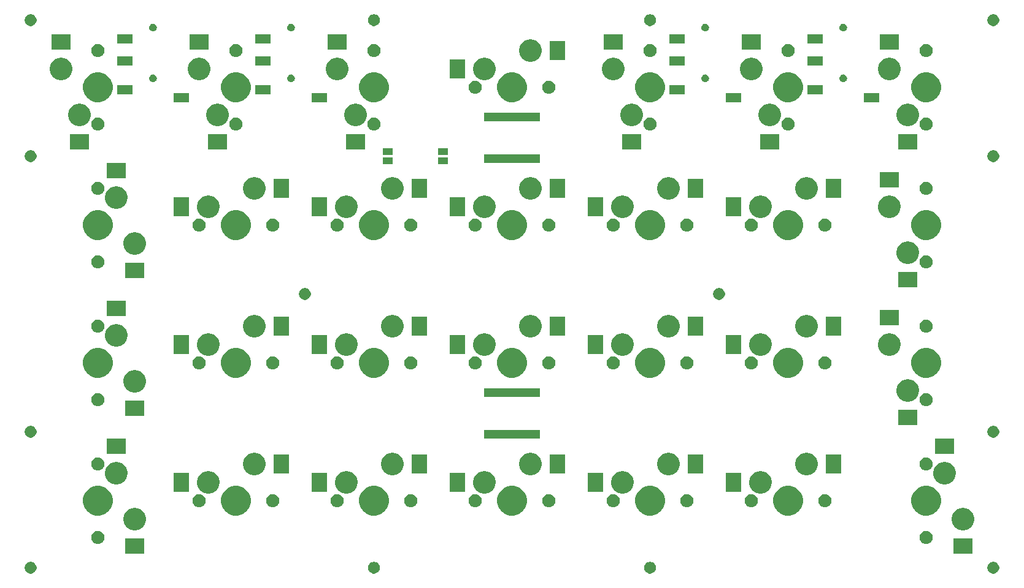
<source format=gbs>
G04 #@! TF.GenerationSoftware,KiCad,Pcbnew,5.0.2-bee76a0~70~ubuntu18.04.1*
G04 #@! TF.CreationDate,2018-12-19T03:46:31+09:00*
G04 #@! TF.ProjectId,modulo-ergo42,6d6f6475-6c6f-42d6-9572-676f34322e6b,rev?*
G04 #@! TF.SameCoordinates,Original*
G04 #@! TF.FileFunction,Soldermask,Bot*
G04 #@! TF.FilePolarity,Negative*
%FSLAX46Y46*%
G04 Gerber Fmt 4.6, Leading zero omitted, Abs format (unit mm)*
G04 Created by KiCad (PCBNEW 5.0.2-bee76a0~70~ubuntu18.04.1) date 2018年12月19日 03時46分31秒*
%MOMM*%
%LPD*%
G01*
G04 APERTURE LIST*
%ADD10C,0.100000*%
G04 APERTURE END LIST*
D10*
G36*
X57006142Y-111359242D02*
X57154102Y-111420530D01*
X57287258Y-111509502D01*
X57400498Y-111622742D01*
X57489470Y-111755898D01*
X57550758Y-111903858D01*
X57582000Y-112060925D01*
X57582000Y-112221075D01*
X57550758Y-112378142D01*
X57489470Y-112526102D01*
X57400498Y-112659258D01*
X57287258Y-112772498D01*
X57154102Y-112861470D01*
X57006142Y-112922758D01*
X56849075Y-112954000D01*
X56688925Y-112954000D01*
X56531858Y-112922758D01*
X56383898Y-112861470D01*
X56250742Y-112772498D01*
X56137502Y-112659258D01*
X56048530Y-112526102D01*
X55987242Y-112378142D01*
X55956000Y-112221075D01*
X55956000Y-112060925D01*
X55987242Y-111903858D01*
X56048530Y-111755898D01*
X56137502Y-111622742D01*
X56250742Y-111509502D01*
X56383898Y-111420530D01*
X56531858Y-111359242D01*
X56688925Y-111328000D01*
X56849075Y-111328000D01*
X57006142Y-111359242D01*
X57006142Y-111359242D01*
G37*
G36*
X104377142Y-111359242D02*
X104525102Y-111420530D01*
X104658258Y-111509502D01*
X104771498Y-111622742D01*
X104860470Y-111755898D01*
X104921758Y-111903858D01*
X104953000Y-112060925D01*
X104953000Y-112221075D01*
X104921758Y-112378142D01*
X104860470Y-112526102D01*
X104771498Y-112659258D01*
X104658258Y-112772498D01*
X104525102Y-112861470D01*
X104377142Y-112922758D01*
X104220075Y-112954000D01*
X104059925Y-112954000D01*
X103902858Y-112922758D01*
X103754898Y-112861470D01*
X103621742Y-112772498D01*
X103508502Y-112659258D01*
X103419530Y-112526102D01*
X103358242Y-112378142D01*
X103327000Y-112221075D01*
X103327000Y-112060925D01*
X103358242Y-111903858D01*
X103419530Y-111755898D01*
X103508502Y-111622742D01*
X103621742Y-111509502D01*
X103754898Y-111420530D01*
X103902858Y-111359242D01*
X104059925Y-111328000D01*
X104220075Y-111328000D01*
X104377142Y-111359242D01*
X104377142Y-111359242D01*
G37*
G36*
X189848142Y-111359242D02*
X189996102Y-111420530D01*
X190129258Y-111509502D01*
X190242498Y-111622742D01*
X190331470Y-111755898D01*
X190392758Y-111903858D01*
X190424000Y-112060925D01*
X190424000Y-112221075D01*
X190392758Y-112378142D01*
X190331470Y-112526102D01*
X190242498Y-112659258D01*
X190129258Y-112772498D01*
X189996102Y-112861470D01*
X189848142Y-112922758D01*
X189691075Y-112954000D01*
X189530925Y-112954000D01*
X189373858Y-112922758D01*
X189225898Y-112861470D01*
X189092742Y-112772498D01*
X188979502Y-112659258D01*
X188890530Y-112526102D01*
X188829242Y-112378142D01*
X188798000Y-112221075D01*
X188798000Y-112060925D01*
X188829242Y-111903858D01*
X188890530Y-111755898D01*
X188979502Y-111622742D01*
X189092742Y-111509502D01*
X189225898Y-111420530D01*
X189373858Y-111359242D01*
X189530925Y-111328000D01*
X189691075Y-111328000D01*
X189848142Y-111359242D01*
X189848142Y-111359242D01*
G37*
G36*
X142477142Y-111359242D02*
X142625102Y-111420530D01*
X142758258Y-111509502D01*
X142871498Y-111622742D01*
X142960470Y-111755898D01*
X143021758Y-111903858D01*
X143053000Y-112060925D01*
X143053000Y-112221075D01*
X143021758Y-112378142D01*
X142960470Y-112526102D01*
X142871498Y-112659258D01*
X142758258Y-112772498D01*
X142625102Y-112861470D01*
X142477142Y-112922758D01*
X142320075Y-112954000D01*
X142159925Y-112954000D01*
X142002858Y-112922758D01*
X141854898Y-112861470D01*
X141721742Y-112772498D01*
X141608502Y-112659258D01*
X141519530Y-112526102D01*
X141458242Y-112378142D01*
X141427000Y-112221075D01*
X141427000Y-112060925D01*
X141458242Y-111903858D01*
X141519530Y-111755898D01*
X141608502Y-111622742D01*
X141721742Y-111509502D01*
X141854898Y-111420530D01*
X142002858Y-111359242D01*
X142159925Y-111328000D01*
X142320075Y-111328000D01*
X142477142Y-111359242D01*
X142477142Y-111359242D01*
G37*
G36*
X186721000Y-110171000D02*
X184119000Y-110171000D01*
X184119000Y-108069000D01*
X186721000Y-108069000D01*
X186721000Y-110171000D01*
X186721000Y-110171000D01*
G37*
G36*
X72421000Y-110171000D02*
X69819000Y-110171000D01*
X69819000Y-108069000D01*
X72421000Y-108069000D01*
X72421000Y-110171000D01*
X72421000Y-110171000D01*
G37*
G36*
X66244993Y-107071206D02*
X66303075Y-107082759D01*
X66351149Y-107102672D01*
X66467210Y-107150746D01*
X66614931Y-107249450D01*
X66740550Y-107375069D01*
X66839254Y-107522790D01*
X66907241Y-107686926D01*
X66941900Y-107861169D01*
X66941900Y-108038831D01*
X66907241Y-108213074D01*
X66839254Y-108377210D01*
X66740550Y-108524931D01*
X66614931Y-108650550D01*
X66467210Y-108749254D01*
X66351149Y-108797328D01*
X66303075Y-108817241D01*
X66244993Y-108828794D01*
X66128831Y-108851900D01*
X65951169Y-108851900D01*
X65835007Y-108828794D01*
X65776925Y-108817241D01*
X65728851Y-108797328D01*
X65612790Y-108749254D01*
X65465069Y-108650550D01*
X65339450Y-108524931D01*
X65240746Y-108377210D01*
X65172759Y-108213074D01*
X65138100Y-108038831D01*
X65138100Y-107861169D01*
X65172759Y-107686926D01*
X65240746Y-107522790D01*
X65339450Y-107375069D01*
X65465069Y-107249450D01*
X65612790Y-107150746D01*
X65728851Y-107102672D01*
X65776925Y-107082759D01*
X65835007Y-107071206D01*
X65951169Y-107048100D01*
X66128831Y-107048100D01*
X66244993Y-107071206D01*
X66244993Y-107071206D01*
G37*
G36*
X180544993Y-107071206D02*
X180603075Y-107082759D01*
X180651149Y-107102672D01*
X180767210Y-107150746D01*
X180914931Y-107249450D01*
X181040550Y-107375069D01*
X181139254Y-107522790D01*
X181207241Y-107686926D01*
X181241900Y-107861169D01*
X181241900Y-108038831D01*
X181207241Y-108213074D01*
X181139254Y-108377210D01*
X181040550Y-108524931D01*
X180914931Y-108650550D01*
X180767210Y-108749254D01*
X180651149Y-108797328D01*
X180603075Y-108817241D01*
X180544993Y-108828794D01*
X180428831Y-108851900D01*
X180251169Y-108851900D01*
X180135007Y-108828794D01*
X180076925Y-108817241D01*
X180028851Y-108797328D01*
X179912790Y-108749254D01*
X179765069Y-108650550D01*
X179639450Y-108524931D01*
X179540746Y-108377210D01*
X179472759Y-108213074D01*
X179438100Y-108038831D01*
X179438100Y-107861169D01*
X179472759Y-107686926D01*
X179540746Y-107522790D01*
X179639450Y-107375069D01*
X179765069Y-107249450D01*
X179912790Y-107150746D01*
X180028851Y-107102672D01*
X180076925Y-107082759D01*
X180135007Y-107071206D01*
X180251169Y-107048100D01*
X180428831Y-107048100D01*
X180544993Y-107071206D01*
X180544993Y-107071206D01*
G37*
G36*
X71472527Y-103898736D02*
X71572410Y-103918604D01*
X71854674Y-104035521D01*
X72108705Y-104205259D01*
X72324741Y-104421295D01*
X72494479Y-104675326D01*
X72611396Y-104957590D01*
X72671000Y-105257240D01*
X72671000Y-105562760D01*
X72611396Y-105862410D01*
X72494479Y-106144674D01*
X72324741Y-106398705D01*
X72108705Y-106614741D01*
X71854674Y-106784479D01*
X71572410Y-106901396D01*
X71472527Y-106921264D01*
X71272762Y-106961000D01*
X70967238Y-106961000D01*
X70767473Y-106921264D01*
X70667590Y-106901396D01*
X70385326Y-106784479D01*
X70131295Y-106614741D01*
X69915259Y-106398705D01*
X69745521Y-106144674D01*
X69628604Y-105862410D01*
X69569000Y-105562760D01*
X69569000Y-105257240D01*
X69628604Y-104957590D01*
X69745521Y-104675326D01*
X69915259Y-104421295D01*
X70131295Y-104205259D01*
X70385326Y-104035521D01*
X70667590Y-103918604D01*
X70767473Y-103898736D01*
X70967238Y-103859000D01*
X71272762Y-103859000D01*
X71472527Y-103898736D01*
X71472527Y-103898736D01*
G37*
G36*
X185772527Y-103898736D02*
X185872410Y-103918604D01*
X186154674Y-104035521D01*
X186408705Y-104205259D01*
X186624741Y-104421295D01*
X186794479Y-104675326D01*
X186911396Y-104957590D01*
X186971000Y-105257240D01*
X186971000Y-105562760D01*
X186911396Y-105862410D01*
X186794479Y-106144674D01*
X186624741Y-106398705D01*
X186408705Y-106614741D01*
X186154674Y-106784479D01*
X185872410Y-106901396D01*
X185772527Y-106921264D01*
X185572762Y-106961000D01*
X185267238Y-106961000D01*
X185067473Y-106921264D01*
X184967590Y-106901396D01*
X184685326Y-106784479D01*
X184431295Y-106614741D01*
X184215259Y-106398705D01*
X184045521Y-106144674D01*
X183928604Y-105862410D01*
X183869000Y-105562760D01*
X183869000Y-105257240D01*
X183928604Y-104957590D01*
X184045521Y-104675326D01*
X184215259Y-104421295D01*
X184431295Y-104205259D01*
X184685326Y-104035521D01*
X184967590Y-103918604D01*
X185067473Y-103898736D01*
X185267238Y-103859000D01*
X185572762Y-103859000D01*
X185772527Y-103898736D01*
X185772527Y-103898736D01*
G37*
G36*
X66636472Y-100903684D02*
X66636474Y-100903685D01*
X66636475Y-100903685D01*
X67008623Y-101057833D01*
X67343548Y-101281623D01*
X67628377Y-101566452D01*
X67852167Y-101901377D01*
X67922322Y-102070747D01*
X68006316Y-102273528D01*
X68084900Y-102668594D01*
X68084900Y-103071406D01*
X68010601Y-103444931D01*
X68006315Y-103466475D01*
X67852167Y-103838623D01*
X67628377Y-104173548D01*
X67343548Y-104458377D01*
X67008623Y-104682167D01*
X66636475Y-104836315D01*
X66636474Y-104836315D01*
X66636472Y-104836316D01*
X66241406Y-104914900D01*
X65838594Y-104914900D01*
X65443528Y-104836316D01*
X65443526Y-104836315D01*
X65443525Y-104836315D01*
X65071377Y-104682167D01*
X64736452Y-104458377D01*
X64451623Y-104173548D01*
X64227833Y-103838623D01*
X64073685Y-103466475D01*
X64069400Y-103444931D01*
X63995100Y-103071406D01*
X63995100Y-102668594D01*
X64073684Y-102273528D01*
X64157678Y-102070747D01*
X64227833Y-101901377D01*
X64451623Y-101566452D01*
X64736452Y-101281623D01*
X65071377Y-101057833D01*
X65443525Y-100903685D01*
X65443526Y-100903685D01*
X65443528Y-100903684D01*
X65838594Y-100825100D01*
X66241406Y-100825100D01*
X66636472Y-100903684D01*
X66636472Y-100903684D01*
G37*
G36*
X180936472Y-100903684D02*
X180936474Y-100903685D01*
X180936475Y-100903685D01*
X181308623Y-101057833D01*
X181643548Y-101281623D01*
X181928377Y-101566452D01*
X182152167Y-101901377D01*
X182222322Y-102070747D01*
X182306316Y-102273528D01*
X182384900Y-102668594D01*
X182384900Y-103071406D01*
X182310601Y-103444931D01*
X182306315Y-103466475D01*
X182152167Y-103838623D01*
X181928377Y-104173548D01*
X181643548Y-104458377D01*
X181308623Y-104682167D01*
X180936475Y-104836315D01*
X180936474Y-104836315D01*
X180936472Y-104836316D01*
X180541406Y-104914900D01*
X180138594Y-104914900D01*
X179743528Y-104836316D01*
X179743526Y-104836315D01*
X179743525Y-104836315D01*
X179371377Y-104682167D01*
X179036452Y-104458377D01*
X178751623Y-104173548D01*
X178527833Y-103838623D01*
X178373685Y-103466475D01*
X178369400Y-103444931D01*
X178295100Y-103071406D01*
X178295100Y-102668594D01*
X178373684Y-102273528D01*
X178457678Y-102070747D01*
X178527833Y-101901377D01*
X178751623Y-101566452D01*
X179036452Y-101281623D01*
X179371377Y-101057833D01*
X179743525Y-100903685D01*
X179743526Y-100903685D01*
X179743528Y-100903684D01*
X180138594Y-100825100D01*
X180541406Y-100825100D01*
X180936472Y-100903684D01*
X180936472Y-100903684D01*
G37*
G36*
X85686472Y-100903684D02*
X85686474Y-100903685D01*
X85686475Y-100903685D01*
X86058623Y-101057833D01*
X86393548Y-101281623D01*
X86678377Y-101566452D01*
X86902167Y-101901377D01*
X86972322Y-102070747D01*
X87056316Y-102273528D01*
X87134900Y-102668594D01*
X87134900Y-103071406D01*
X87060601Y-103444931D01*
X87056315Y-103466475D01*
X86902167Y-103838623D01*
X86678377Y-104173548D01*
X86393548Y-104458377D01*
X86058623Y-104682167D01*
X85686475Y-104836315D01*
X85686474Y-104836315D01*
X85686472Y-104836316D01*
X85291406Y-104914900D01*
X84888594Y-104914900D01*
X84493528Y-104836316D01*
X84493526Y-104836315D01*
X84493525Y-104836315D01*
X84121377Y-104682167D01*
X83786452Y-104458377D01*
X83501623Y-104173548D01*
X83277833Y-103838623D01*
X83123685Y-103466475D01*
X83119400Y-103444931D01*
X83045100Y-103071406D01*
X83045100Y-102668594D01*
X83123684Y-102273528D01*
X83207678Y-102070747D01*
X83277833Y-101901377D01*
X83501623Y-101566452D01*
X83786452Y-101281623D01*
X84121377Y-101057833D01*
X84493525Y-100903685D01*
X84493526Y-100903685D01*
X84493528Y-100903684D01*
X84888594Y-100825100D01*
X85291406Y-100825100D01*
X85686472Y-100903684D01*
X85686472Y-100903684D01*
G37*
G36*
X104736472Y-100903684D02*
X104736474Y-100903685D01*
X104736475Y-100903685D01*
X105108623Y-101057833D01*
X105443548Y-101281623D01*
X105728377Y-101566452D01*
X105952167Y-101901377D01*
X106022322Y-102070747D01*
X106106316Y-102273528D01*
X106184900Y-102668594D01*
X106184900Y-103071406D01*
X106110601Y-103444931D01*
X106106315Y-103466475D01*
X105952167Y-103838623D01*
X105728377Y-104173548D01*
X105443548Y-104458377D01*
X105108623Y-104682167D01*
X104736475Y-104836315D01*
X104736474Y-104836315D01*
X104736472Y-104836316D01*
X104341406Y-104914900D01*
X103938594Y-104914900D01*
X103543528Y-104836316D01*
X103543526Y-104836315D01*
X103543525Y-104836315D01*
X103171377Y-104682167D01*
X102836452Y-104458377D01*
X102551623Y-104173548D01*
X102327833Y-103838623D01*
X102173685Y-103466475D01*
X102169400Y-103444931D01*
X102095100Y-103071406D01*
X102095100Y-102668594D01*
X102173684Y-102273528D01*
X102257678Y-102070747D01*
X102327833Y-101901377D01*
X102551623Y-101566452D01*
X102836452Y-101281623D01*
X103171377Y-101057833D01*
X103543525Y-100903685D01*
X103543526Y-100903685D01*
X103543528Y-100903684D01*
X103938594Y-100825100D01*
X104341406Y-100825100D01*
X104736472Y-100903684D01*
X104736472Y-100903684D01*
G37*
G36*
X123786472Y-100903684D02*
X123786474Y-100903685D01*
X123786475Y-100903685D01*
X124158623Y-101057833D01*
X124493548Y-101281623D01*
X124778377Y-101566452D01*
X125002167Y-101901377D01*
X125072322Y-102070747D01*
X125156316Y-102273528D01*
X125234900Y-102668594D01*
X125234900Y-103071406D01*
X125160601Y-103444931D01*
X125156315Y-103466475D01*
X125002167Y-103838623D01*
X124778377Y-104173548D01*
X124493548Y-104458377D01*
X124158623Y-104682167D01*
X123786475Y-104836315D01*
X123786474Y-104836315D01*
X123786472Y-104836316D01*
X123391406Y-104914900D01*
X122988594Y-104914900D01*
X122593528Y-104836316D01*
X122593526Y-104836315D01*
X122593525Y-104836315D01*
X122221377Y-104682167D01*
X121886452Y-104458377D01*
X121601623Y-104173548D01*
X121377833Y-103838623D01*
X121223685Y-103466475D01*
X121219400Y-103444931D01*
X121145100Y-103071406D01*
X121145100Y-102668594D01*
X121223684Y-102273528D01*
X121307678Y-102070747D01*
X121377833Y-101901377D01*
X121601623Y-101566452D01*
X121886452Y-101281623D01*
X122221377Y-101057833D01*
X122593525Y-100903685D01*
X122593526Y-100903685D01*
X122593528Y-100903684D01*
X122988594Y-100825100D01*
X123391406Y-100825100D01*
X123786472Y-100903684D01*
X123786472Y-100903684D01*
G37*
G36*
X161886472Y-100903684D02*
X161886474Y-100903685D01*
X161886475Y-100903685D01*
X162258623Y-101057833D01*
X162593548Y-101281623D01*
X162878377Y-101566452D01*
X163102167Y-101901377D01*
X163172322Y-102070747D01*
X163256316Y-102273528D01*
X163334900Y-102668594D01*
X163334900Y-103071406D01*
X163260601Y-103444931D01*
X163256315Y-103466475D01*
X163102167Y-103838623D01*
X162878377Y-104173548D01*
X162593548Y-104458377D01*
X162258623Y-104682167D01*
X161886475Y-104836315D01*
X161886474Y-104836315D01*
X161886472Y-104836316D01*
X161491406Y-104914900D01*
X161088594Y-104914900D01*
X160693528Y-104836316D01*
X160693526Y-104836315D01*
X160693525Y-104836315D01*
X160321377Y-104682167D01*
X159986452Y-104458377D01*
X159701623Y-104173548D01*
X159477833Y-103838623D01*
X159323685Y-103466475D01*
X159319400Y-103444931D01*
X159245100Y-103071406D01*
X159245100Y-102668594D01*
X159323684Y-102273528D01*
X159407678Y-102070747D01*
X159477833Y-101901377D01*
X159701623Y-101566452D01*
X159986452Y-101281623D01*
X160321377Y-101057833D01*
X160693525Y-100903685D01*
X160693526Y-100903685D01*
X160693528Y-100903684D01*
X161088594Y-100825100D01*
X161491406Y-100825100D01*
X161886472Y-100903684D01*
X161886472Y-100903684D01*
G37*
G36*
X142836472Y-100903684D02*
X142836474Y-100903685D01*
X142836475Y-100903685D01*
X143208623Y-101057833D01*
X143543548Y-101281623D01*
X143828377Y-101566452D01*
X144052167Y-101901377D01*
X144122322Y-102070747D01*
X144206316Y-102273528D01*
X144284900Y-102668594D01*
X144284900Y-103071406D01*
X144210601Y-103444931D01*
X144206315Y-103466475D01*
X144052167Y-103838623D01*
X143828377Y-104173548D01*
X143543548Y-104458377D01*
X143208623Y-104682167D01*
X142836475Y-104836315D01*
X142836474Y-104836315D01*
X142836472Y-104836316D01*
X142441406Y-104914900D01*
X142038594Y-104914900D01*
X141643528Y-104836316D01*
X141643526Y-104836315D01*
X141643525Y-104836315D01*
X141271377Y-104682167D01*
X140936452Y-104458377D01*
X140651623Y-104173548D01*
X140427833Y-103838623D01*
X140273685Y-103466475D01*
X140269400Y-103444931D01*
X140195100Y-103071406D01*
X140195100Y-102668594D01*
X140273684Y-102273528D01*
X140357678Y-102070747D01*
X140427833Y-101901377D01*
X140651623Y-101566452D01*
X140936452Y-101281623D01*
X141271377Y-101057833D01*
X141643525Y-100903685D01*
X141643526Y-100903685D01*
X141643528Y-100903684D01*
X142038594Y-100825100D01*
X142441406Y-100825100D01*
X142836472Y-100903684D01*
X142836472Y-100903684D01*
G37*
G36*
X99264993Y-101991206D02*
X99323075Y-102002759D01*
X99371149Y-102022672D01*
X99487210Y-102070746D01*
X99634931Y-102169450D01*
X99760550Y-102295069D01*
X99859254Y-102442790D01*
X99927241Y-102606926D01*
X99961900Y-102781169D01*
X99961900Y-102958831D01*
X99927241Y-103133074D01*
X99859254Y-103297210D01*
X99760550Y-103444931D01*
X99634931Y-103570550D01*
X99487210Y-103669254D01*
X99371149Y-103717328D01*
X99323075Y-103737241D01*
X99264993Y-103748794D01*
X99148831Y-103771900D01*
X98971169Y-103771900D01*
X98855007Y-103748794D01*
X98796925Y-103737241D01*
X98748851Y-103717328D01*
X98632790Y-103669254D01*
X98485069Y-103570550D01*
X98359450Y-103444931D01*
X98260746Y-103297210D01*
X98192759Y-103133074D01*
X98158100Y-102958831D01*
X98158100Y-102781169D01*
X98192759Y-102606926D01*
X98260746Y-102442790D01*
X98359450Y-102295069D01*
X98485069Y-102169450D01*
X98632790Y-102070746D01*
X98748851Y-102022672D01*
X98796925Y-102002759D01*
X98855007Y-101991206D01*
X98971169Y-101968100D01*
X99148831Y-101968100D01*
X99264993Y-101991206D01*
X99264993Y-101991206D01*
G37*
G36*
X166574993Y-101991206D02*
X166633075Y-102002759D01*
X166681149Y-102022672D01*
X166797210Y-102070746D01*
X166944931Y-102169450D01*
X167070550Y-102295069D01*
X167169254Y-102442790D01*
X167237241Y-102606926D01*
X167271900Y-102781169D01*
X167271900Y-102958831D01*
X167237241Y-103133074D01*
X167169254Y-103297210D01*
X167070550Y-103444931D01*
X166944931Y-103570550D01*
X166797210Y-103669254D01*
X166681149Y-103717328D01*
X166633075Y-103737241D01*
X166574993Y-103748794D01*
X166458831Y-103771900D01*
X166281169Y-103771900D01*
X166165007Y-103748794D01*
X166106925Y-103737241D01*
X166058851Y-103717328D01*
X165942790Y-103669254D01*
X165795069Y-103570550D01*
X165669450Y-103444931D01*
X165570746Y-103297210D01*
X165502759Y-103133074D01*
X165468100Y-102958831D01*
X165468100Y-102781169D01*
X165502759Y-102606926D01*
X165570746Y-102442790D01*
X165669450Y-102295069D01*
X165795069Y-102169450D01*
X165942790Y-102070746D01*
X166058851Y-102022672D01*
X166106925Y-102002759D01*
X166165007Y-101991206D01*
X166281169Y-101968100D01*
X166458831Y-101968100D01*
X166574993Y-101991206D01*
X166574993Y-101991206D01*
G37*
G36*
X147524993Y-101991206D02*
X147583075Y-102002759D01*
X147631149Y-102022672D01*
X147747210Y-102070746D01*
X147894931Y-102169450D01*
X148020550Y-102295069D01*
X148119254Y-102442790D01*
X148187241Y-102606926D01*
X148221900Y-102781169D01*
X148221900Y-102958831D01*
X148187241Y-103133074D01*
X148119254Y-103297210D01*
X148020550Y-103444931D01*
X147894931Y-103570550D01*
X147747210Y-103669254D01*
X147631149Y-103717328D01*
X147583075Y-103737241D01*
X147524993Y-103748794D01*
X147408831Y-103771900D01*
X147231169Y-103771900D01*
X147115007Y-103748794D01*
X147056925Y-103737241D01*
X147008851Y-103717328D01*
X146892790Y-103669254D01*
X146745069Y-103570550D01*
X146619450Y-103444931D01*
X146520746Y-103297210D01*
X146452759Y-103133074D01*
X146418100Y-102958831D01*
X146418100Y-102781169D01*
X146452759Y-102606926D01*
X146520746Y-102442790D01*
X146619450Y-102295069D01*
X146745069Y-102169450D01*
X146892790Y-102070746D01*
X147008851Y-102022672D01*
X147056925Y-102002759D01*
X147115007Y-101991206D01*
X147231169Y-101968100D01*
X147408831Y-101968100D01*
X147524993Y-101991206D01*
X147524993Y-101991206D01*
G37*
G36*
X137364993Y-101991206D02*
X137423075Y-102002759D01*
X137471149Y-102022672D01*
X137587210Y-102070746D01*
X137734931Y-102169450D01*
X137860550Y-102295069D01*
X137959254Y-102442790D01*
X138027241Y-102606926D01*
X138061900Y-102781169D01*
X138061900Y-102958831D01*
X138027241Y-103133074D01*
X137959254Y-103297210D01*
X137860550Y-103444931D01*
X137734931Y-103570550D01*
X137587210Y-103669254D01*
X137471149Y-103717328D01*
X137423075Y-103737241D01*
X137364993Y-103748794D01*
X137248831Y-103771900D01*
X137071169Y-103771900D01*
X136955007Y-103748794D01*
X136896925Y-103737241D01*
X136848851Y-103717328D01*
X136732790Y-103669254D01*
X136585069Y-103570550D01*
X136459450Y-103444931D01*
X136360746Y-103297210D01*
X136292759Y-103133074D01*
X136258100Y-102958831D01*
X136258100Y-102781169D01*
X136292759Y-102606926D01*
X136360746Y-102442790D01*
X136459450Y-102295069D01*
X136585069Y-102169450D01*
X136732790Y-102070746D01*
X136848851Y-102022672D01*
X136896925Y-102002759D01*
X136955007Y-101991206D01*
X137071169Y-101968100D01*
X137248831Y-101968100D01*
X137364993Y-101991206D01*
X137364993Y-101991206D01*
G37*
G36*
X128474993Y-101991206D02*
X128533075Y-102002759D01*
X128581149Y-102022672D01*
X128697210Y-102070746D01*
X128844931Y-102169450D01*
X128970550Y-102295069D01*
X129069254Y-102442790D01*
X129137241Y-102606926D01*
X129171900Y-102781169D01*
X129171900Y-102958831D01*
X129137241Y-103133074D01*
X129069254Y-103297210D01*
X128970550Y-103444931D01*
X128844931Y-103570550D01*
X128697210Y-103669254D01*
X128581149Y-103717328D01*
X128533075Y-103737241D01*
X128474993Y-103748794D01*
X128358831Y-103771900D01*
X128181169Y-103771900D01*
X128065007Y-103748794D01*
X128006925Y-103737241D01*
X127958851Y-103717328D01*
X127842790Y-103669254D01*
X127695069Y-103570550D01*
X127569450Y-103444931D01*
X127470746Y-103297210D01*
X127402759Y-103133074D01*
X127368100Y-102958831D01*
X127368100Y-102781169D01*
X127402759Y-102606926D01*
X127470746Y-102442790D01*
X127569450Y-102295069D01*
X127695069Y-102169450D01*
X127842790Y-102070746D01*
X127958851Y-102022672D01*
X128006925Y-102002759D01*
X128065007Y-101991206D01*
X128181169Y-101968100D01*
X128358831Y-101968100D01*
X128474993Y-101991206D01*
X128474993Y-101991206D01*
G37*
G36*
X118314993Y-101991206D02*
X118373075Y-102002759D01*
X118421149Y-102022672D01*
X118537210Y-102070746D01*
X118684931Y-102169450D01*
X118810550Y-102295069D01*
X118909254Y-102442790D01*
X118977241Y-102606926D01*
X119011900Y-102781169D01*
X119011900Y-102958831D01*
X118977241Y-103133074D01*
X118909254Y-103297210D01*
X118810550Y-103444931D01*
X118684931Y-103570550D01*
X118537210Y-103669254D01*
X118421149Y-103717328D01*
X118373075Y-103737241D01*
X118314993Y-103748794D01*
X118198831Y-103771900D01*
X118021169Y-103771900D01*
X117905007Y-103748794D01*
X117846925Y-103737241D01*
X117798851Y-103717328D01*
X117682790Y-103669254D01*
X117535069Y-103570550D01*
X117409450Y-103444931D01*
X117310746Y-103297210D01*
X117242759Y-103133074D01*
X117208100Y-102958831D01*
X117208100Y-102781169D01*
X117242759Y-102606926D01*
X117310746Y-102442790D01*
X117409450Y-102295069D01*
X117535069Y-102169450D01*
X117682790Y-102070746D01*
X117798851Y-102022672D01*
X117846925Y-102002759D01*
X117905007Y-101991206D01*
X118021169Y-101968100D01*
X118198831Y-101968100D01*
X118314993Y-101991206D01*
X118314993Y-101991206D01*
G37*
G36*
X109424993Y-101991206D02*
X109483075Y-102002759D01*
X109531149Y-102022672D01*
X109647210Y-102070746D01*
X109794931Y-102169450D01*
X109920550Y-102295069D01*
X110019254Y-102442790D01*
X110087241Y-102606926D01*
X110121900Y-102781169D01*
X110121900Y-102958831D01*
X110087241Y-103133074D01*
X110019254Y-103297210D01*
X109920550Y-103444931D01*
X109794931Y-103570550D01*
X109647210Y-103669254D01*
X109531149Y-103717328D01*
X109483075Y-103737241D01*
X109424993Y-103748794D01*
X109308831Y-103771900D01*
X109131169Y-103771900D01*
X109015007Y-103748794D01*
X108956925Y-103737241D01*
X108908851Y-103717328D01*
X108792790Y-103669254D01*
X108645069Y-103570550D01*
X108519450Y-103444931D01*
X108420746Y-103297210D01*
X108352759Y-103133074D01*
X108318100Y-102958831D01*
X108318100Y-102781169D01*
X108352759Y-102606926D01*
X108420746Y-102442790D01*
X108519450Y-102295069D01*
X108645069Y-102169450D01*
X108792790Y-102070746D01*
X108908851Y-102022672D01*
X108956925Y-102002759D01*
X109015007Y-101991206D01*
X109131169Y-101968100D01*
X109308831Y-101968100D01*
X109424993Y-101991206D01*
X109424993Y-101991206D01*
G37*
G36*
X156414993Y-101991206D02*
X156473075Y-102002759D01*
X156521149Y-102022672D01*
X156637210Y-102070746D01*
X156784931Y-102169450D01*
X156910550Y-102295069D01*
X157009254Y-102442790D01*
X157077241Y-102606926D01*
X157111900Y-102781169D01*
X157111900Y-102958831D01*
X157077241Y-103133074D01*
X157009254Y-103297210D01*
X156910550Y-103444931D01*
X156784931Y-103570550D01*
X156637210Y-103669254D01*
X156521149Y-103717328D01*
X156473075Y-103737241D01*
X156414993Y-103748794D01*
X156298831Y-103771900D01*
X156121169Y-103771900D01*
X156005007Y-103748794D01*
X155946925Y-103737241D01*
X155898851Y-103717328D01*
X155782790Y-103669254D01*
X155635069Y-103570550D01*
X155509450Y-103444931D01*
X155410746Y-103297210D01*
X155342759Y-103133074D01*
X155308100Y-102958831D01*
X155308100Y-102781169D01*
X155342759Y-102606926D01*
X155410746Y-102442790D01*
X155509450Y-102295069D01*
X155635069Y-102169450D01*
X155782790Y-102070746D01*
X155898851Y-102022672D01*
X155946925Y-102002759D01*
X156005007Y-101991206D01*
X156121169Y-101968100D01*
X156298831Y-101968100D01*
X156414993Y-101991206D01*
X156414993Y-101991206D01*
G37*
G36*
X80214993Y-101991206D02*
X80273075Y-102002759D01*
X80321149Y-102022672D01*
X80437210Y-102070746D01*
X80584931Y-102169450D01*
X80710550Y-102295069D01*
X80809254Y-102442790D01*
X80877241Y-102606926D01*
X80911900Y-102781169D01*
X80911900Y-102958831D01*
X80877241Y-103133074D01*
X80809254Y-103297210D01*
X80710550Y-103444931D01*
X80584931Y-103570550D01*
X80437210Y-103669254D01*
X80321149Y-103717328D01*
X80273075Y-103737241D01*
X80214993Y-103748794D01*
X80098831Y-103771900D01*
X79921169Y-103771900D01*
X79805007Y-103748794D01*
X79746925Y-103737241D01*
X79698851Y-103717328D01*
X79582790Y-103669254D01*
X79435069Y-103570550D01*
X79309450Y-103444931D01*
X79210746Y-103297210D01*
X79142759Y-103133074D01*
X79108100Y-102958831D01*
X79108100Y-102781169D01*
X79142759Y-102606926D01*
X79210746Y-102442790D01*
X79309450Y-102295069D01*
X79435069Y-102169450D01*
X79582790Y-102070746D01*
X79698851Y-102022672D01*
X79746925Y-102002759D01*
X79805007Y-101991206D01*
X79921169Y-101968100D01*
X80098831Y-101968100D01*
X80214993Y-101991206D01*
X80214993Y-101991206D01*
G37*
G36*
X90374993Y-101991206D02*
X90433075Y-102002759D01*
X90481149Y-102022672D01*
X90597210Y-102070746D01*
X90744931Y-102169450D01*
X90870550Y-102295069D01*
X90969254Y-102442790D01*
X91037241Y-102606926D01*
X91071900Y-102781169D01*
X91071900Y-102958831D01*
X91037241Y-103133074D01*
X90969254Y-103297210D01*
X90870550Y-103444931D01*
X90744931Y-103570550D01*
X90597210Y-103669254D01*
X90481149Y-103717328D01*
X90433075Y-103737241D01*
X90374993Y-103748794D01*
X90258831Y-103771900D01*
X90081169Y-103771900D01*
X89965007Y-103748794D01*
X89906925Y-103737241D01*
X89858851Y-103717328D01*
X89742790Y-103669254D01*
X89595069Y-103570550D01*
X89469450Y-103444931D01*
X89370746Y-103297210D01*
X89302759Y-103133074D01*
X89268100Y-102958831D01*
X89268100Y-102781169D01*
X89302759Y-102606926D01*
X89370746Y-102442790D01*
X89469450Y-102295069D01*
X89595069Y-102169450D01*
X89742790Y-102070746D01*
X89858851Y-102022672D01*
X89906925Y-102002759D01*
X89965007Y-101991206D01*
X90081169Y-101968100D01*
X90258831Y-101968100D01*
X90374993Y-101991206D01*
X90374993Y-101991206D01*
G37*
G36*
X157832527Y-98818736D02*
X157932410Y-98838604D01*
X158214674Y-98955521D01*
X158468705Y-99125259D01*
X158684741Y-99341295D01*
X158854479Y-99595326D01*
X158937050Y-99794672D01*
X158971396Y-99877591D01*
X159031000Y-100177238D01*
X159031000Y-100482762D01*
X159005492Y-100611000D01*
X158971396Y-100782410D01*
X158854479Y-101064674D01*
X158684741Y-101318705D01*
X158468705Y-101534741D01*
X158214674Y-101704479D01*
X157932410Y-101821396D01*
X157832527Y-101841264D01*
X157632762Y-101881000D01*
X157327238Y-101881000D01*
X157127473Y-101841264D01*
X157027590Y-101821396D01*
X156745326Y-101704479D01*
X156491295Y-101534741D01*
X156275259Y-101318705D01*
X156105521Y-101064674D01*
X155988604Y-100782410D01*
X155954508Y-100611000D01*
X155929000Y-100482762D01*
X155929000Y-100177238D01*
X155988604Y-99877591D01*
X156022950Y-99794672D01*
X156105521Y-99595326D01*
X156275259Y-99341295D01*
X156491295Y-99125259D01*
X156745326Y-98955521D01*
X157027590Y-98838604D01*
X157127473Y-98818736D01*
X157327238Y-98779000D01*
X157632762Y-98779000D01*
X157832527Y-98818736D01*
X157832527Y-98818736D01*
G37*
G36*
X138782527Y-98818736D02*
X138882410Y-98838604D01*
X139164674Y-98955521D01*
X139418705Y-99125259D01*
X139634741Y-99341295D01*
X139804479Y-99595326D01*
X139887050Y-99794672D01*
X139921396Y-99877591D01*
X139981000Y-100177238D01*
X139981000Y-100482762D01*
X139955492Y-100611000D01*
X139921396Y-100782410D01*
X139804479Y-101064674D01*
X139634741Y-101318705D01*
X139418705Y-101534741D01*
X139164674Y-101704479D01*
X138882410Y-101821396D01*
X138782527Y-101841264D01*
X138582762Y-101881000D01*
X138277238Y-101881000D01*
X138077473Y-101841264D01*
X137977590Y-101821396D01*
X137695326Y-101704479D01*
X137441295Y-101534741D01*
X137225259Y-101318705D01*
X137055521Y-101064674D01*
X136938604Y-100782410D01*
X136904508Y-100611000D01*
X136879000Y-100482762D01*
X136879000Y-100177238D01*
X136938604Y-99877591D01*
X136972950Y-99794672D01*
X137055521Y-99595326D01*
X137225259Y-99341295D01*
X137441295Y-99125259D01*
X137695326Y-98955521D01*
X137977590Y-98838604D01*
X138077473Y-98818736D01*
X138277238Y-98779000D01*
X138582762Y-98779000D01*
X138782527Y-98818736D01*
X138782527Y-98818736D01*
G37*
G36*
X100682527Y-98818736D02*
X100782410Y-98838604D01*
X101064674Y-98955521D01*
X101318705Y-99125259D01*
X101534741Y-99341295D01*
X101704479Y-99595326D01*
X101787050Y-99794672D01*
X101821396Y-99877591D01*
X101881000Y-100177238D01*
X101881000Y-100482762D01*
X101855492Y-100611000D01*
X101821396Y-100782410D01*
X101704479Y-101064674D01*
X101534741Y-101318705D01*
X101318705Y-101534741D01*
X101064674Y-101704479D01*
X100782410Y-101821396D01*
X100682527Y-101841264D01*
X100482762Y-101881000D01*
X100177238Y-101881000D01*
X99977473Y-101841264D01*
X99877590Y-101821396D01*
X99595326Y-101704479D01*
X99341295Y-101534741D01*
X99125259Y-101318705D01*
X98955521Y-101064674D01*
X98838604Y-100782410D01*
X98804508Y-100611000D01*
X98779000Y-100482762D01*
X98779000Y-100177238D01*
X98838604Y-99877591D01*
X98872950Y-99794672D01*
X98955521Y-99595326D01*
X99125259Y-99341295D01*
X99341295Y-99125259D01*
X99595326Y-98955521D01*
X99877590Y-98838604D01*
X99977473Y-98818736D01*
X100177238Y-98779000D01*
X100482762Y-98779000D01*
X100682527Y-98818736D01*
X100682527Y-98818736D01*
G37*
G36*
X119732527Y-98818736D02*
X119832410Y-98838604D01*
X120114674Y-98955521D01*
X120368705Y-99125259D01*
X120584741Y-99341295D01*
X120754479Y-99595326D01*
X120837050Y-99794672D01*
X120871396Y-99877591D01*
X120931000Y-100177238D01*
X120931000Y-100482762D01*
X120905492Y-100611000D01*
X120871396Y-100782410D01*
X120754479Y-101064674D01*
X120584741Y-101318705D01*
X120368705Y-101534741D01*
X120114674Y-101704479D01*
X119832410Y-101821396D01*
X119732527Y-101841264D01*
X119532762Y-101881000D01*
X119227238Y-101881000D01*
X119027473Y-101841264D01*
X118927590Y-101821396D01*
X118645326Y-101704479D01*
X118391295Y-101534741D01*
X118175259Y-101318705D01*
X118005521Y-101064674D01*
X117888604Y-100782410D01*
X117854508Y-100611000D01*
X117829000Y-100482762D01*
X117829000Y-100177238D01*
X117888604Y-99877591D01*
X117922950Y-99794672D01*
X118005521Y-99595326D01*
X118175259Y-99341295D01*
X118391295Y-99125259D01*
X118645326Y-98955521D01*
X118927590Y-98838604D01*
X119027473Y-98818736D01*
X119227238Y-98779000D01*
X119532762Y-98779000D01*
X119732527Y-98818736D01*
X119732527Y-98818736D01*
G37*
G36*
X81632527Y-98818736D02*
X81732410Y-98838604D01*
X82014674Y-98955521D01*
X82268705Y-99125259D01*
X82484741Y-99341295D01*
X82654479Y-99595326D01*
X82737050Y-99794672D01*
X82771396Y-99877591D01*
X82831000Y-100177238D01*
X82831000Y-100482762D01*
X82805492Y-100611000D01*
X82771396Y-100782410D01*
X82654479Y-101064674D01*
X82484741Y-101318705D01*
X82268705Y-101534741D01*
X82014674Y-101704479D01*
X81732410Y-101821396D01*
X81632527Y-101841264D01*
X81432762Y-101881000D01*
X81127238Y-101881000D01*
X80927473Y-101841264D01*
X80827590Y-101821396D01*
X80545326Y-101704479D01*
X80291295Y-101534741D01*
X80075259Y-101318705D01*
X79905521Y-101064674D01*
X79788604Y-100782410D01*
X79754508Y-100611000D01*
X79729000Y-100482762D01*
X79729000Y-100177238D01*
X79788604Y-99877591D01*
X79822950Y-99794672D01*
X79905521Y-99595326D01*
X80075259Y-99341295D01*
X80291295Y-99125259D01*
X80545326Y-98955521D01*
X80827590Y-98838604D01*
X80927473Y-98818736D01*
X81127238Y-98779000D01*
X81432762Y-98779000D01*
X81632527Y-98818736D01*
X81632527Y-98818736D01*
G37*
G36*
X135771000Y-101631000D02*
X133669000Y-101631000D01*
X133669000Y-99029000D01*
X135771000Y-99029000D01*
X135771000Y-101631000D01*
X135771000Y-101631000D01*
G37*
G36*
X78621000Y-101631000D02*
X76519000Y-101631000D01*
X76519000Y-99029000D01*
X78621000Y-99029000D01*
X78621000Y-101631000D01*
X78621000Y-101631000D01*
G37*
G36*
X97671000Y-101631000D02*
X95569000Y-101631000D01*
X95569000Y-99029000D01*
X97671000Y-99029000D01*
X97671000Y-101631000D01*
X97671000Y-101631000D01*
G37*
G36*
X154821000Y-101631000D02*
X152719000Y-101631000D01*
X152719000Y-99029000D01*
X154821000Y-99029000D01*
X154821000Y-101631000D01*
X154821000Y-101631000D01*
G37*
G36*
X116721000Y-101631000D02*
X114619000Y-101631000D01*
X114619000Y-99029000D01*
X116721000Y-99029000D01*
X116721000Y-101631000D01*
X116721000Y-101631000D01*
G37*
G36*
X183232527Y-97548736D02*
X183332410Y-97568604D01*
X183614674Y-97685521D01*
X183868705Y-97855259D01*
X184084741Y-98071295D01*
X184254479Y-98325326D01*
X184363801Y-98589254D01*
X184371396Y-98607591D01*
X184431000Y-98907238D01*
X184431000Y-99212762D01*
X184405492Y-99341000D01*
X184371396Y-99512410D01*
X184254479Y-99794674D01*
X184084741Y-100048705D01*
X183868705Y-100264741D01*
X183614674Y-100434479D01*
X183332410Y-100551396D01*
X183232527Y-100571264D01*
X183032762Y-100611000D01*
X182727238Y-100611000D01*
X182527473Y-100571264D01*
X182427590Y-100551396D01*
X182145326Y-100434479D01*
X181891295Y-100264741D01*
X181675259Y-100048705D01*
X181505521Y-99794674D01*
X181388604Y-99512410D01*
X181354508Y-99341000D01*
X181329000Y-99212762D01*
X181329000Y-98907238D01*
X181388604Y-98607591D01*
X181396199Y-98589254D01*
X181505521Y-98325326D01*
X181675259Y-98071295D01*
X181891295Y-97855259D01*
X182145326Y-97685521D01*
X182427590Y-97568604D01*
X182527473Y-97548736D01*
X182727238Y-97509000D01*
X183032762Y-97509000D01*
X183232527Y-97548736D01*
X183232527Y-97548736D01*
G37*
G36*
X68932527Y-97548736D02*
X69032410Y-97568604D01*
X69314674Y-97685521D01*
X69568705Y-97855259D01*
X69784741Y-98071295D01*
X69954479Y-98325326D01*
X70063801Y-98589254D01*
X70071396Y-98607591D01*
X70131000Y-98907238D01*
X70131000Y-99212762D01*
X70105492Y-99341000D01*
X70071396Y-99512410D01*
X69954479Y-99794674D01*
X69784741Y-100048705D01*
X69568705Y-100264741D01*
X69314674Y-100434479D01*
X69032410Y-100551396D01*
X68932527Y-100571264D01*
X68732762Y-100611000D01*
X68427238Y-100611000D01*
X68227473Y-100571264D01*
X68127590Y-100551396D01*
X67845326Y-100434479D01*
X67591295Y-100264741D01*
X67375259Y-100048705D01*
X67205521Y-99794674D01*
X67088604Y-99512410D01*
X67054508Y-99341000D01*
X67029000Y-99212762D01*
X67029000Y-98907238D01*
X67088604Y-98607591D01*
X67096199Y-98589254D01*
X67205521Y-98325326D01*
X67375259Y-98071295D01*
X67591295Y-97855259D01*
X67845326Y-97685521D01*
X68127590Y-97568604D01*
X68227473Y-97548736D01*
X68427238Y-97509000D01*
X68732762Y-97509000D01*
X68932527Y-97548736D01*
X68932527Y-97548736D01*
G37*
G36*
X164182527Y-96278736D02*
X164282410Y-96298604D01*
X164564674Y-96415521D01*
X164818705Y-96585259D01*
X165034741Y-96801295D01*
X165204479Y-97055326D01*
X165321396Y-97337590D01*
X165341264Y-97437473D01*
X165367348Y-97568604D01*
X165381000Y-97637240D01*
X165381000Y-97942760D01*
X165321396Y-98242410D01*
X165204479Y-98524674D01*
X165034741Y-98778705D01*
X164818705Y-98994741D01*
X164564674Y-99164479D01*
X164282410Y-99281396D01*
X164182527Y-99301264D01*
X163982762Y-99341000D01*
X163677238Y-99341000D01*
X163477473Y-99301264D01*
X163377590Y-99281396D01*
X163095326Y-99164479D01*
X162841295Y-98994741D01*
X162625259Y-98778705D01*
X162455521Y-98524674D01*
X162338604Y-98242410D01*
X162279000Y-97942760D01*
X162279000Y-97637240D01*
X162292653Y-97568604D01*
X162318736Y-97437473D01*
X162338604Y-97337590D01*
X162455521Y-97055326D01*
X162625259Y-96801295D01*
X162841295Y-96585259D01*
X163095326Y-96415521D01*
X163377590Y-96298604D01*
X163477473Y-96278736D01*
X163677238Y-96239000D01*
X163982762Y-96239000D01*
X164182527Y-96278736D01*
X164182527Y-96278736D01*
G37*
G36*
X107032527Y-96278736D02*
X107132410Y-96298604D01*
X107414674Y-96415521D01*
X107668705Y-96585259D01*
X107884741Y-96801295D01*
X108054479Y-97055326D01*
X108171396Y-97337590D01*
X108191264Y-97437473D01*
X108217348Y-97568604D01*
X108231000Y-97637240D01*
X108231000Y-97942760D01*
X108171396Y-98242410D01*
X108054479Y-98524674D01*
X107884741Y-98778705D01*
X107668705Y-98994741D01*
X107414674Y-99164479D01*
X107132410Y-99281396D01*
X107032527Y-99301264D01*
X106832762Y-99341000D01*
X106527238Y-99341000D01*
X106327473Y-99301264D01*
X106227590Y-99281396D01*
X105945326Y-99164479D01*
X105691295Y-98994741D01*
X105475259Y-98778705D01*
X105305521Y-98524674D01*
X105188604Y-98242410D01*
X105129000Y-97942760D01*
X105129000Y-97637240D01*
X105142653Y-97568604D01*
X105168736Y-97437473D01*
X105188604Y-97337590D01*
X105305521Y-97055326D01*
X105475259Y-96801295D01*
X105691295Y-96585259D01*
X105945326Y-96415521D01*
X106227590Y-96298604D01*
X106327473Y-96278736D01*
X106527238Y-96239000D01*
X106832762Y-96239000D01*
X107032527Y-96278736D01*
X107032527Y-96278736D01*
G37*
G36*
X126082527Y-96278736D02*
X126182410Y-96298604D01*
X126464674Y-96415521D01*
X126718705Y-96585259D01*
X126934741Y-96801295D01*
X127104479Y-97055326D01*
X127221396Y-97337590D01*
X127241264Y-97437473D01*
X127267348Y-97568604D01*
X127281000Y-97637240D01*
X127281000Y-97942760D01*
X127221396Y-98242410D01*
X127104479Y-98524674D01*
X126934741Y-98778705D01*
X126718705Y-98994741D01*
X126464674Y-99164479D01*
X126182410Y-99281396D01*
X126082527Y-99301264D01*
X125882762Y-99341000D01*
X125577238Y-99341000D01*
X125377473Y-99301264D01*
X125277590Y-99281396D01*
X124995326Y-99164479D01*
X124741295Y-98994741D01*
X124525259Y-98778705D01*
X124355521Y-98524674D01*
X124238604Y-98242410D01*
X124179000Y-97942760D01*
X124179000Y-97637240D01*
X124192653Y-97568604D01*
X124218736Y-97437473D01*
X124238604Y-97337590D01*
X124355521Y-97055326D01*
X124525259Y-96801295D01*
X124741295Y-96585259D01*
X124995326Y-96415521D01*
X125277590Y-96298604D01*
X125377473Y-96278736D01*
X125577238Y-96239000D01*
X125882762Y-96239000D01*
X126082527Y-96278736D01*
X126082527Y-96278736D01*
G37*
G36*
X87982527Y-96278736D02*
X88082410Y-96298604D01*
X88364674Y-96415521D01*
X88618705Y-96585259D01*
X88834741Y-96801295D01*
X89004479Y-97055326D01*
X89121396Y-97337590D01*
X89141264Y-97437473D01*
X89167348Y-97568604D01*
X89181000Y-97637240D01*
X89181000Y-97942760D01*
X89121396Y-98242410D01*
X89004479Y-98524674D01*
X88834741Y-98778705D01*
X88618705Y-98994741D01*
X88364674Y-99164479D01*
X88082410Y-99281396D01*
X87982527Y-99301264D01*
X87782762Y-99341000D01*
X87477238Y-99341000D01*
X87277473Y-99301264D01*
X87177590Y-99281396D01*
X86895326Y-99164479D01*
X86641295Y-98994741D01*
X86425259Y-98778705D01*
X86255521Y-98524674D01*
X86138604Y-98242410D01*
X86079000Y-97942760D01*
X86079000Y-97637240D01*
X86092653Y-97568604D01*
X86118736Y-97437473D01*
X86138604Y-97337590D01*
X86255521Y-97055326D01*
X86425259Y-96801295D01*
X86641295Y-96585259D01*
X86895326Y-96415521D01*
X87177590Y-96298604D01*
X87277473Y-96278736D01*
X87477238Y-96239000D01*
X87782762Y-96239000D01*
X87982527Y-96278736D01*
X87982527Y-96278736D01*
G37*
G36*
X145132527Y-96278736D02*
X145232410Y-96298604D01*
X145514674Y-96415521D01*
X145768705Y-96585259D01*
X145984741Y-96801295D01*
X146154479Y-97055326D01*
X146271396Y-97337590D01*
X146291264Y-97437473D01*
X146317348Y-97568604D01*
X146331000Y-97637240D01*
X146331000Y-97942760D01*
X146271396Y-98242410D01*
X146154479Y-98524674D01*
X145984741Y-98778705D01*
X145768705Y-98994741D01*
X145514674Y-99164479D01*
X145232410Y-99281396D01*
X145132527Y-99301264D01*
X144932762Y-99341000D01*
X144627238Y-99341000D01*
X144427473Y-99301264D01*
X144327590Y-99281396D01*
X144045326Y-99164479D01*
X143791295Y-98994741D01*
X143575259Y-98778705D01*
X143405521Y-98524674D01*
X143288604Y-98242410D01*
X143229000Y-97942760D01*
X143229000Y-97637240D01*
X143242653Y-97568604D01*
X143268736Y-97437473D01*
X143288604Y-97337590D01*
X143405521Y-97055326D01*
X143575259Y-96801295D01*
X143791295Y-96585259D01*
X144045326Y-96415521D01*
X144327590Y-96298604D01*
X144427473Y-96278736D01*
X144627238Y-96239000D01*
X144932762Y-96239000D01*
X145132527Y-96278736D01*
X145132527Y-96278736D01*
G37*
G36*
X168591000Y-99091000D02*
X166489000Y-99091000D01*
X166489000Y-96489000D01*
X168591000Y-96489000D01*
X168591000Y-99091000D01*
X168591000Y-99091000D01*
G37*
G36*
X149541000Y-99091000D02*
X147439000Y-99091000D01*
X147439000Y-96489000D01*
X149541000Y-96489000D01*
X149541000Y-99091000D01*
X149541000Y-99091000D01*
G37*
G36*
X130491000Y-99091000D02*
X128389000Y-99091000D01*
X128389000Y-96489000D01*
X130491000Y-96489000D01*
X130491000Y-99091000D01*
X130491000Y-99091000D01*
G37*
G36*
X111441000Y-99091000D02*
X109339000Y-99091000D01*
X109339000Y-96489000D01*
X111441000Y-96489000D01*
X111441000Y-99091000D01*
X111441000Y-99091000D01*
G37*
G36*
X92391000Y-99091000D02*
X90289000Y-99091000D01*
X90289000Y-96489000D01*
X92391000Y-96489000D01*
X92391000Y-99091000D01*
X92391000Y-99091000D01*
G37*
G36*
X66244993Y-96911206D02*
X66303075Y-96922759D01*
X66351149Y-96942672D01*
X66467210Y-96990746D01*
X66614931Y-97089450D01*
X66740550Y-97215069D01*
X66839254Y-97362790D01*
X66887328Y-97478851D01*
X66907241Y-97526925D01*
X66941900Y-97701171D01*
X66941900Y-97878829D01*
X66907241Y-98053075D01*
X66899694Y-98071295D01*
X66839254Y-98217210D01*
X66740550Y-98364931D01*
X66614931Y-98490550D01*
X66467210Y-98589254D01*
X66351149Y-98637328D01*
X66303075Y-98657241D01*
X66244993Y-98668794D01*
X66128831Y-98691900D01*
X65951169Y-98691900D01*
X65835007Y-98668794D01*
X65776925Y-98657241D01*
X65728851Y-98637328D01*
X65612790Y-98589254D01*
X65465069Y-98490550D01*
X65339450Y-98364931D01*
X65240746Y-98217210D01*
X65180306Y-98071295D01*
X65172759Y-98053075D01*
X65138100Y-97878829D01*
X65138100Y-97701171D01*
X65172759Y-97526925D01*
X65192672Y-97478851D01*
X65240746Y-97362790D01*
X65339450Y-97215069D01*
X65465069Y-97089450D01*
X65612790Y-96990746D01*
X65728851Y-96942672D01*
X65776925Y-96922759D01*
X65835007Y-96911206D01*
X65951169Y-96888100D01*
X66128831Y-96888100D01*
X66244993Y-96911206D01*
X66244993Y-96911206D01*
G37*
G36*
X180544993Y-96911206D02*
X180603075Y-96922759D01*
X180651149Y-96942672D01*
X180767210Y-96990746D01*
X180914931Y-97089450D01*
X181040550Y-97215069D01*
X181139254Y-97362790D01*
X181187328Y-97478851D01*
X181207241Y-97526925D01*
X181241900Y-97701171D01*
X181241900Y-97878829D01*
X181207241Y-98053075D01*
X181199694Y-98071295D01*
X181139254Y-98217210D01*
X181040550Y-98364931D01*
X180914931Y-98490550D01*
X180767210Y-98589254D01*
X180651149Y-98637328D01*
X180603075Y-98657241D01*
X180544993Y-98668794D01*
X180428831Y-98691900D01*
X180251169Y-98691900D01*
X180135007Y-98668794D01*
X180076925Y-98657241D01*
X180028851Y-98637328D01*
X179912790Y-98589254D01*
X179765069Y-98490550D01*
X179639450Y-98364931D01*
X179540746Y-98217210D01*
X179480306Y-98071295D01*
X179472759Y-98053075D01*
X179438100Y-97878829D01*
X179438100Y-97701171D01*
X179472759Y-97526925D01*
X179492672Y-97478851D01*
X179540746Y-97362790D01*
X179639450Y-97215069D01*
X179765069Y-97089450D01*
X179912790Y-96990746D01*
X180028851Y-96942672D01*
X180076925Y-96922759D01*
X180135007Y-96911206D01*
X180251169Y-96888100D01*
X180428831Y-96888100D01*
X180544993Y-96911206D01*
X180544993Y-96911206D01*
G37*
G36*
X184181000Y-96401000D02*
X181579000Y-96401000D01*
X181579000Y-94299000D01*
X184181000Y-94299000D01*
X184181000Y-96401000D01*
X184181000Y-96401000D01*
G37*
G36*
X69881000Y-96401000D02*
X67279000Y-96401000D01*
X67279000Y-94299000D01*
X69881000Y-94299000D01*
X69881000Y-96401000D01*
X69881000Y-96401000D01*
G37*
G36*
X127016000Y-94256000D02*
X119364000Y-94256000D01*
X119364000Y-93054000D01*
X127016000Y-93054000D01*
X127016000Y-94256000D01*
X127016000Y-94256000D01*
G37*
G36*
X189848142Y-92563242D02*
X189996102Y-92624530D01*
X190129258Y-92713502D01*
X190242498Y-92826742D01*
X190331470Y-92959898D01*
X190392758Y-93107858D01*
X190424000Y-93264925D01*
X190424000Y-93425075D01*
X190392758Y-93582142D01*
X190331470Y-93730102D01*
X190242498Y-93863258D01*
X190129258Y-93976498D01*
X189996102Y-94065470D01*
X189848142Y-94126758D01*
X189691075Y-94158000D01*
X189530925Y-94158000D01*
X189373858Y-94126758D01*
X189225898Y-94065470D01*
X189092742Y-93976498D01*
X188979502Y-93863258D01*
X188890530Y-93730102D01*
X188829242Y-93582142D01*
X188798000Y-93425075D01*
X188798000Y-93264925D01*
X188829242Y-93107858D01*
X188890530Y-92959898D01*
X188979502Y-92826742D01*
X189092742Y-92713502D01*
X189225898Y-92624530D01*
X189373858Y-92563242D01*
X189530925Y-92532000D01*
X189691075Y-92532000D01*
X189848142Y-92563242D01*
X189848142Y-92563242D01*
G37*
G36*
X57006142Y-92563242D02*
X57154102Y-92624530D01*
X57287258Y-92713502D01*
X57400498Y-92826742D01*
X57489470Y-92959898D01*
X57550758Y-93107858D01*
X57582000Y-93264925D01*
X57582000Y-93425075D01*
X57550758Y-93582142D01*
X57489470Y-93730102D01*
X57400498Y-93863258D01*
X57287258Y-93976498D01*
X57154102Y-94065470D01*
X57006142Y-94126758D01*
X56849075Y-94158000D01*
X56688925Y-94158000D01*
X56531858Y-94126758D01*
X56383898Y-94065470D01*
X56250742Y-93976498D01*
X56137502Y-93863258D01*
X56048530Y-93730102D01*
X55987242Y-93582142D01*
X55956000Y-93425075D01*
X55956000Y-93264925D01*
X55987242Y-93107858D01*
X56048530Y-92959898D01*
X56137502Y-92826742D01*
X56250742Y-92713502D01*
X56383898Y-92624530D01*
X56531858Y-92563242D01*
X56688925Y-92532000D01*
X56849075Y-92532000D01*
X57006142Y-92563242D01*
X57006142Y-92563242D01*
G37*
G36*
X179101000Y-92391000D02*
X176499000Y-92391000D01*
X176499000Y-90289000D01*
X179101000Y-90289000D01*
X179101000Y-92391000D01*
X179101000Y-92391000D01*
G37*
G36*
X72421000Y-91121000D02*
X69819000Y-91121000D01*
X69819000Y-89019000D01*
X72421000Y-89019000D01*
X72421000Y-91121000D01*
X72421000Y-91121000D01*
G37*
G36*
X180544993Y-88021206D02*
X180603075Y-88032759D01*
X180651149Y-88052672D01*
X180767210Y-88100746D01*
X180914931Y-88199450D01*
X181040550Y-88325069D01*
X181139254Y-88472790D01*
X181187328Y-88588851D01*
X181199695Y-88618707D01*
X181207241Y-88636926D01*
X181241900Y-88811169D01*
X181241900Y-88988831D01*
X181207241Y-89163074D01*
X181139254Y-89327210D01*
X181040550Y-89474931D01*
X180914931Y-89600550D01*
X180767210Y-89699254D01*
X180651149Y-89747328D01*
X180603075Y-89767241D01*
X180544993Y-89778794D01*
X180428831Y-89801900D01*
X180251169Y-89801900D01*
X180135007Y-89778794D01*
X180076925Y-89767241D01*
X180028851Y-89747328D01*
X179912790Y-89699254D01*
X179765069Y-89600550D01*
X179639450Y-89474931D01*
X179540746Y-89327210D01*
X179472759Y-89163074D01*
X179438100Y-88988831D01*
X179438100Y-88811169D01*
X179472759Y-88636926D01*
X179480306Y-88618707D01*
X179492672Y-88588851D01*
X179540746Y-88472790D01*
X179639450Y-88325069D01*
X179765069Y-88199450D01*
X179912790Y-88100746D01*
X180028851Y-88052672D01*
X180076925Y-88032759D01*
X180135007Y-88021206D01*
X180251169Y-87998100D01*
X180428831Y-87998100D01*
X180544993Y-88021206D01*
X180544993Y-88021206D01*
G37*
G36*
X66244993Y-88021206D02*
X66303075Y-88032759D01*
X66351149Y-88052672D01*
X66467210Y-88100746D01*
X66614931Y-88199450D01*
X66740550Y-88325069D01*
X66839254Y-88472790D01*
X66887328Y-88588851D01*
X66899695Y-88618707D01*
X66907241Y-88636926D01*
X66941900Y-88811169D01*
X66941900Y-88988831D01*
X66907241Y-89163074D01*
X66839254Y-89327210D01*
X66740550Y-89474931D01*
X66614931Y-89600550D01*
X66467210Y-89699254D01*
X66351149Y-89747328D01*
X66303075Y-89767241D01*
X66244993Y-89778794D01*
X66128831Y-89801900D01*
X65951169Y-89801900D01*
X65835007Y-89778794D01*
X65776925Y-89767241D01*
X65728851Y-89747328D01*
X65612790Y-89699254D01*
X65465069Y-89600550D01*
X65339450Y-89474931D01*
X65240746Y-89327210D01*
X65172759Y-89163074D01*
X65138100Y-88988831D01*
X65138100Y-88811169D01*
X65172759Y-88636926D01*
X65180306Y-88618707D01*
X65192672Y-88588851D01*
X65240746Y-88472790D01*
X65339450Y-88325069D01*
X65465069Y-88199450D01*
X65612790Y-88100746D01*
X65728851Y-88052672D01*
X65776925Y-88032759D01*
X65835007Y-88021206D01*
X65951169Y-87998100D01*
X66128831Y-87998100D01*
X66244993Y-88021206D01*
X66244993Y-88021206D01*
G37*
G36*
X178152527Y-86118736D02*
X178252410Y-86138604D01*
X178534674Y-86255521D01*
X178788705Y-86425259D01*
X179004741Y-86641295D01*
X179174479Y-86895326D01*
X179257050Y-87094672D01*
X179291396Y-87177591D01*
X179351000Y-87477238D01*
X179351000Y-87782762D01*
X179325492Y-87911000D01*
X179291396Y-88082410D01*
X179174479Y-88364674D01*
X179004741Y-88618705D01*
X178788705Y-88834741D01*
X178534674Y-89004479D01*
X178252410Y-89121396D01*
X178152527Y-89141264D01*
X177952762Y-89181000D01*
X177647238Y-89181000D01*
X177447473Y-89141264D01*
X177347590Y-89121396D01*
X177065326Y-89004479D01*
X176811295Y-88834741D01*
X176595259Y-88618705D01*
X176425521Y-88364674D01*
X176308604Y-88082410D01*
X176274508Y-87911000D01*
X176249000Y-87782762D01*
X176249000Y-87477238D01*
X176308604Y-87177591D01*
X176342950Y-87094672D01*
X176425521Y-86895326D01*
X176595259Y-86641295D01*
X176811295Y-86425259D01*
X177065326Y-86255521D01*
X177347590Y-86138604D01*
X177447473Y-86118736D01*
X177647238Y-86079000D01*
X177952762Y-86079000D01*
X178152527Y-86118736D01*
X178152527Y-86118736D01*
G37*
G36*
X127016000Y-88556000D02*
X119364000Y-88556000D01*
X119364000Y-87354000D01*
X127016000Y-87354000D01*
X127016000Y-88556000D01*
X127016000Y-88556000D01*
G37*
G36*
X71472527Y-84848736D02*
X71572410Y-84868604D01*
X71854674Y-84985521D01*
X72108705Y-85155259D01*
X72324741Y-85371295D01*
X72494479Y-85625326D01*
X72593713Y-85864900D01*
X72611396Y-85907591D01*
X72657348Y-86138604D01*
X72671000Y-86207240D01*
X72671000Y-86512760D01*
X72611396Y-86812410D01*
X72494479Y-87094674D01*
X72324741Y-87348705D01*
X72108705Y-87564741D01*
X71854674Y-87734479D01*
X71572410Y-87851396D01*
X71472527Y-87871264D01*
X71272762Y-87911000D01*
X70967238Y-87911000D01*
X70767473Y-87871264D01*
X70667590Y-87851396D01*
X70385326Y-87734479D01*
X70131295Y-87564741D01*
X69915259Y-87348705D01*
X69745521Y-87094674D01*
X69628604Y-86812410D01*
X69569000Y-86512760D01*
X69569000Y-86207240D01*
X69582653Y-86138604D01*
X69628604Y-85907591D01*
X69646287Y-85864900D01*
X69745521Y-85625326D01*
X69915259Y-85371295D01*
X70131295Y-85155259D01*
X70385326Y-84985521D01*
X70667590Y-84868604D01*
X70767473Y-84848736D01*
X70967238Y-84809000D01*
X71272762Y-84809000D01*
X71472527Y-84848736D01*
X71472527Y-84848736D01*
G37*
G36*
X85686472Y-81853684D02*
X85686474Y-81853685D01*
X85686475Y-81853685D01*
X86058623Y-82007833D01*
X86393548Y-82231623D01*
X86678377Y-82516452D01*
X86902167Y-82851377D01*
X86972322Y-83020747D01*
X87056316Y-83223528D01*
X87134900Y-83618594D01*
X87134900Y-84021406D01*
X87060601Y-84394931D01*
X87056315Y-84416475D01*
X86902167Y-84788623D01*
X86678377Y-85123548D01*
X86393548Y-85408377D01*
X86058623Y-85632167D01*
X85686475Y-85786315D01*
X85686474Y-85786315D01*
X85686472Y-85786316D01*
X85291406Y-85864900D01*
X84888594Y-85864900D01*
X84493528Y-85786316D01*
X84493526Y-85786315D01*
X84493525Y-85786315D01*
X84121377Y-85632167D01*
X83786452Y-85408377D01*
X83501623Y-85123548D01*
X83277833Y-84788623D01*
X83123685Y-84416475D01*
X83119400Y-84394931D01*
X83045100Y-84021406D01*
X83045100Y-83618594D01*
X83123684Y-83223528D01*
X83207678Y-83020747D01*
X83277833Y-82851377D01*
X83501623Y-82516452D01*
X83786452Y-82231623D01*
X84121377Y-82007833D01*
X84493525Y-81853685D01*
X84493526Y-81853685D01*
X84493528Y-81853684D01*
X84888594Y-81775100D01*
X85291406Y-81775100D01*
X85686472Y-81853684D01*
X85686472Y-81853684D01*
G37*
G36*
X104736472Y-81853684D02*
X104736474Y-81853685D01*
X104736475Y-81853685D01*
X105108623Y-82007833D01*
X105443548Y-82231623D01*
X105728377Y-82516452D01*
X105952167Y-82851377D01*
X106022322Y-83020747D01*
X106106316Y-83223528D01*
X106184900Y-83618594D01*
X106184900Y-84021406D01*
X106110601Y-84394931D01*
X106106315Y-84416475D01*
X105952167Y-84788623D01*
X105728377Y-85123548D01*
X105443548Y-85408377D01*
X105108623Y-85632167D01*
X104736475Y-85786315D01*
X104736474Y-85786315D01*
X104736472Y-85786316D01*
X104341406Y-85864900D01*
X103938594Y-85864900D01*
X103543528Y-85786316D01*
X103543526Y-85786315D01*
X103543525Y-85786315D01*
X103171377Y-85632167D01*
X102836452Y-85408377D01*
X102551623Y-85123548D01*
X102327833Y-84788623D01*
X102173685Y-84416475D01*
X102169400Y-84394931D01*
X102095100Y-84021406D01*
X102095100Y-83618594D01*
X102173684Y-83223528D01*
X102257678Y-83020747D01*
X102327833Y-82851377D01*
X102551623Y-82516452D01*
X102836452Y-82231623D01*
X103171377Y-82007833D01*
X103543525Y-81853685D01*
X103543526Y-81853685D01*
X103543528Y-81853684D01*
X103938594Y-81775100D01*
X104341406Y-81775100D01*
X104736472Y-81853684D01*
X104736472Y-81853684D01*
G37*
G36*
X161886472Y-81853684D02*
X161886474Y-81853685D01*
X161886475Y-81853685D01*
X162258623Y-82007833D01*
X162593548Y-82231623D01*
X162878377Y-82516452D01*
X163102167Y-82851377D01*
X163172322Y-83020747D01*
X163256316Y-83223528D01*
X163334900Y-83618594D01*
X163334900Y-84021406D01*
X163260601Y-84394931D01*
X163256315Y-84416475D01*
X163102167Y-84788623D01*
X162878377Y-85123548D01*
X162593548Y-85408377D01*
X162258623Y-85632167D01*
X161886475Y-85786315D01*
X161886474Y-85786315D01*
X161886472Y-85786316D01*
X161491406Y-85864900D01*
X161088594Y-85864900D01*
X160693528Y-85786316D01*
X160693526Y-85786315D01*
X160693525Y-85786315D01*
X160321377Y-85632167D01*
X159986452Y-85408377D01*
X159701623Y-85123548D01*
X159477833Y-84788623D01*
X159323685Y-84416475D01*
X159319400Y-84394931D01*
X159245100Y-84021406D01*
X159245100Y-83618594D01*
X159323684Y-83223528D01*
X159407678Y-83020747D01*
X159477833Y-82851377D01*
X159701623Y-82516452D01*
X159986452Y-82231623D01*
X160321377Y-82007833D01*
X160693525Y-81853685D01*
X160693526Y-81853685D01*
X160693528Y-81853684D01*
X161088594Y-81775100D01*
X161491406Y-81775100D01*
X161886472Y-81853684D01*
X161886472Y-81853684D01*
G37*
G36*
X180936472Y-81853684D02*
X180936474Y-81853685D01*
X180936475Y-81853685D01*
X181308623Y-82007833D01*
X181643548Y-82231623D01*
X181928377Y-82516452D01*
X182152167Y-82851377D01*
X182222322Y-83020747D01*
X182306316Y-83223528D01*
X182384900Y-83618594D01*
X182384900Y-84021406D01*
X182310601Y-84394931D01*
X182306315Y-84416475D01*
X182152167Y-84788623D01*
X181928377Y-85123548D01*
X181643548Y-85408377D01*
X181308623Y-85632167D01*
X180936475Y-85786315D01*
X180936474Y-85786315D01*
X180936472Y-85786316D01*
X180541406Y-85864900D01*
X180138594Y-85864900D01*
X179743528Y-85786316D01*
X179743526Y-85786315D01*
X179743525Y-85786315D01*
X179371377Y-85632167D01*
X179036452Y-85408377D01*
X178751623Y-85123548D01*
X178527833Y-84788623D01*
X178373685Y-84416475D01*
X178369400Y-84394931D01*
X178295100Y-84021406D01*
X178295100Y-83618594D01*
X178373684Y-83223528D01*
X178457678Y-83020747D01*
X178527833Y-82851377D01*
X178751623Y-82516452D01*
X179036452Y-82231623D01*
X179371377Y-82007833D01*
X179743525Y-81853685D01*
X179743526Y-81853685D01*
X179743528Y-81853684D01*
X180138594Y-81775100D01*
X180541406Y-81775100D01*
X180936472Y-81853684D01*
X180936472Y-81853684D01*
G37*
G36*
X142836472Y-81853684D02*
X142836474Y-81853685D01*
X142836475Y-81853685D01*
X143208623Y-82007833D01*
X143543548Y-82231623D01*
X143828377Y-82516452D01*
X144052167Y-82851377D01*
X144122322Y-83020747D01*
X144206316Y-83223528D01*
X144284900Y-83618594D01*
X144284900Y-84021406D01*
X144210601Y-84394931D01*
X144206315Y-84416475D01*
X144052167Y-84788623D01*
X143828377Y-85123548D01*
X143543548Y-85408377D01*
X143208623Y-85632167D01*
X142836475Y-85786315D01*
X142836474Y-85786315D01*
X142836472Y-85786316D01*
X142441406Y-85864900D01*
X142038594Y-85864900D01*
X141643528Y-85786316D01*
X141643526Y-85786315D01*
X141643525Y-85786315D01*
X141271377Y-85632167D01*
X140936452Y-85408377D01*
X140651623Y-85123548D01*
X140427833Y-84788623D01*
X140273685Y-84416475D01*
X140269400Y-84394931D01*
X140195100Y-84021406D01*
X140195100Y-83618594D01*
X140273684Y-83223528D01*
X140357678Y-83020747D01*
X140427833Y-82851377D01*
X140651623Y-82516452D01*
X140936452Y-82231623D01*
X141271377Y-82007833D01*
X141643525Y-81853685D01*
X141643526Y-81853685D01*
X141643528Y-81853684D01*
X142038594Y-81775100D01*
X142441406Y-81775100D01*
X142836472Y-81853684D01*
X142836472Y-81853684D01*
G37*
G36*
X123786472Y-81853684D02*
X123786474Y-81853685D01*
X123786475Y-81853685D01*
X124158623Y-82007833D01*
X124493548Y-82231623D01*
X124778377Y-82516452D01*
X125002167Y-82851377D01*
X125072322Y-83020747D01*
X125156316Y-83223528D01*
X125234900Y-83618594D01*
X125234900Y-84021406D01*
X125160601Y-84394931D01*
X125156315Y-84416475D01*
X125002167Y-84788623D01*
X124778377Y-85123548D01*
X124493548Y-85408377D01*
X124158623Y-85632167D01*
X123786475Y-85786315D01*
X123786474Y-85786315D01*
X123786472Y-85786316D01*
X123391406Y-85864900D01*
X122988594Y-85864900D01*
X122593528Y-85786316D01*
X122593526Y-85786315D01*
X122593525Y-85786315D01*
X122221377Y-85632167D01*
X121886452Y-85408377D01*
X121601623Y-85123548D01*
X121377833Y-84788623D01*
X121223685Y-84416475D01*
X121219400Y-84394931D01*
X121145100Y-84021406D01*
X121145100Y-83618594D01*
X121223684Y-83223528D01*
X121307678Y-83020747D01*
X121377833Y-82851377D01*
X121601623Y-82516452D01*
X121886452Y-82231623D01*
X122221377Y-82007833D01*
X122593525Y-81853685D01*
X122593526Y-81853685D01*
X122593528Y-81853684D01*
X122988594Y-81775100D01*
X123391406Y-81775100D01*
X123786472Y-81853684D01*
X123786472Y-81853684D01*
G37*
G36*
X66636472Y-81853684D02*
X66636474Y-81853685D01*
X66636475Y-81853685D01*
X67008623Y-82007833D01*
X67343548Y-82231623D01*
X67628377Y-82516452D01*
X67852167Y-82851377D01*
X67922322Y-83020747D01*
X68006316Y-83223528D01*
X68084900Y-83618594D01*
X68084900Y-84021406D01*
X68010601Y-84394931D01*
X68006315Y-84416475D01*
X67852167Y-84788623D01*
X67628377Y-85123548D01*
X67343548Y-85408377D01*
X67008623Y-85632167D01*
X66636475Y-85786315D01*
X66636474Y-85786315D01*
X66636472Y-85786316D01*
X66241406Y-85864900D01*
X65838594Y-85864900D01*
X65443528Y-85786316D01*
X65443526Y-85786315D01*
X65443525Y-85786315D01*
X65071377Y-85632167D01*
X64736452Y-85408377D01*
X64451623Y-85123548D01*
X64227833Y-84788623D01*
X64073685Y-84416475D01*
X64069400Y-84394931D01*
X63995100Y-84021406D01*
X63995100Y-83618594D01*
X64073684Y-83223528D01*
X64157678Y-83020747D01*
X64227833Y-82851377D01*
X64451623Y-82516452D01*
X64736452Y-82231623D01*
X65071377Y-82007833D01*
X65443525Y-81853685D01*
X65443526Y-81853685D01*
X65443528Y-81853684D01*
X65838594Y-81775100D01*
X66241406Y-81775100D01*
X66636472Y-81853684D01*
X66636472Y-81853684D01*
G37*
G36*
X128474993Y-82941206D02*
X128533075Y-82952759D01*
X128581149Y-82972672D01*
X128697210Y-83020746D01*
X128844931Y-83119450D01*
X128970550Y-83245069D01*
X129069254Y-83392790D01*
X129137241Y-83556926D01*
X129171900Y-83731169D01*
X129171900Y-83908831D01*
X129137241Y-84083074D01*
X129069254Y-84247210D01*
X128970550Y-84394931D01*
X128844931Y-84520550D01*
X128697210Y-84619254D01*
X128581149Y-84667328D01*
X128533075Y-84687241D01*
X128474993Y-84698794D01*
X128358831Y-84721900D01*
X128181169Y-84721900D01*
X128065007Y-84698794D01*
X128006925Y-84687241D01*
X127958851Y-84667328D01*
X127842790Y-84619254D01*
X127695069Y-84520550D01*
X127569450Y-84394931D01*
X127470746Y-84247210D01*
X127402759Y-84083074D01*
X127368100Y-83908831D01*
X127368100Y-83731169D01*
X127402759Y-83556926D01*
X127470746Y-83392790D01*
X127569450Y-83245069D01*
X127695069Y-83119450D01*
X127842790Y-83020746D01*
X127958851Y-82972672D01*
X128006925Y-82952759D01*
X128065007Y-82941206D01*
X128181169Y-82918100D01*
X128358831Y-82918100D01*
X128474993Y-82941206D01*
X128474993Y-82941206D01*
G37*
G36*
X118314993Y-82941206D02*
X118373075Y-82952759D01*
X118421149Y-82972672D01*
X118537210Y-83020746D01*
X118684931Y-83119450D01*
X118810550Y-83245069D01*
X118909254Y-83392790D01*
X118977241Y-83556926D01*
X119011900Y-83731169D01*
X119011900Y-83908831D01*
X118977241Y-84083074D01*
X118909254Y-84247210D01*
X118810550Y-84394931D01*
X118684931Y-84520550D01*
X118537210Y-84619254D01*
X118421149Y-84667328D01*
X118373075Y-84687241D01*
X118314993Y-84698794D01*
X118198831Y-84721900D01*
X118021169Y-84721900D01*
X117905007Y-84698794D01*
X117846925Y-84687241D01*
X117798851Y-84667328D01*
X117682790Y-84619254D01*
X117535069Y-84520550D01*
X117409450Y-84394931D01*
X117310746Y-84247210D01*
X117242759Y-84083074D01*
X117208100Y-83908831D01*
X117208100Y-83731169D01*
X117242759Y-83556926D01*
X117310746Y-83392790D01*
X117409450Y-83245069D01*
X117535069Y-83119450D01*
X117682790Y-83020746D01*
X117798851Y-82972672D01*
X117846925Y-82952759D01*
X117905007Y-82941206D01*
X118021169Y-82918100D01*
X118198831Y-82918100D01*
X118314993Y-82941206D01*
X118314993Y-82941206D01*
G37*
G36*
X109424993Y-82941206D02*
X109483075Y-82952759D01*
X109531149Y-82972672D01*
X109647210Y-83020746D01*
X109794931Y-83119450D01*
X109920550Y-83245069D01*
X110019254Y-83392790D01*
X110087241Y-83556926D01*
X110121900Y-83731169D01*
X110121900Y-83908831D01*
X110087241Y-84083074D01*
X110019254Y-84247210D01*
X109920550Y-84394931D01*
X109794931Y-84520550D01*
X109647210Y-84619254D01*
X109531149Y-84667328D01*
X109483075Y-84687241D01*
X109424993Y-84698794D01*
X109308831Y-84721900D01*
X109131169Y-84721900D01*
X109015007Y-84698794D01*
X108956925Y-84687241D01*
X108908851Y-84667328D01*
X108792790Y-84619254D01*
X108645069Y-84520550D01*
X108519450Y-84394931D01*
X108420746Y-84247210D01*
X108352759Y-84083074D01*
X108318100Y-83908831D01*
X108318100Y-83731169D01*
X108352759Y-83556926D01*
X108420746Y-83392790D01*
X108519450Y-83245069D01*
X108645069Y-83119450D01*
X108792790Y-83020746D01*
X108908851Y-82972672D01*
X108956925Y-82952759D01*
X109015007Y-82941206D01*
X109131169Y-82918100D01*
X109308831Y-82918100D01*
X109424993Y-82941206D01*
X109424993Y-82941206D01*
G37*
G36*
X147524993Y-82941206D02*
X147583075Y-82952759D01*
X147631149Y-82972672D01*
X147747210Y-83020746D01*
X147894931Y-83119450D01*
X148020550Y-83245069D01*
X148119254Y-83392790D01*
X148187241Y-83556926D01*
X148221900Y-83731169D01*
X148221900Y-83908831D01*
X148187241Y-84083074D01*
X148119254Y-84247210D01*
X148020550Y-84394931D01*
X147894931Y-84520550D01*
X147747210Y-84619254D01*
X147631149Y-84667328D01*
X147583075Y-84687241D01*
X147524993Y-84698794D01*
X147408831Y-84721900D01*
X147231169Y-84721900D01*
X147115007Y-84698794D01*
X147056925Y-84687241D01*
X147008851Y-84667328D01*
X146892790Y-84619254D01*
X146745069Y-84520550D01*
X146619450Y-84394931D01*
X146520746Y-84247210D01*
X146452759Y-84083074D01*
X146418100Y-83908831D01*
X146418100Y-83731169D01*
X146452759Y-83556926D01*
X146520746Y-83392790D01*
X146619450Y-83245069D01*
X146745069Y-83119450D01*
X146892790Y-83020746D01*
X147008851Y-82972672D01*
X147056925Y-82952759D01*
X147115007Y-82941206D01*
X147231169Y-82918100D01*
X147408831Y-82918100D01*
X147524993Y-82941206D01*
X147524993Y-82941206D01*
G37*
G36*
X99264993Y-82941206D02*
X99323075Y-82952759D01*
X99371149Y-82972672D01*
X99487210Y-83020746D01*
X99634931Y-83119450D01*
X99760550Y-83245069D01*
X99859254Y-83392790D01*
X99927241Y-83556926D01*
X99961900Y-83731169D01*
X99961900Y-83908831D01*
X99927241Y-84083074D01*
X99859254Y-84247210D01*
X99760550Y-84394931D01*
X99634931Y-84520550D01*
X99487210Y-84619254D01*
X99371149Y-84667328D01*
X99323075Y-84687241D01*
X99264993Y-84698794D01*
X99148831Y-84721900D01*
X98971169Y-84721900D01*
X98855007Y-84698794D01*
X98796925Y-84687241D01*
X98748851Y-84667328D01*
X98632790Y-84619254D01*
X98485069Y-84520550D01*
X98359450Y-84394931D01*
X98260746Y-84247210D01*
X98192759Y-84083074D01*
X98158100Y-83908831D01*
X98158100Y-83731169D01*
X98192759Y-83556926D01*
X98260746Y-83392790D01*
X98359450Y-83245069D01*
X98485069Y-83119450D01*
X98632790Y-83020746D01*
X98748851Y-82972672D01*
X98796925Y-82952759D01*
X98855007Y-82941206D01*
X98971169Y-82918100D01*
X99148831Y-82918100D01*
X99264993Y-82941206D01*
X99264993Y-82941206D01*
G37*
G36*
X90374993Y-82941206D02*
X90433075Y-82952759D01*
X90481149Y-82972672D01*
X90597210Y-83020746D01*
X90744931Y-83119450D01*
X90870550Y-83245069D01*
X90969254Y-83392790D01*
X91037241Y-83556926D01*
X91071900Y-83731169D01*
X91071900Y-83908831D01*
X91037241Y-84083074D01*
X90969254Y-84247210D01*
X90870550Y-84394931D01*
X90744931Y-84520550D01*
X90597210Y-84619254D01*
X90481149Y-84667328D01*
X90433075Y-84687241D01*
X90374993Y-84698794D01*
X90258831Y-84721900D01*
X90081169Y-84721900D01*
X89965007Y-84698794D01*
X89906925Y-84687241D01*
X89858851Y-84667328D01*
X89742790Y-84619254D01*
X89595069Y-84520550D01*
X89469450Y-84394931D01*
X89370746Y-84247210D01*
X89302759Y-84083074D01*
X89268100Y-83908831D01*
X89268100Y-83731169D01*
X89302759Y-83556926D01*
X89370746Y-83392790D01*
X89469450Y-83245069D01*
X89595069Y-83119450D01*
X89742790Y-83020746D01*
X89858851Y-82972672D01*
X89906925Y-82952759D01*
X89965007Y-82941206D01*
X90081169Y-82918100D01*
X90258831Y-82918100D01*
X90374993Y-82941206D01*
X90374993Y-82941206D01*
G37*
G36*
X80214993Y-82941206D02*
X80273075Y-82952759D01*
X80321149Y-82972672D01*
X80437210Y-83020746D01*
X80584931Y-83119450D01*
X80710550Y-83245069D01*
X80809254Y-83392790D01*
X80877241Y-83556926D01*
X80911900Y-83731169D01*
X80911900Y-83908831D01*
X80877241Y-84083074D01*
X80809254Y-84247210D01*
X80710550Y-84394931D01*
X80584931Y-84520550D01*
X80437210Y-84619254D01*
X80321149Y-84667328D01*
X80273075Y-84687241D01*
X80214993Y-84698794D01*
X80098831Y-84721900D01*
X79921169Y-84721900D01*
X79805007Y-84698794D01*
X79746925Y-84687241D01*
X79698851Y-84667328D01*
X79582790Y-84619254D01*
X79435069Y-84520550D01*
X79309450Y-84394931D01*
X79210746Y-84247210D01*
X79142759Y-84083074D01*
X79108100Y-83908831D01*
X79108100Y-83731169D01*
X79142759Y-83556926D01*
X79210746Y-83392790D01*
X79309450Y-83245069D01*
X79435069Y-83119450D01*
X79582790Y-83020746D01*
X79698851Y-82972672D01*
X79746925Y-82952759D01*
X79805007Y-82941206D01*
X79921169Y-82918100D01*
X80098831Y-82918100D01*
X80214993Y-82941206D01*
X80214993Y-82941206D01*
G37*
G36*
X137364993Y-82941206D02*
X137423075Y-82952759D01*
X137471149Y-82972672D01*
X137587210Y-83020746D01*
X137734931Y-83119450D01*
X137860550Y-83245069D01*
X137959254Y-83392790D01*
X138027241Y-83556926D01*
X138061900Y-83731169D01*
X138061900Y-83908831D01*
X138027241Y-84083074D01*
X137959254Y-84247210D01*
X137860550Y-84394931D01*
X137734931Y-84520550D01*
X137587210Y-84619254D01*
X137471149Y-84667328D01*
X137423075Y-84687241D01*
X137364993Y-84698794D01*
X137248831Y-84721900D01*
X137071169Y-84721900D01*
X136955007Y-84698794D01*
X136896925Y-84687241D01*
X136848851Y-84667328D01*
X136732790Y-84619254D01*
X136585069Y-84520550D01*
X136459450Y-84394931D01*
X136360746Y-84247210D01*
X136292759Y-84083074D01*
X136258100Y-83908831D01*
X136258100Y-83731169D01*
X136292759Y-83556926D01*
X136360746Y-83392790D01*
X136459450Y-83245069D01*
X136585069Y-83119450D01*
X136732790Y-83020746D01*
X136848851Y-82972672D01*
X136896925Y-82952759D01*
X136955007Y-82941206D01*
X137071169Y-82918100D01*
X137248831Y-82918100D01*
X137364993Y-82941206D01*
X137364993Y-82941206D01*
G37*
G36*
X156414993Y-82941206D02*
X156473075Y-82952759D01*
X156521149Y-82972672D01*
X156637210Y-83020746D01*
X156784931Y-83119450D01*
X156910550Y-83245069D01*
X157009254Y-83392790D01*
X157077241Y-83556926D01*
X157111900Y-83731169D01*
X157111900Y-83908831D01*
X157077241Y-84083074D01*
X157009254Y-84247210D01*
X156910550Y-84394931D01*
X156784931Y-84520550D01*
X156637210Y-84619254D01*
X156521149Y-84667328D01*
X156473075Y-84687241D01*
X156414993Y-84698794D01*
X156298831Y-84721900D01*
X156121169Y-84721900D01*
X156005007Y-84698794D01*
X155946925Y-84687241D01*
X155898851Y-84667328D01*
X155782790Y-84619254D01*
X155635069Y-84520550D01*
X155509450Y-84394931D01*
X155410746Y-84247210D01*
X155342759Y-84083074D01*
X155308100Y-83908831D01*
X155308100Y-83731169D01*
X155342759Y-83556926D01*
X155410746Y-83392790D01*
X155509450Y-83245069D01*
X155635069Y-83119450D01*
X155782790Y-83020746D01*
X155898851Y-82972672D01*
X155946925Y-82952759D01*
X156005007Y-82941206D01*
X156121169Y-82918100D01*
X156298831Y-82918100D01*
X156414993Y-82941206D01*
X156414993Y-82941206D01*
G37*
G36*
X166574993Y-82941206D02*
X166633075Y-82952759D01*
X166681149Y-82972672D01*
X166797210Y-83020746D01*
X166944931Y-83119450D01*
X167070550Y-83245069D01*
X167169254Y-83392790D01*
X167237241Y-83556926D01*
X167271900Y-83731169D01*
X167271900Y-83908831D01*
X167237241Y-84083074D01*
X167169254Y-84247210D01*
X167070550Y-84394931D01*
X166944931Y-84520550D01*
X166797210Y-84619254D01*
X166681149Y-84667328D01*
X166633075Y-84687241D01*
X166574993Y-84698794D01*
X166458831Y-84721900D01*
X166281169Y-84721900D01*
X166165007Y-84698794D01*
X166106925Y-84687241D01*
X166058851Y-84667328D01*
X165942790Y-84619254D01*
X165795069Y-84520550D01*
X165669450Y-84394931D01*
X165570746Y-84247210D01*
X165502759Y-84083074D01*
X165468100Y-83908831D01*
X165468100Y-83731169D01*
X165502759Y-83556926D01*
X165570746Y-83392790D01*
X165669450Y-83245069D01*
X165795069Y-83119450D01*
X165942790Y-83020746D01*
X166058851Y-82972672D01*
X166106925Y-82952759D01*
X166165007Y-82941206D01*
X166281169Y-82918100D01*
X166458831Y-82918100D01*
X166574993Y-82941206D01*
X166574993Y-82941206D01*
G37*
G36*
X157832527Y-79768736D02*
X157932410Y-79788604D01*
X158214674Y-79905521D01*
X158468705Y-80075259D01*
X158684741Y-80291295D01*
X158854479Y-80545326D01*
X158937050Y-80744672D01*
X158971396Y-80827591D01*
X159031000Y-81127238D01*
X159031000Y-81432762D01*
X159005492Y-81561000D01*
X158971396Y-81732410D01*
X158854479Y-82014674D01*
X158684741Y-82268705D01*
X158468705Y-82484741D01*
X158214674Y-82654479D01*
X157932410Y-82771396D01*
X157832527Y-82791264D01*
X157632762Y-82831000D01*
X157327238Y-82831000D01*
X157127473Y-82791264D01*
X157027590Y-82771396D01*
X156745326Y-82654479D01*
X156491295Y-82484741D01*
X156275259Y-82268705D01*
X156105521Y-82014674D01*
X155988604Y-81732410D01*
X155954508Y-81561000D01*
X155929000Y-81432762D01*
X155929000Y-81127238D01*
X155988604Y-80827591D01*
X156022950Y-80744672D01*
X156105521Y-80545326D01*
X156275259Y-80291295D01*
X156491295Y-80075259D01*
X156745326Y-79905521D01*
X157027590Y-79788604D01*
X157127473Y-79768736D01*
X157327238Y-79729000D01*
X157632762Y-79729000D01*
X157832527Y-79768736D01*
X157832527Y-79768736D01*
G37*
G36*
X175612527Y-79768736D02*
X175712410Y-79788604D01*
X175994674Y-79905521D01*
X176248705Y-80075259D01*
X176464741Y-80291295D01*
X176634479Y-80545326D01*
X176717050Y-80744672D01*
X176751396Y-80827591D01*
X176811000Y-81127238D01*
X176811000Y-81432762D01*
X176785492Y-81561000D01*
X176751396Y-81732410D01*
X176634479Y-82014674D01*
X176464741Y-82268705D01*
X176248705Y-82484741D01*
X175994674Y-82654479D01*
X175712410Y-82771396D01*
X175612527Y-82791264D01*
X175412762Y-82831000D01*
X175107238Y-82831000D01*
X174907473Y-82791264D01*
X174807590Y-82771396D01*
X174525326Y-82654479D01*
X174271295Y-82484741D01*
X174055259Y-82268705D01*
X173885521Y-82014674D01*
X173768604Y-81732410D01*
X173734508Y-81561000D01*
X173709000Y-81432762D01*
X173709000Y-81127238D01*
X173768604Y-80827591D01*
X173802950Y-80744672D01*
X173885521Y-80545326D01*
X174055259Y-80291295D01*
X174271295Y-80075259D01*
X174525326Y-79905521D01*
X174807590Y-79788604D01*
X174907473Y-79768736D01*
X175107238Y-79729000D01*
X175412762Y-79729000D01*
X175612527Y-79768736D01*
X175612527Y-79768736D01*
G37*
G36*
X138782527Y-79768736D02*
X138882410Y-79788604D01*
X139164674Y-79905521D01*
X139418705Y-80075259D01*
X139634741Y-80291295D01*
X139804479Y-80545326D01*
X139887050Y-80744672D01*
X139921396Y-80827591D01*
X139981000Y-81127238D01*
X139981000Y-81432762D01*
X139955492Y-81561000D01*
X139921396Y-81732410D01*
X139804479Y-82014674D01*
X139634741Y-82268705D01*
X139418705Y-82484741D01*
X139164674Y-82654479D01*
X138882410Y-82771396D01*
X138782527Y-82791264D01*
X138582762Y-82831000D01*
X138277238Y-82831000D01*
X138077473Y-82791264D01*
X137977590Y-82771396D01*
X137695326Y-82654479D01*
X137441295Y-82484741D01*
X137225259Y-82268705D01*
X137055521Y-82014674D01*
X136938604Y-81732410D01*
X136904508Y-81561000D01*
X136879000Y-81432762D01*
X136879000Y-81127238D01*
X136938604Y-80827591D01*
X136972950Y-80744672D01*
X137055521Y-80545326D01*
X137225259Y-80291295D01*
X137441295Y-80075259D01*
X137695326Y-79905521D01*
X137977590Y-79788604D01*
X138077473Y-79768736D01*
X138277238Y-79729000D01*
X138582762Y-79729000D01*
X138782527Y-79768736D01*
X138782527Y-79768736D01*
G37*
G36*
X119732527Y-79768736D02*
X119832410Y-79788604D01*
X120114674Y-79905521D01*
X120368705Y-80075259D01*
X120584741Y-80291295D01*
X120754479Y-80545326D01*
X120837050Y-80744672D01*
X120871396Y-80827591D01*
X120931000Y-81127238D01*
X120931000Y-81432762D01*
X120905492Y-81561000D01*
X120871396Y-81732410D01*
X120754479Y-82014674D01*
X120584741Y-82268705D01*
X120368705Y-82484741D01*
X120114674Y-82654479D01*
X119832410Y-82771396D01*
X119732527Y-82791264D01*
X119532762Y-82831000D01*
X119227238Y-82831000D01*
X119027473Y-82791264D01*
X118927590Y-82771396D01*
X118645326Y-82654479D01*
X118391295Y-82484741D01*
X118175259Y-82268705D01*
X118005521Y-82014674D01*
X117888604Y-81732410D01*
X117854508Y-81561000D01*
X117829000Y-81432762D01*
X117829000Y-81127238D01*
X117888604Y-80827591D01*
X117922950Y-80744672D01*
X118005521Y-80545326D01*
X118175259Y-80291295D01*
X118391295Y-80075259D01*
X118645326Y-79905521D01*
X118927590Y-79788604D01*
X119027473Y-79768736D01*
X119227238Y-79729000D01*
X119532762Y-79729000D01*
X119732527Y-79768736D01*
X119732527Y-79768736D01*
G37*
G36*
X100682527Y-79768736D02*
X100782410Y-79788604D01*
X101064674Y-79905521D01*
X101318705Y-80075259D01*
X101534741Y-80291295D01*
X101704479Y-80545326D01*
X101787050Y-80744672D01*
X101821396Y-80827591D01*
X101881000Y-81127238D01*
X101881000Y-81432762D01*
X101855492Y-81561000D01*
X101821396Y-81732410D01*
X101704479Y-82014674D01*
X101534741Y-82268705D01*
X101318705Y-82484741D01*
X101064674Y-82654479D01*
X100782410Y-82771396D01*
X100682527Y-82791264D01*
X100482762Y-82831000D01*
X100177238Y-82831000D01*
X99977473Y-82791264D01*
X99877590Y-82771396D01*
X99595326Y-82654479D01*
X99341295Y-82484741D01*
X99125259Y-82268705D01*
X98955521Y-82014674D01*
X98838604Y-81732410D01*
X98804508Y-81561000D01*
X98779000Y-81432762D01*
X98779000Y-81127238D01*
X98838604Y-80827591D01*
X98872950Y-80744672D01*
X98955521Y-80545326D01*
X99125259Y-80291295D01*
X99341295Y-80075259D01*
X99595326Y-79905521D01*
X99877590Y-79788604D01*
X99977473Y-79768736D01*
X100177238Y-79729000D01*
X100482762Y-79729000D01*
X100682527Y-79768736D01*
X100682527Y-79768736D01*
G37*
G36*
X81632527Y-79768736D02*
X81732410Y-79788604D01*
X82014674Y-79905521D01*
X82268705Y-80075259D01*
X82484741Y-80291295D01*
X82654479Y-80545326D01*
X82737050Y-80744672D01*
X82771396Y-80827591D01*
X82831000Y-81127238D01*
X82831000Y-81432762D01*
X82805492Y-81561000D01*
X82771396Y-81732410D01*
X82654479Y-82014674D01*
X82484741Y-82268705D01*
X82268705Y-82484741D01*
X82014674Y-82654479D01*
X81732410Y-82771396D01*
X81632527Y-82791264D01*
X81432762Y-82831000D01*
X81127238Y-82831000D01*
X80927473Y-82791264D01*
X80827590Y-82771396D01*
X80545326Y-82654479D01*
X80291295Y-82484741D01*
X80075259Y-82268705D01*
X79905521Y-82014674D01*
X79788604Y-81732410D01*
X79754508Y-81561000D01*
X79729000Y-81432762D01*
X79729000Y-81127238D01*
X79788604Y-80827591D01*
X79822950Y-80744672D01*
X79905521Y-80545326D01*
X80075259Y-80291295D01*
X80291295Y-80075259D01*
X80545326Y-79905521D01*
X80827590Y-79788604D01*
X80927473Y-79768736D01*
X81127238Y-79729000D01*
X81432762Y-79729000D01*
X81632527Y-79768736D01*
X81632527Y-79768736D01*
G37*
G36*
X78621000Y-82581000D02*
X76519000Y-82581000D01*
X76519000Y-79979000D01*
X78621000Y-79979000D01*
X78621000Y-82581000D01*
X78621000Y-82581000D01*
G37*
G36*
X97671000Y-82581000D02*
X95569000Y-82581000D01*
X95569000Y-79979000D01*
X97671000Y-79979000D01*
X97671000Y-82581000D01*
X97671000Y-82581000D01*
G37*
G36*
X116721000Y-82581000D02*
X114619000Y-82581000D01*
X114619000Y-79979000D01*
X116721000Y-79979000D01*
X116721000Y-82581000D01*
X116721000Y-82581000D01*
G37*
G36*
X154821000Y-82581000D02*
X152719000Y-82581000D01*
X152719000Y-79979000D01*
X154821000Y-79979000D01*
X154821000Y-82581000D01*
X154821000Y-82581000D01*
G37*
G36*
X135771000Y-82581000D02*
X133669000Y-82581000D01*
X133669000Y-79979000D01*
X135771000Y-79979000D01*
X135771000Y-82581000D01*
X135771000Y-82581000D01*
G37*
G36*
X68932527Y-78498736D02*
X69032410Y-78518604D01*
X69314674Y-78635521D01*
X69568705Y-78805259D01*
X69784741Y-79021295D01*
X69954479Y-79275326D01*
X70063801Y-79539254D01*
X70071396Y-79557591D01*
X70131000Y-79857238D01*
X70131000Y-80162762D01*
X70105492Y-80291000D01*
X70071396Y-80462410D01*
X69954479Y-80744674D01*
X69784741Y-80998705D01*
X69568705Y-81214741D01*
X69314674Y-81384479D01*
X69032410Y-81501396D01*
X68932527Y-81521264D01*
X68732762Y-81561000D01*
X68427238Y-81561000D01*
X68227473Y-81521264D01*
X68127590Y-81501396D01*
X67845326Y-81384479D01*
X67591295Y-81214741D01*
X67375259Y-80998705D01*
X67205521Y-80744674D01*
X67088604Y-80462410D01*
X67054508Y-80291000D01*
X67029000Y-80162762D01*
X67029000Y-79857238D01*
X67088604Y-79557591D01*
X67096199Y-79539254D01*
X67205521Y-79275326D01*
X67375259Y-79021295D01*
X67591295Y-78805259D01*
X67845326Y-78635521D01*
X68127590Y-78518604D01*
X68227473Y-78498736D01*
X68427238Y-78459000D01*
X68732762Y-78459000D01*
X68932527Y-78498736D01*
X68932527Y-78498736D01*
G37*
G36*
X164182527Y-77228736D02*
X164282410Y-77248604D01*
X164564674Y-77365521D01*
X164818705Y-77535259D01*
X165034741Y-77751295D01*
X165204479Y-78005326D01*
X165321396Y-78287590D01*
X165341264Y-78387473D01*
X165367348Y-78518604D01*
X165381000Y-78587240D01*
X165381000Y-78892760D01*
X165321396Y-79192410D01*
X165204479Y-79474674D01*
X165034741Y-79728705D01*
X164818705Y-79944741D01*
X164564674Y-80114479D01*
X164282410Y-80231396D01*
X164182527Y-80251264D01*
X163982762Y-80291000D01*
X163677238Y-80291000D01*
X163477473Y-80251264D01*
X163377590Y-80231396D01*
X163095326Y-80114479D01*
X162841295Y-79944741D01*
X162625259Y-79728705D01*
X162455521Y-79474674D01*
X162338604Y-79192410D01*
X162279000Y-78892760D01*
X162279000Y-78587240D01*
X162292653Y-78518604D01*
X162318736Y-78387473D01*
X162338604Y-78287590D01*
X162455521Y-78005326D01*
X162625259Y-77751295D01*
X162841295Y-77535259D01*
X163095326Y-77365521D01*
X163377590Y-77248604D01*
X163477473Y-77228736D01*
X163677238Y-77189000D01*
X163982762Y-77189000D01*
X164182527Y-77228736D01*
X164182527Y-77228736D01*
G37*
G36*
X145132527Y-77228736D02*
X145232410Y-77248604D01*
X145514674Y-77365521D01*
X145768705Y-77535259D01*
X145984741Y-77751295D01*
X146154479Y-78005326D01*
X146271396Y-78287590D01*
X146291264Y-78387473D01*
X146317348Y-78518604D01*
X146331000Y-78587240D01*
X146331000Y-78892760D01*
X146271396Y-79192410D01*
X146154479Y-79474674D01*
X145984741Y-79728705D01*
X145768705Y-79944741D01*
X145514674Y-80114479D01*
X145232410Y-80231396D01*
X145132527Y-80251264D01*
X144932762Y-80291000D01*
X144627238Y-80291000D01*
X144427473Y-80251264D01*
X144327590Y-80231396D01*
X144045326Y-80114479D01*
X143791295Y-79944741D01*
X143575259Y-79728705D01*
X143405521Y-79474674D01*
X143288604Y-79192410D01*
X143229000Y-78892760D01*
X143229000Y-78587240D01*
X143242653Y-78518604D01*
X143268736Y-78387473D01*
X143288604Y-78287590D01*
X143405521Y-78005326D01*
X143575259Y-77751295D01*
X143791295Y-77535259D01*
X144045326Y-77365521D01*
X144327590Y-77248604D01*
X144427473Y-77228736D01*
X144627238Y-77189000D01*
X144932762Y-77189000D01*
X145132527Y-77228736D01*
X145132527Y-77228736D01*
G37*
G36*
X107032527Y-77228736D02*
X107132410Y-77248604D01*
X107414674Y-77365521D01*
X107668705Y-77535259D01*
X107884741Y-77751295D01*
X108054479Y-78005326D01*
X108171396Y-78287590D01*
X108191264Y-78387473D01*
X108217348Y-78518604D01*
X108231000Y-78587240D01*
X108231000Y-78892760D01*
X108171396Y-79192410D01*
X108054479Y-79474674D01*
X107884741Y-79728705D01*
X107668705Y-79944741D01*
X107414674Y-80114479D01*
X107132410Y-80231396D01*
X107032527Y-80251264D01*
X106832762Y-80291000D01*
X106527238Y-80291000D01*
X106327473Y-80251264D01*
X106227590Y-80231396D01*
X105945326Y-80114479D01*
X105691295Y-79944741D01*
X105475259Y-79728705D01*
X105305521Y-79474674D01*
X105188604Y-79192410D01*
X105129000Y-78892760D01*
X105129000Y-78587240D01*
X105142653Y-78518604D01*
X105168736Y-78387473D01*
X105188604Y-78287590D01*
X105305521Y-78005326D01*
X105475259Y-77751295D01*
X105691295Y-77535259D01*
X105945326Y-77365521D01*
X106227590Y-77248604D01*
X106327473Y-77228736D01*
X106527238Y-77189000D01*
X106832762Y-77189000D01*
X107032527Y-77228736D01*
X107032527Y-77228736D01*
G37*
G36*
X87982527Y-77228736D02*
X88082410Y-77248604D01*
X88364674Y-77365521D01*
X88618705Y-77535259D01*
X88834741Y-77751295D01*
X89004479Y-78005326D01*
X89121396Y-78287590D01*
X89141264Y-78387473D01*
X89167348Y-78518604D01*
X89181000Y-78587240D01*
X89181000Y-78892760D01*
X89121396Y-79192410D01*
X89004479Y-79474674D01*
X88834741Y-79728705D01*
X88618705Y-79944741D01*
X88364674Y-80114479D01*
X88082410Y-80231396D01*
X87982527Y-80251264D01*
X87782762Y-80291000D01*
X87477238Y-80291000D01*
X87277473Y-80251264D01*
X87177590Y-80231396D01*
X86895326Y-80114479D01*
X86641295Y-79944741D01*
X86425259Y-79728705D01*
X86255521Y-79474674D01*
X86138604Y-79192410D01*
X86079000Y-78892760D01*
X86079000Y-78587240D01*
X86092653Y-78518604D01*
X86118736Y-78387473D01*
X86138604Y-78287590D01*
X86255521Y-78005326D01*
X86425259Y-77751295D01*
X86641295Y-77535259D01*
X86895326Y-77365521D01*
X87177590Y-77248604D01*
X87277473Y-77228736D01*
X87477238Y-77189000D01*
X87782762Y-77189000D01*
X87982527Y-77228736D01*
X87982527Y-77228736D01*
G37*
G36*
X126082527Y-77228736D02*
X126182410Y-77248604D01*
X126464674Y-77365521D01*
X126718705Y-77535259D01*
X126934741Y-77751295D01*
X127104479Y-78005326D01*
X127221396Y-78287590D01*
X127241264Y-78387473D01*
X127267348Y-78518604D01*
X127281000Y-78587240D01*
X127281000Y-78892760D01*
X127221396Y-79192410D01*
X127104479Y-79474674D01*
X126934741Y-79728705D01*
X126718705Y-79944741D01*
X126464674Y-80114479D01*
X126182410Y-80231396D01*
X126082527Y-80251264D01*
X125882762Y-80291000D01*
X125577238Y-80291000D01*
X125377473Y-80251264D01*
X125277590Y-80231396D01*
X124995326Y-80114479D01*
X124741295Y-79944741D01*
X124525259Y-79728705D01*
X124355521Y-79474674D01*
X124238604Y-79192410D01*
X124179000Y-78892760D01*
X124179000Y-78587240D01*
X124192653Y-78518604D01*
X124218736Y-78387473D01*
X124238604Y-78287590D01*
X124355521Y-78005326D01*
X124525259Y-77751295D01*
X124741295Y-77535259D01*
X124995326Y-77365521D01*
X125277590Y-77248604D01*
X125377473Y-77228736D01*
X125577238Y-77189000D01*
X125882762Y-77189000D01*
X126082527Y-77228736D01*
X126082527Y-77228736D01*
G37*
G36*
X111441000Y-80041000D02*
X109339000Y-80041000D01*
X109339000Y-77439000D01*
X111441000Y-77439000D01*
X111441000Y-80041000D01*
X111441000Y-80041000D01*
G37*
G36*
X130491000Y-80041000D02*
X128389000Y-80041000D01*
X128389000Y-77439000D01*
X130491000Y-77439000D01*
X130491000Y-80041000D01*
X130491000Y-80041000D01*
G37*
G36*
X149541000Y-80041000D02*
X147439000Y-80041000D01*
X147439000Y-77439000D01*
X149541000Y-77439000D01*
X149541000Y-80041000D01*
X149541000Y-80041000D01*
G37*
G36*
X92391000Y-80041000D02*
X90289000Y-80041000D01*
X90289000Y-77439000D01*
X92391000Y-77439000D01*
X92391000Y-80041000D01*
X92391000Y-80041000D01*
G37*
G36*
X168591000Y-80041000D02*
X166489000Y-80041000D01*
X166489000Y-77439000D01*
X168591000Y-77439000D01*
X168591000Y-80041000D01*
X168591000Y-80041000D01*
G37*
G36*
X180544993Y-77861206D02*
X180603075Y-77872759D01*
X180651149Y-77892672D01*
X180767210Y-77940746D01*
X180914931Y-78039450D01*
X181040550Y-78165069D01*
X181139254Y-78312790D01*
X181187328Y-78428851D01*
X181207241Y-78476925D01*
X181241900Y-78651171D01*
X181241900Y-78828829D01*
X181207241Y-79003075D01*
X181199694Y-79021295D01*
X181139254Y-79167210D01*
X181040550Y-79314931D01*
X180914931Y-79440550D01*
X180767210Y-79539254D01*
X180651149Y-79587328D01*
X180603075Y-79607241D01*
X180544993Y-79618794D01*
X180428831Y-79641900D01*
X180251169Y-79641900D01*
X180135007Y-79618794D01*
X180076925Y-79607241D01*
X180028851Y-79587328D01*
X179912790Y-79539254D01*
X179765069Y-79440550D01*
X179639450Y-79314931D01*
X179540746Y-79167210D01*
X179480306Y-79021295D01*
X179472759Y-79003075D01*
X179438100Y-78828829D01*
X179438100Y-78651171D01*
X179472759Y-78476925D01*
X179492672Y-78428851D01*
X179540746Y-78312790D01*
X179639450Y-78165069D01*
X179765069Y-78039450D01*
X179912790Y-77940746D01*
X180028851Y-77892672D01*
X180076925Y-77872759D01*
X180135007Y-77861206D01*
X180251169Y-77838100D01*
X180428831Y-77838100D01*
X180544993Y-77861206D01*
X180544993Y-77861206D01*
G37*
G36*
X66244993Y-77861206D02*
X66303075Y-77872759D01*
X66351149Y-77892672D01*
X66467210Y-77940746D01*
X66614931Y-78039450D01*
X66740550Y-78165069D01*
X66839254Y-78312790D01*
X66887328Y-78428851D01*
X66907241Y-78476925D01*
X66941900Y-78651171D01*
X66941900Y-78828829D01*
X66907241Y-79003075D01*
X66899694Y-79021295D01*
X66839254Y-79167210D01*
X66740550Y-79314931D01*
X66614931Y-79440550D01*
X66467210Y-79539254D01*
X66351149Y-79587328D01*
X66303075Y-79607241D01*
X66244993Y-79618794D01*
X66128831Y-79641900D01*
X65951169Y-79641900D01*
X65835007Y-79618794D01*
X65776925Y-79607241D01*
X65728851Y-79587328D01*
X65612790Y-79539254D01*
X65465069Y-79440550D01*
X65339450Y-79314931D01*
X65240746Y-79167210D01*
X65180306Y-79021295D01*
X65172759Y-79003075D01*
X65138100Y-78828829D01*
X65138100Y-78651171D01*
X65172759Y-78476925D01*
X65192672Y-78428851D01*
X65240746Y-78312790D01*
X65339450Y-78165069D01*
X65465069Y-78039450D01*
X65612790Y-77940746D01*
X65728851Y-77892672D01*
X65776925Y-77872759D01*
X65835007Y-77861206D01*
X65951169Y-77838100D01*
X66128831Y-77838100D01*
X66244993Y-77861206D01*
X66244993Y-77861206D01*
G37*
G36*
X176561000Y-78621000D02*
X173959000Y-78621000D01*
X173959000Y-76519000D01*
X176561000Y-76519000D01*
X176561000Y-78621000D01*
X176561000Y-78621000D01*
G37*
G36*
X69881000Y-77351000D02*
X67279000Y-77351000D01*
X67279000Y-75249000D01*
X69881000Y-75249000D01*
X69881000Y-77351000D01*
X69881000Y-77351000D01*
G37*
G36*
X152002142Y-73513242D02*
X152150102Y-73574530D01*
X152283258Y-73663502D01*
X152396498Y-73776742D01*
X152485470Y-73909898D01*
X152546758Y-74057858D01*
X152578000Y-74214925D01*
X152578000Y-74375075D01*
X152546758Y-74532142D01*
X152485470Y-74680102D01*
X152396498Y-74813258D01*
X152283258Y-74926498D01*
X152150102Y-75015470D01*
X152002142Y-75076758D01*
X151845075Y-75108000D01*
X151684925Y-75108000D01*
X151527858Y-75076758D01*
X151379898Y-75015470D01*
X151246742Y-74926498D01*
X151133502Y-74813258D01*
X151044530Y-74680102D01*
X150983242Y-74532142D01*
X150952000Y-74375075D01*
X150952000Y-74214925D01*
X150983242Y-74057858D01*
X151044530Y-73909898D01*
X151133502Y-73776742D01*
X151246742Y-73663502D01*
X151379898Y-73574530D01*
X151527858Y-73513242D01*
X151684925Y-73482000D01*
X151845075Y-73482000D01*
X152002142Y-73513242D01*
X152002142Y-73513242D01*
G37*
G36*
X94852142Y-73513242D02*
X95000102Y-73574530D01*
X95133258Y-73663502D01*
X95246498Y-73776742D01*
X95335470Y-73909898D01*
X95396758Y-74057858D01*
X95428000Y-74214925D01*
X95428000Y-74375075D01*
X95396758Y-74532142D01*
X95335470Y-74680102D01*
X95246498Y-74813258D01*
X95133258Y-74926498D01*
X95000102Y-75015470D01*
X94852142Y-75076758D01*
X94695075Y-75108000D01*
X94534925Y-75108000D01*
X94377858Y-75076758D01*
X94229898Y-75015470D01*
X94096742Y-74926498D01*
X93983502Y-74813258D01*
X93894530Y-74680102D01*
X93833242Y-74532142D01*
X93802000Y-74375075D01*
X93802000Y-74214925D01*
X93833242Y-74057858D01*
X93894530Y-73909898D01*
X93983502Y-73776742D01*
X94096742Y-73663502D01*
X94229898Y-73574530D01*
X94377858Y-73513242D01*
X94534925Y-73482000D01*
X94695075Y-73482000D01*
X94852142Y-73513242D01*
X94852142Y-73513242D01*
G37*
G36*
X179101000Y-73341000D02*
X176499000Y-73341000D01*
X176499000Y-71239000D01*
X179101000Y-71239000D01*
X179101000Y-73341000D01*
X179101000Y-73341000D01*
G37*
G36*
X72421000Y-72071000D02*
X69819000Y-72071000D01*
X69819000Y-69969000D01*
X72421000Y-69969000D01*
X72421000Y-72071000D01*
X72421000Y-72071000D01*
G37*
G36*
X180544993Y-68971206D02*
X180603075Y-68982759D01*
X180651149Y-69002672D01*
X180767210Y-69050746D01*
X180914931Y-69149450D01*
X181040550Y-69275069D01*
X181139254Y-69422790D01*
X181187328Y-69538851D01*
X181199695Y-69568707D01*
X181207241Y-69586926D01*
X181241900Y-69761169D01*
X181241900Y-69938831D01*
X181207241Y-70113074D01*
X181139254Y-70277210D01*
X181040550Y-70424931D01*
X180914931Y-70550550D01*
X180767210Y-70649254D01*
X180651149Y-70697328D01*
X180603075Y-70717241D01*
X180544993Y-70728794D01*
X180428831Y-70751900D01*
X180251169Y-70751900D01*
X180135007Y-70728794D01*
X180076925Y-70717241D01*
X180028851Y-70697328D01*
X179912790Y-70649254D01*
X179765069Y-70550550D01*
X179639450Y-70424931D01*
X179540746Y-70277210D01*
X179472759Y-70113074D01*
X179438100Y-69938831D01*
X179438100Y-69761169D01*
X179472759Y-69586926D01*
X179480306Y-69568707D01*
X179492672Y-69538851D01*
X179540746Y-69422790D01*
X179639450Y-69275069D01*
X179765069Y-69149450D01*
X179912790Y-69050746D01*
X180028851Y-69002672D01*
X180076925Y-68982759D01*
X180135007Y-68971206D01*
X180251169Y-68948100D01*
X180428831Y-68948100D01*
X180544993Y-68971206D01*
X180544993Y-68971206D01*
G37*
G36*
X66244993Y-68971206D02*
X66303075Y-68982759D01*
X66351149Y-69002672D01*
X66467210Y-69050746D01*
X66614931Y-69149450D01*
X66740550Y-69275069D01*
X66839254Y-69422790D01*
X66887328Y-69538851D01*
X66899695Y-69568707D01*
X66907241Y-69586926D01*
X66941900Y-69761169D01*
X66941900Y-69938831D01*
X66907241Y-70113074D01*
X66839254Y-70277210D01*
X66740550Y-70424931D01*
X66614931Y-70550550D01*
X66467210Y-70649254D01*
X66351149Y-70697328D01*
X66303075Y-70717241D01*
X66244993Y-70728794D01*
X66128831Y-70751900D01*
X65951169Y-70751900D01*
X65835007Y-70728794D01*
X65776925Y-70717241D01*
X65728851Y-70697328D01*
X65612790Y-70649254D01*
X65465069Y-70550550D01*
X65339450Y-70424931D01*
X65240746Y-70277210D01*
X65172759Y-70113074D01*
X65138100Y-69938831D01*
X65138100Y-69761169D01*
X65172759Y-69586926D01*
X65180306Y-69568707D01*
X65192672Y-69538851D01*
X65240746Y-69422790D01*
X65339450Y-69275069D01*
X65465069Y-69149450D01*
X65612790Y-69050746D01*
X65728851Y-69002672D01*
X65776925Y-68982759D01*
X65835007Y-68971206D01*
X65951169Y-68948100D01*
X66128831Y-68948100D01*
X66244993Y-68971206D01*
X66244993Y-68971206D01*
G37*
G36*
X178152527Y-67068736D02*
X178252410Y-67088604D01*
X178534674Y-67205521D01*
X178788705Y-67375259D01*
X179004741Y-67591295D01*
X179174479Y-67845326D01*
X179257050Y-68044672D01*
X179291396Y-68127591D01*
X179351000Y-68427238D01*
X179351000Y-68732762D01*
X179325492Y-68861000D01*
X179291396Y-69032410D01*
X179174479Y-69314674D01*
X179004741Y-69568705D01*
X178788705Y-69784741D01*
X178534674Y-69954479D01*
X178252410Y-70071396D01*
X178152527Y-70091264D01*
X177952762Y-70131000D01*
X177647238Y-70131000D01*
X177447473Y-70091264D01*
X177347590Y-70071396D01*
X177065326Y-69954479D01*
X176811295Y-69784741D01*
X176595259Y-69568705D01*
X176425521Y-69314674D01*
X176308604Y-69032410D01*
X176274508Y-68861000D01*
X176249000Y-68732762D01*
X176249000Y-68427238D01*
X176308604Y-68127591D01*
X176342950Y-68044672D01*
X176425521Y-67845326D01*
X176595259Y-67591295D01*
X176811295Y-67375259D01*
X177065326Y-67205521D01*
X177347590Y-67088604D01*
X177447473Y-67068736D01*
X177647238Y-67029000D01*
X177952762Y-67029000D01*
X178152527Y-67068736D01*
X178152527Y-67068736D01*
G37*
G36*
X71472527Y-65798736D02*
X71572410Y-65818604D01*
X71854674Y-65935521D01*
X72108705Y-66105259D01*
X72324741Y-66321295D01*
X72494479Y-66575326D01*
X72593713Y-66814900D01*
X72611396Y-66857591D01*
X72657348Y-67088604D01*
X72671000Y-67157240D01*
X72671000Y-67462760D01*
X72611396Y-67762410D01*
X72494479Y-68044674D01*
X72324741Y-68298705D01*
X72108705Y-68514741D01*
X71854674Y-68684479D01*
X71572410Y-68801396D01*
X71472527Y-68821264D01*
X71272762Y-68861000D01*
X70967238Y-68861000D01*
X70767473Y-68821264D01*
X70667590Y-68801396D01*
X70385326Y-68684479D01*
X70131295Y-68514741D01*
X69915259Y-68298705D01*
X69745521Y-68044674D01*
X69628604Y-67762410D01*
X69569000Y-67462760D01*
X69569000Y-67157240D01*
X69582653Y-67088604D01*
X69628604Y-66857591D01*
X69646287Y-66814900D01*
X69745521Y-66575326D01*
X69915259Y-66321295D01*
X70131295Y-66105259D01*
X70385326Y-65935521D01*
X70667590Y-65818604D01*
X70767473Y-65798736D01*
X70967238Y-65759000D01*
X71272762Y-65759000D01*
X71472527Y-65798736D01*
X71472527Y-65798736D01*
G37*
G36*
X180936472Y-62803684D02*
X180936474Y-62803685D01*
X180936475Y-62803685D01*
X181308623Y-62957833D01*
X181643548Y-63181623D01*
X181928377Y-63466452D01*
X182152167Y-63801377D01*
X182222322Y-63970747D01*
X182306316Y-64173528D01*
X182384900Y-64568594D01*
X182384900Y-64971406D01*
X182310601Y-65344931D01*
X182306315Y-65366475D01*
X182152167Y-65738623D01*
X181928377Y-66073548D01*
X181643548Y-66358377D01*
X181308623Y-66582167D01*
X180936475Y-66736315D01*
X180936474Y-66736315D01*
X180936472Y-66736316D01*
X180541406Y-66814900D01*
X180138594Y-66814900D01*
X179743528Y-66736316D01*
X179743526Y-66736315D01*
X179743525Y-66736315D01*
X179371377Y-66582167D01*
X179036452Y-66358377D01*
X178751623Y-66073548D01*
X178527833Y-65738623D01*
X178373685Y-65366475D01*
X178369400Y-65344931D01*
X178295100Y-64971406D01*
X178295100Y-64568594D01*
X178373684Y-64173528D01*
X178457678Y-63970747D01*
X178527833Y-63801377D01*
X178751623Y-63466452D01*
X179036452Y-63181623D01*
X179371377Y-62957833D01*
X179743525Y-62803685D01*
X179743526Y-62803685D01*
X179743528Y-62803684D01*
X180138594Y-62725100D01*
X180541406Y-62725100D01*
X180936472Y-62803684D01*
X180936472Y-62803684D01*
G37*
G36*
X85686472Y-62803684D02*
X85686474Y-62803685D01*
X85686475Y-62803685D01*
X86058623Y-62957833D01*
X86393548Y-63181623D01*
X86678377Y-63466452D01*
X86902167Y-63801377D01*
X86972322Y-63970747D01*
X87056316Y-64173528D01*
X87134900Y-64568594D01*
X87134900Y-64971406D01*
X87060601Y-65344931D01*
X87056315Y-65366475D01*
X86902167Y-65738623D01*
X86678377Y-66073548D01*
X86393548Y-66358377D01*
X86058623Y-66582167D01*
X85686475Y-66736315D01*
X85686474Y-66736315D01*
X85686472Y-66736316D01*
X85291406Y-66814900D01*
X84888594Y-66814900D01*
X84493528Y-66736316D01*
X84493526Y-66736315D01*
X84493525Y-66736315D01*
X84121377Y-66582167D01*
X83786452Y-66358377D01*
X83501623Y-66073548D01*
X83277833Y-65738623D01*
X83123685Y-65366475D01*
X83119400Y-65344931D01*
X83045100Y-64971406D01*
X83045100Y-64568594D01*
X83123684Y-64173528D01*
X83207678Y-63970747D01*
X83277833Y-63801377D01*
X83501623Y-63466452D01*
X83786452Y-63181623D01*
X84121377Y-62957833D01*
X84493525Y-62803685D01*
X84493526Y-62803685D01*
X84493528Y-62803684D01*
X84888594Y-62725100D01*
X85291406Y-62725100D01*
X85686472Y-62803684D01*
X85686472Y-62803684D01*
G37*
G36*
X161886472Y-62803684D02*
X161886474Y-62803685D01*
X161886475Y-62803685D01*
X162258623Y-62957833D01*
X162593548Y-63181623D01*
X162878377Y-63466452D01*
X163102167Y-63801377D01*
X163172322Y-63970747D01*
X163256316Y-64173528D01*
X163334900Y-64568594D01*
X163334900Y-64971406D01*
X163260601Y-65344931D01*
X163256315Y-65366475D01*
X163102167Y-65738623D01*
X162878377Y-66073548D01*
X162593548Y-66358377D01*
X162258623Y-66582167D01*
X161886475Y-66736315D01*
X161886474Y-66736315D01*
X161886472Y-66736316D01*
X161491406Y-66814900D01*
X161088594Y-66814900D01*
X160693528Y-66736316D01*
X160693526Y-66736315D01*
X160693525Y-66736315D01*
X160321377Y-66582167D01*
X159986452Y-66358377D01*
X159701623Y-66073548D01*
X159477833Y-65738623D01*
X159323685Y-65366475D01*
X159319400Y-65344931D01*
X159245100Y-64971406D01*
X159245100Y-64568594D01*
X159323684Y-64173528D01*
X159407678Y-63970747D01*
X159477833Y-63801377D01*
X159701623Y-63466452D01*
X159986452Y-63181623D01*
X160321377Y-62957833D01*
X160693525Y-62803685D01*
X160693526Y-62803685D01*
X160693528Y-62803684D01*
X161088594Y-62725100D01*
X161491406Y-62725100D01*
X161886472Y-62803684D01*
X161886472Y-62803684D01*
G37*
G36*
X142836472Y-62803684D02*
X142836474Y-62803685D01*
X142836475Y-62803685D01*
X143208623Y-62957833D01*
X143543548Y-63181623D01*
X143828377Y-63466452D01*
X144052167Y-63801377D01*
X144122322Y-63970747D01*
X144206316Y-64173528D01*
X144284900Y-64568594D01*
X144284900Y-64971406D01*
X144210601Y-65344931D01*
X144206315Y-65366475D01*
X144052167Y-65738623D01*
X143828377Y-66073548D01*
X143543548Y-66358377D01*
X143208623Y-66582167D01*
X142836475Y-66736315D01*
X142836474Y-66736315D01*
X142836472Y-66736316D01*
X142441406Y-66814900D01*
X142038594Y-66814900D01*
X141643528Y-66736316D01*
X141643526Y-66736315D01*
X141643525Y-66736315D01*
X141271377Y-66582167D01*
X140936452Y-66358377D01*
X140651623Y-66073548D01*
X140427833Y-65738623D01*
X140273685Y-65366475D01*
X140269400Y-65344931D01*
X140195100Y-64971406D01*
X140195100Y-64568594D01*
X140273684Y-64173528D01*
X140357678Y-63970747D01*
X140427833Y-63801377D01*
X140651623Y-63466452D01*
X140936452Y-63181623D01*
X141271377Y-62957833D01*
X141643525Y-62803685D01*
X141643526Y-62803685D01*
X141643528Y-62803684D01*
X142038594Y-62725100D01*
X142441406Y-62725100D01*
X142836472Y-62803684D01*
X142836472Y-62803684D01*
G37*
G36*
X123786472Y-62803684D02*
X123786474Y-62803685D01*
X123786475Y-62803685D01*
X124158623Y-62957833D01*
X124493548Y-63181623D01*
X124778377Y-63466452D01*
X125002167Y-63801377D01*
X125072322Y-63970747D01*
X125156316Y-64173528D01*
X125234900Y-64568594D01*
X125234900Y-64971406D01*
X125160601Y-65344931D01*
X125156315Y-65366475D01*
X125002167Y-65738623D01*
X124778377Y-66073548D01*
X124493548Y-66358377D01*
X124158623Y-66582167D01*
X123786475Y-66736315D01*
X123786474Y-66736315D01*
X123786472Y-66736316D01*
X123391406Y-66814900D01*
X122988594Y-66814900D01*
X122593528Y-66736316D01*
X122593526Y-66736315D01*
X122593525Y-66736315D01*
X122221377Y-66582167D01*
X121886452Y-66358377D01*
X121601623Y-66073548D01*
X121377833Y-65738623D01*
X121223685Y-65366475D01*
X121219400Y-65344931D01*
X121145100Y-64971406D01*
X121145100Y-64568594D01*
X121223684Y-64173528D01*
X121307678Y-63970747D01*
X121377833Y-63801377D01*
X121601623Y-63466452D01*
X121886452Y-63181623D01*
X122221377Y-62957833D01*
X122593525Y-62803685D01*
X122593526Y-62803685D01*
X122593528Y-62803684D01*
X122988594Y-62725100D01*
X123391406Y-62725100D01*
X123786472Y-62803684D01*
X123786472Y-62803684D01*
G37*
G36*
X104736472Y-62803684D02*
X104736474Y-62803685D01*
X104736475Y-62803685D01*
X105108623Y-62957833D01*
X105443548Y-63181623D01*
X105728377Y-63466452D01*
X105952167Y-63801377D01*
X106022322Y-63970747D01*
X106106316Y-64173528D01*
X106184900Y-64568594D01*
X106184900Y-64971406D01*
X106110601Y-65344931D01*
X106106315Y-65366475D01*
X105952167Y-65738623D01*
X105728377Y-66073548D01*
X105443548Y-66358377D01*
X105108623Y-66582167D01*
X104736475Y-66736315D01*
X104736474Y-66736315D01*
X104736472Y-66736316D01*
X104341406Y-66814900D01*
X103938594Y-66814900D01*
X103543528Y-66736316D01*
X103543526Y-66736315D01*
X103543525Y-66736315D01*
X103171377Y-66582167D01*
X102836452Y-66358377D01*
X102551623Y-66073548D01*
X102327833Y-65738623D01*
X102173685Y-65366475D01*
X102169400Y-65344931D01*
X102095100Y-64971406D01*
X102095100Y-64568594D01*
X102173684Y-64173528D01*
X102257678Y-63970747D01*
X102327833Y-63801377D01*
X102551623Y-63466452D01*
X102836452Y-63181623D01*
X103171377Y-62957833D01*
X103543525Y-62803685D01*
X103543526Y-62803685D01*
X103543528Y-62803684D01*
X103938594Y-62725100D01*
X104341406Y-62725100D01*
X104736472Y-62803684D01*
X104736472Y-62803684D01*
G37*
G36*
X66636472Y-62803684D02*
X66636474Y-62803685D01*
X66636475Y-62803685D01*
X67008623Y-62957833D01*
X67343548Y-63181623D01*
X67628377Y-63466452D01*
X67852167Y-63801377D01*
X67922322Y-63970747D01*
X68006316Y-64173528D01*
X68084900Y-64568594D01*
X68084900Y-64971406D01*
X68010601Y-65344931D01*
X68006315Y-65366475D01*
X67852167Y-65738623D01*
X67628377Y-66073548D01*
X67343548Y-66358377D01*
X67008623Y-66582167D01*
X66636475Y-66736315D01*
X66636474Y-66736315D01*
X66636472Y-66736316D01*
X66241406Y-66814900D01*
X65838594Y-66814900D01*
X65443528Y-66736316D01*
X65443526Y-66736315D01*
X65443525Y-66736315D01*
X65071377Y-66582167D01*
X64736452Y-66358377D01*
X64451623Y-66073548D01*
X64227833Y-65738623D01*
X64073685Y-65366475D01*
X64069400Y-65344931D01*
X63995100Y-64971406D01*
X63995100Y-64568594D01*
X64073684Y-64173528D01*
X64157678Y-63970747D01*
X64227833Y-63801377D01*
X64451623Y-63466452D01*
X64736452Y-63181623D01*
X65071377Y-62957833D01*
X65443525Y-62803685D01*
X65443526Y-62803685D01*
X65443528Y-62803684D01*
X65838594Y-62725100D01*
X66241406Y-62725100D01*
X66636472Y-62803684D01*
X66636472Y-62803684D01*
G37*
G36*
X137364993Y-63891206D02*
X137423075Y-63902759D01*
X137471149Y-63922672D01*
X137587210Y-63970746D01*
X137734931Y-64069450D01*
X137860550Y-64195069D01*
X137959254Y-64342790D01*
X138027241Y-64506926D01*
X138061900Y-64681169D01*
X138061900Y-64858831D01*
X138027241Y-65033074D01*
X137959254Y-65197210D01*
X137860550Y-65344931D01*
X137734931Y-65470550D01*
X137587210Y-65569254D01*
X137471149Y-65617328D01*
X137423075Y-65637241D01*
X137364993Y-65648794D01*
X137248831Y-65671900D01*
X137071169Y-65671900D01*
X136955007Y-65648794D01*
X136896925Y-65637241D01*
X136848851Y-65617328D01*
X136732790Y-65569254D01*
X136585069Y-65470550D01*
X136459450Y-65344931D01*
X136360746Y-65197210D01*
X136292759Y-65033074D01*
X136258100Y-64858831D01*
X136258100Y-64681169D01*
X136292759Y-64506926D01*
X136360746Y-64342790D01*
X136459450Y-64195069D01*
X136585069Y-64069450D01*
X136732790Y-63970746D01*
X136848851Y-63922672D01*
X136896925Y-63902759D01*
X136955007Y-63891206D01*
X137071169Y-63868100D01*
X137248831Y-63868100D01*
X137364993Y-63891206D01*
X137364993Y-63891206D01*
G37*
G36*
X80214993Y-63891206D02*
X80273075Y-63902759D01*
X80321149Y-63922672D01*
X80437210Y-63970746D01*
X80584931Y-64069450D01*
X80710550Y-64195069D01*
X80809254Y-64342790D01*
X80877241Y-64506926D01*
X80911900Y-64681169D01*
X80911900Y-64858831D01*
X80877241Y-65033074D01*
X80809254Y-65197210D01*
X80710550Y-65344931D01*
X80584931Y-65470550D01*
X80437210Y-65569254D01*
X80321149Y-65617328D01*
X80273075Y-65637241D01*
X80214993Y-65648794D01*
X80098831Y-65671900D01*
X79921169Y-65671900D01*
X79805007Y-65648794D01*
X79746925Y-65637241D01*
X79698851Y-65617328D01*
X79582790Y-65569254D01*
X79435069Y-65470550D01*
X79309450Y-65344931D01*
X79210746Y-65197210D01*
X79142759Y-65033074D01*
X79108100Y-64858831D01*
X79108100Y-64681169D01*
X79142759Y-64506926D01*
X79210746Y-64342790D01*
X79309450Y-64195069D01*
X79435069Y-64069450D01*
X79582790Y-63970746D01*
X79698851Y-63922672D01*
X79746925Y-63902759D01*
X79805007Y-63891206D01*
X79921169Y-63868100D01*
X80098831Y-63868100D01*
X80214993Y-63891206D01*
X80214993Y-63891206D01*
G37*
G36*
X90374993Y-63891206D02*
X90433075Y-63902759D01*
X90481149Y-63922672D01*
X90597210Y-63970746D01*
X90744931Y-64069450D01*
X90870550Y-64195069D01*
X90969254Y-64342790D01*
X91037241Y-64506926D01*
X91071900Y-64681169D01*
X91071900Y-64858831D01*
X91037241Y-65033074D01*
X90969254Y-65197210D01*
X90870550Y-65344931D01*
X90744931Y-65470550D01*
X90597210Y-65569254D01*
X90481149Y-65617328D01*
X90433075Y-65637241D01*
X90374993Y-65648794D01*
X90258831Y-65671900D01*
X90081169Y-65671900D01*
X89965007Y-65648794D01*
X89906925Y-65637241D01*
X89858851Y-65617328D01*
X89742790Y-65569254D01*
X89595069Y-65470550D01*
X89469450Y-65344931D01*
X89370746Y-65197210D01*
X89302759Y-65033074D01*
X89268100Y-64858831D01*
X89268100Y-64681169D01*
X89302759Y-64506926D01*
X89370746Y-64342790D01*
X89469450Y-64195069D01*
X89595069Y-64069450D01*
X89742790Y-63970746D01*
X89858851Y-63922672D01*
X89906925Y-63902759D01*
X89965007Y-63891206D01*
X90081169Y-63868100D01*
X90258831Y-63868100D01*
X90374993Y-63891206D01*
X90374993Y-63891206D01*
G37*
G36*
X109424993Y-63891206D02*
X109483075Y-63902759D01*
X109531149Y-63922672D01*
X109647210Y-63970746D01*
X109794931Y-64069450D01*
X109920550Y-64195069D01*
X110019254Y-64342790D01*
X110087241Y-64506926D01*
X110121900Y-64681169D01*
X110121900Y-64858831D01*
X110087241Y-65033074D01*
X110019254Y-65197210D01*
X109920550Y-65344931D01*
X109794931Y-65470550D01*
X109647210Y-65569254D01*
X109531149Y-65617328D01*
X109483075Y-65637241D01*
X109424993Y-65648794D01*
X109308831Y-65671900D01*
X109131169Y-65671900D01*
X109015007Y-65648794D01*
X108956925Y-65637241D01*
X108908851Y-65617328D01*
X108792790Y-65569254D01*
X108645069Y-65470550D01*
X108519450Y-65344931D01*
X108420746Y-65197210D01*
X108352759Y-65033074D01*
X108318100Y-64858831D01*
X108318100Y-64681169D01*
X108352759Y-64506926D01*
X108420746Y-64342790D01*
X108519450Y-64195069D01*
X108645069Y-64069450D01*
X108792790Y-63970746D01*
X108908851Y-63922672D01*
X108956925Y-63902759D01*
X109015007Y-63891206D01*
X109131169Y-63868100D01*
X109308831Y-63868100D01*
X109424993Y-63891206D01*
X109424993Y-63891206D01*
G37*
G36*
X166574993Y-63891206D02*
X166633075Y-63902759D01*
X166681149Y-63922672D01*
X166797210Y-63970746D01*
X166944931Y-64069450D01*
X167070550Y-64195069D01*
X167169254Y-64342790D01*
X167237241Y-64506926D01*
X167271900Y-64681169D01*
X167271900Y-64858831D01*
X167237241Y-65033074D01*
X167169254Y-65197210D01*
X167070550Y-65344931D01*
X166944931Y-65470550D01*
X166797210Y-65569254D01*
X166681149Y-65617328D01*
X166633075Y-65637241D01*
X166574993Y-65648794D01*
X166458831Y-65671900D01*
X166281169Y-65671900D01*
X166165007Y-65648794D01*
X166106925Y-65637241D01*
X166058851Y-65617328D01*
X165942790Y-65569254D01*
X165795069Y-65470550D01*
X165669450Y-65344931D01*
X165570746Y-65197210D01*
X165502759Y-65033074D01*
X165468100Y-64858831D01*
X165468100Y-64681169D01*
X165502759Y-64506926D01*
X165570746Y-64342790D01*
X165669450Y-64195069D01*
X165795069Y-64069450D01*
X165942790Y-63970746D01*
X166058851Y-63922672D01*
X166106925Y-63902759D01*
X166165007Y-63891206D01*
X166281169Y-63868100D01*
X166458831Y-63868100D01*
X166574993Y-63891206D01*
X166574993Y-63891206D01*
G37*
G36*
X99264993Y-63891206D02*
X99323075Y-63902759D01*
X99371149Y-63922672D01*
X99487210Y-63970746D01*
X99634931Y-64069450D01*
X99760550Y-64195069D01*
X99859254Y-64342790D01*
X99927241Y-64506926D01*
X99961900Y-64681169D01*
X99961900Y-64858831D01*
X99927241Y-65033074D01*
X99859254Y-65197210D01*
X99760550Y-65344931D01*
X99634931Y-65470550D01*
X99487210Y-65569254D01*
X99371149Y-65617328D01*
X99323075Y-65637241D01*
X99264993Y-65648794D01*
X99148831Y-65671900D01*
X98971169Y-65671900D01*
X98855007Y-65648794D01*
X98796925Y-65637241D01*
X98748851Y-65617328D01*
X98632790Y-65569254D01*
X98485069Y-65470550D01*
X98359450Y-65344931D01*
X98260746Y-65197210D01*
X98192759Y-65033074D01*
X98158100Y-64858831D01*
X98158100Y-64681169D01*
X98192759Y-64506926D01*
X98260746Y-64342790D01*
X98359450Y-64195069D01*
X98485069Y-64069450D01*
X98632790Y-63970746D01*
X98748851Y-63922672D01*
X98796925Y-63902759D01*
X98855007Y-63891206D01*
X98971169Y-63868100D01*
X99148831Y-63868100D01*
X99264993Y-63891206D01*
X99264993Y-63891206D01*
G37*
G36*
X156414993Y-63891206D02*
X156473075Y-63902759D01*
X156521149Y-63922672D01*
X156637210Y-63970746D01*
X156784931Y-64069450D01*
X156910550Y-64195069D01*
X157009254Y-64342790D01*
X157077241Y-64506926D01*
X157111900Y-64681169D01*
X157111900Y-64858831D01*
X157077241Y-65033074D01*
X157009254Y-65197210D01*
X156910550Y-65344931D01*
X156784931Y-65470550D01*
X156637210Y-65569254D01*
X156521149Y-65617328D01*
X156473075Y-65637241D01*
X156414993Y-65648794D01*
X156298831Y-65671900D01*
X156121169Y-65671900D01*
X156005007Y-65648794D01*
X155946925Y-65637241D01*
X155898851Y-65617328D01*
X155782790Y-65569254D01*
X155635069Y-65470550D01*
X155509450Y-65344931D01*
X155410746Y-65197210D01*
X155342759Y-65033074D01*
X155308100Y-64858831D01*
X155308100Y-64681169D01*
X155342759Y-64506926D01*
X155410746Y-64342790D01*
X155509450Y-64195069D01*
X155635069Y-64069450D01*
X155782790Y-63970746D01*
X155898851Y-63922672D01*
X155946925Y-63902759D01*
X156005007Y-63891206D01*
X156121169Y-63868100D01*
X156298831Y-63868100D01*
X156414993Y-63891206D01*
X156414993Y-63891206D01*
G37*
G36*
X147524993Y-63891206D02*
X147583075Y-63902759D01*
X147631149Y-63922672D01*
X147747210Y-63970746D01*
X147894931Y-64069450D01*
X148020550Y-64195069D01*
X148119254Y-64342790D01*
X148187241Y-64506926D01*
X148221900Y-64681169D01*
X148221900Y-64858831D01*
X148187241Y-65033074D01*
X148119254Y-65197210D01*
X148020550Y-65344931D01*
X147894931Y-65470550D01*
X147747210Y-65569254D01*
X147631149Y-65617328D01*
X147583075Y-65637241D01*
X147524993Y-65648794D01*
X147408831Y-65671900D01*
X147231169Y-65671900D01*
X147115007Y-65648794D01*
X147056925Y-65637241D01*
X147008851Y-65617328D01*
X146892790Y-65569254D01*
X146745069Y-65470550D01*
X146619450Y-65344931D01*
X146520746Y-65197210D01*
X146452759Y-65033074D01*
X146418100Y-64858831D01*
X146418100Y-64681169D01*
X146452759Y-64506926D01*
X146520746Y-64342790D01*
X146619450Y-64195069D01*
X146745069Y-64069450D01*
X146892790Y-63970746D01*
X147008851Y-63922672D01*
X147056925Y-63902759D01*
X147115007Y-63891206D01*
X147231169Y-63868100D01*
X147408831Y-63868100D01*
X147524993Y-63891206D01*
X147524993Y-63891206D01*
G37*
G36*
X118314993Y-63891206D02*
X118373075Y-63902759D01*
X118421149Y-63922672D01*
X118537210Y-63970746D01*
X118684931Y-64069450D01*
X118810550Y-64195069D01*
X118909254Y-64342790D01*
X118977241Y-64506926D01*
X119011900Y-64681169D01*
X119011900Y-64858831D01*
X118977241Y-65033074D01*
X118909254Y-65197210D01*
X118810550Y-65344931D01*
X118684931Y-65470550D01*
X118537210Y-65569254D01*
X118421149Y-65617328D01*
X118373075Y-65637241D01*
X118314993Y-65648794D01*
X118198831Y-65671900D01*
X118021169Y-65671900D01*
X117905007Y-65648794D01*
X117846925Y-65637241D01*
X117798851Y-65617328D01*
X117682790Y-65569254D01*
X117535069Y-65470550D01*
X117409450Y-65344931D01*
X117310746Y-65197210D01*
X117242759Y-65033074D01*
X117208100Y-64858831D01*
X117208100Y-64681169D01*
X117242759Y-64506926D01*
X117310746Y-64342790D01*
X117409450Y-64195069D01*
X117535069Y-64069450D01*
X117682790Y-63970746D01*
X117798851Y-63922672D01*
X117846925Y-63902759D01*
X117905007Y-63891206D01*
X118021169Y-63868100D01*
X118198831Y-63868100D01*
X118314993Y-63891206D01*
X118314993Y-63891206D01*
G37*
G36*
X128474993Y-63891206D02*
X128533075Y-63902759D01*
X128581149Y-63922672D01*
X128697210Y-63970746D01*
X128844931Y-64069450D01*
X128970550Y-64195069D01*
X129069254Y-64342790D01*
X129137241Y-64506926D01*
X129171900Y-64681169D01*
X129171900Y-64858831D01*
X129137241Y-65033074D01*
X129069254Y-65197210D01*
X128970550Y-65344931D01*
X128844931Y-65470550D01*
X128697210Y-65569254D01*
X128581149Y-65617328D01*
X128533075Y-65637241D01*
X128474993Y-65648794D01*
X128358831Y-65671900D01*
X128181169Y-65671900D01*
X128065007Y-65648794D01*
X128006925Y-65637241D01*
X127958851Y-65617328D01*
X127842790Y-65569254D01*
X127695069Y-65470550D01*
X127569450Y-65344931D01*
X127470746Y-65197210D01*
X127402759Y-65033074D01*
X127368100Y-64858831D01*
X127368100Y-64681169D01*
X127402759Y-64506926D01*
X127470746Y-64342790D01*
X127569450Y-64195069D01*
X127695069Y-64069450D01*
X127842790Y-63970746D01*
X127958851Y-63922672D01*
X128006925Y-63902759D01*
X128065007Y-63891206D01*
X128181169Y-63868100D01*
X128358831Y-63868100D01*
X128474993Y-63891206D01*
X128474993Y-63891206D01*
G37*
G36*
X138782527Y-60718736D02*
X138882410Y-60738604D01*
X139164674Y-60855521D01*
X139418705Y-61025259D01*
X139634741Y-61241295D01*
X139804479Y-61495326D01*
X139887050Y-61694672D01*
X139921396Y-61777591D01*
X139981000Y-62077238D01*
X139981000Y-62382762D01*
X139955492Y-62511000D01*
X139921396Y-62682410D01*
X139804479Y-62964674D01*
X139634741Y-63218705D01*
X139418705Y-63434741D01*
X139164674Y-63604479D01*
X138882410Y-63721396D01*
X138782527Y-63741264D01*
X138582762Y-63781000D01*
X138277238Y-63781000D01*
X138077473Y-63741264D01*
X137977590Y-63721396D01*
X137695326Y-63604479D01*
X137441295Y-63434741D01*
X137225259Y-63218705D01*
X137055521Y-62964674D01*
X136938604Y-62682410D01*
X136904508Y-62511000D01*
X136879000Y-62382762D01*
X136879000Y-62077238D01*
X136938604Y-61777591D01*
X136972950Y-61694672D01*
X137055521Y-61495326D01*
X137225259Y-61241295D01*
X137441295Y-61025259D01*
X137695326Y-60855521D01*
X137977590Y-60738604D01*
X138077473Y-60718736D01*
X138277238Y-60679000D01*
X138582762Y-60679000D01*
X138782527Y-60718736D01*
X138782527Y-60718736D01*
G37*
G36*
X157832527Y-60718736D02*
X157932410Y-60738604D01*
X158214674Y-60855521D01*
X158468705Y-61025259D01*
X158684741Y-61241295D01*
X158854479Y-61495326D01*
X158937050Y-61694672D01*
X158971396Y-61777591D01*
X159031000Y-62077238D01*
X159031000Y-62382762D01*
X159005492Y-62511000D01*
X158971396Y-62682410D01*
X158854479Y-62964674D01*
X158684741Y-63218705D01*
X158468705Y-63434741D01*
X158214674Y-63604479D01*
X157932410Y-63721396D01*
X157832527Y-63741264D01*
X157632762Y-63781000D01*
X157327238Y-63781000D01*
X157127473Y-63741264D01*
X157027590Y-63721396D01*
X156745326Y-63604479D01*
X156491295Y-63434741D01*
X156275259Y-63218705D01*
X156105521Y-62964674D01*
X155988604Y-62682410D01*
X155954508Y-62511000D01*
X155929000Y-62382762D01*
X155929000Y-62077238D01*
X155988604Y-61777591D01*
X156022950Y-61694672D01*
X156105521Y-61495326D01*
X156275259Y-61241295D01*
X156491295Y-61025259D01*
X156745326Y-60855521D01*
X157027590Y-60738604D01*
X157127473Y-60718736D01*
X157327238Y-60679000D01*
X157632762Y-60679000D01*
X157832527Y-60718736D01*
X157832527Y-60718736D01*
G37*
G36*
X119732527Y-60718736D02*
X119832410Y-60738604D01*
X120114674Y-60855521D01*
X120368705Y-61025259D01*
X120584741Y-61241295D01*
X120754479Y-61495326D01*
X120837050Y-61694672D01*
X120871396Y-61777591D01*
X120931000Y-62077238D01*
X120931000Y-62382762D01*
X120905492Y-62511000D01*
X120871396Y-62682410D01*
X120754479Y-62964674D01*
X120584741Y-63218705D01*
X120368705Y-63434741D01*
X120114674Y-63604479D01*
X119832410Y-63721396D01*
X119732527Y-63741264D01*
X119532762Y-63781000D01*
X119227238Y-63781000D01*
X119027473Y-63741264D01*
X118927590Y-63721396D01*
X118645326Y-63604479D01*
X118391295Y-63434741D01*
X118175259Y-63218705D01*
X118005521Y-62964674D01*
X117888604Y-62682410D01*
X117854508Y-62511000D01*
X117829000Y-62382762D01*
X117829000Y-62077238D01*
X117888604Y-61777591D01*
X117922950Y-61694672D01*
X118005521Y-61495326D01*
X118175259Y-61241295D01*
X118391295Y-61025259D01*
X118645326Y-60855521D01*
X118927590Y-60738604D01*
X119027473Y-60718736D01*
X119227238Y-60679000D01*
X119532762Y-60679000D01*
X119732527Y-60718736D01*
X119732527Y-60718736D01*
G37*
G36*
X100682527Y-60718736D02*
X100782410Y-60738604D01*
X101064674Y-60855521D01*
X101318705Y-61025259D01*
X101534741Y-61241295D01*
X101704479Y-61495326D01*
X101787050Y-61694672D01*
X101821396Y-61777591D01*
X101881000Y-62077238D01*
X101881000Y-62382762D01*
X101855492Y-62511000D01*
X101821396Y-62682410D01*
X101704479Y-62964674D01*
X101534741Y-63218705D01*
X101318705Y-63434741D01*
X101064674Y-63604479D01*
X100782410Y-63721396D01*
X100682527Y-63741264D01*
X100482762Y-63781000D01*
X100177238Y-63781000D01*
X99977473Y-63741264D01*
X99877590Y-63721396D01*
X99595326Y-63604479D01*
X99341295Y-63434741D01*
X99125259Y-63218705D01*
X98955521Y-62964674D01*
X98838604Y-62682410D01*
X98804508Y-62511000D01*
X98779000Y-62382762D01*
X98779000Y-62077238D01*
X98838604Y-61777591D01*
X98872950Y-61694672D01*
X98955521Y-61495326D01*
X99125259Y-61241295D01*
X99341295Y-61025259D01*
X99595326Y-60855521D01*
X99877590Y-60738604D01*
X99977473Y-60718736D01*
X100177238Y-60679000D01*
X100482762Y-60679000D01*
X100682527Y-60718736D01*
X100682527Y-60718736D01*
G37*
G36*
X81632527Y-60718736D02*
X81732410Y-60738604D01*
X82014674Y-60855521D01*
X82268705Y-61025259D01*
X82484741Y-61241295D01*
X82654479Y-61495326D01*
X82737050Y-61694672D01*
X82771396Y-61777591D01*
X82831000Y-62077238D01*
X82831000Y-62382762D01*
X82805492Y-62511000D01*
X82771396Y-62682410D01*
X82654479Y-62964674D01*
X82484741Y-63218705D01*
X82268705Y-63434741D01*
X82014674Y-63604479D01*
X81732410Y-63721396D01*
X81632527Y-63741264D01*
X81432762Y-63781000D01*
X81127238Y-63781000D01*
X80927473Y-63741264D01*
X80827590Y-63721396D01*
X80545326Y-63604479D01*
X80291295Y-63434741D01*
X80075259Y-63218705D01*
X79905521Y-62964674D01*
X79788604Y-62682410D01*
X79754508Y-62511000D01*
X79729000Y-62382762D01*
X79729000Y-62077238D01*
X79788604Y-61777591D01*
X79822950Y-61694672D01*
X79905521Y-61495326D01*
X80075259Y-61241295D01*
X80291295Y-61025259D01*
X80545326Y-60855521D01*
X80827590Y-60738604D01*
X80927473Y-60718736D01*
X81127238Y-60679000D01*
X81432762Y-60679000D01*
X81632527Y-60718736D01*
X81632527Y-60718736D01*
G37*
G36*
X175612527Y-60718736D02*
X175712410Y-60738604D01*
X175994674Y-60855521D01*
X176248705Y-61025259D01*
X176464741Y-61241295D01*
X176634479Y-61495326D01*
X176717050Y-61694672D01*
X176751396Y-61777591D01*
X176811000Y-62077238D01*
X176811000Y-62382762D01*
X176785492Y-62511000D01*
X176751396Y-62682410D01*
X176634479Y-62964674D01*
X176464741Y-63218705D01*
X176248705Y-63434741D01*
X175994674Y-63604479D01*
X175712410Y-63721396D01*
X175612527Y-63741264D01*
X175412762Y-63781000D01*
X175107238Y-63781000D01*
X174907473Y-63741264D01*
X174807590Y-63721396D01*
X174525326Y-63604479D01*
X174271295Y-63434741D01*
X174055259Y-63218705D01*
X173885521Y-62964674D01*
X173768604Y-62682410D01*
X173734508Y-62511000D01*
X173709000Y-62382762D01*
X173709000Y-62077238D01*
X173768604Y-61777591D01*
X173802950Y-61694672D01*
X173885521Y-61495326D01*
X174055259Y-61241295D01*
X174271295Y-61025259D01*
X174525326Y-60855521D01*
X174807590Y-60738604D01*
X174907473Y-60718736D01*
X175107238Y-60679000D01*
X175412762Y-60679000D01*
X175612527Y-60718736D01*
X175612527Y-60718736D01*
G37*
G36*
X97671000Y-63531000D02*
X95569000Y-63531000D01*
X95569000Y-60929000D01*
X97671000Y-60929000D01*
X97671000Y-63531000D01*
X97671000Y-63531000D01*
G37*
G36*
X116721000Y-63531000D02*
X114619000Y-63531000D01*
X114619000Y-60929000D01*
X116721000Y-60929000D01*
X116721000Y-63531000D01*
X116721000Y-63531000D01*
G37*
G36*
X154821000Y-63531000D02*
X152719000Y-63531000D01*
X152719000Y-60929000D01*
X154821000Y-60929000D01*
X154821000Y-63531000D01*
X154821000Y-63531000D01*
G37*
G36*
X78621000Y-63531000D02*
X76519000Y-63531000D01*
X76519000Y-60929000D01*
X78621000Y-60929000D01*
X78621000Y-63531000D01*
X78621000Y-63531000D01*
G37*
G36*
X135771000Y-63531000D02*
X133669000Y-63531000D01*
X133669000Y-60929000D01*
X135771000Y-60929000D01*
X135771000Y-63531000D01*
X135771000Y-63531000D01*
G37*
G36*
X68932527Y-59448736D02*
X69032410Y-59468604D01*
X69314674Y-59585521D01*
X69568705Y-59755259D01*
X69784741Y-59971295D01*
X69954479Y-60225326D01*
X70063801Y-60489254D01*
X70071396Y-60507591D01*
X70131000Y-60807238D01*
X70131000Y-61112762D01*
X70105492Y-61241000D01*
X70071396Y-61412410D01*
X69954479Y-61694674D01*
X69784741Y-61948705D01*
X69568705Y-62164741D01*
X69314674Y-62334479D01*
X69032410Y-62451396D01*
X68932527Y-62471264D01*
X68732762Y-62511000D01*
X68427238Y-62511000D01*
X68227473Y-62471264D01*
X68127590Y-62451396D01*
X67845326Y-62334479D01*
X67591295Y-62164741D01*
X67375259Y-61948705D01*
X67205521Y-61694674D01*
X67088604Y-61412410D01*
X67054508Y-61241000D01*
X67029000Y-61112762D01*
X67029000Y-60807238D01*
X67088604Y-60507591D01*
X67096199Y-60489254D01*
X67205521Y-60225326D01*
X67375259Y-59971295D01*
X67591295Y-59755259D01*
X67845326Y-59585521D01*
X68127590Y-59468604D01*
X68227473Y-59448736D01*
X68427238Y-59409000D01*
X68732762Y-59409000D01*
X68932527Y-59448736D01*
X68932527Y-59448736D01*
G37*
G36*
X87982527Y-58178736D02*
X88082410Y-58198604D01*
X88364674Y-58315521D01*
X88618705Y-58485259D01*
X88834741Y-58701295D01*
X89004479Y-58955326D01*
X89121396Y-59237590D01*
X89141264Y-59337473D01*
X89167348Y-59468604D01*
X89181000Y-59537240D01*
X89181000Y-59842760D01*
X89121396Y-60142410D01*
X89004479Y-60424674D01*
X88834741Y-60678705D01*
X88618705Y-60894741D01*
X88364674Y-61064479D01*
X88082410Y-61181396D01*
X87982527Y-61201264D01*
X87782762Y-61241000D01*
X87477238Y-61241000D01*
X87277473Y-61201264D01*
X87177590Y-61181396D01*
X86895326Y-61064479D01*
X86641295Y-60894741D01*
X86425259Y-60678705D01*
X86255521Y-60424674D01*
X86138604Y-60142410D01*
X86079000Y-59842760D01*
X86079000Y-59537240D01*
X86092653Y-59468604D01*
X86118736Y-59337473D01*
X86138604Y-59237590D01*
X86255521Y-58955326D01*
X86425259Y-58701295D01*
X86641295Y-58485259D01*
X86895326Y-58315521D01*
X87177590Y-58198604D01*
X87277473Y-58178736D01*
X87477238Y-58139000D01*
X87782762Y-58139000D01*
X87982527Y-58178736D01*
X87982527Y-58178736D01*
G37*
G36*
X145132527Y-58178736D02*
X145232410Y-58198604D01*
X145514674Y-58315521D01*
X145768705Y-58485259D01*
X145984741Y-58701295D01*
X146154479Y-58955326D01*
X146271396Y-59237590D01*
X146291264Y-59337473D01*
X146317348Y-59468604D01*
X146331000Y-59537240D01*
X146331000Y-59842760D01*
X146271396Y-60142410D01*
X146154479Y-60424674D01*
X145984741Y-60678705D01*
X145768705Y-60894741D01*
X145514674Y-61064479D01*
X145232410Y-61181396D01*
X145132527Y-61201264D01*
X144932762Y-61241000D01*
X144627238Y-61241000D01*
X144427473Y-61201264D01*
X144327590Y-61181396D01*
X144045326Y-61064479D01*
X143791295Y-60894741D01*
X143575259Y-60678705D01*
X143405521Y-60424674D01*
X143288604Y-60142410D01*
X143229000Y-59842760D01*
X143229000Y-59537240D01*
X143242653Y-59468604D01*
X143268736Y-59337473D01*
X143288604Y-59237590D01*
X143405521Y-58955326D01*
X143575259Y-58701295D01*
X143791295Y-58485259D01*
X144045326Y-58315521D01*
X144327590Y-58198604D01*
X144427473Y-58178736D01*
X144627238Y-58139000D01*
X144932762Y-58139000D01*
X145132527Y-58178736D01*
X145132527Y-58178736D01*
G37*
G36*
X126082527Y-58178736D02*
X126182410Y-58198604D01*
X126464674Y-58315521D01*
X126718705Y-58485259D01*
X126934741Y-58701295D01*
X127104479Y-58955326D01*
X127221396Y-59237590D01*
X127241264Y-59337473D01*
X127267348Y-59468604D01*
X127281000Y-59537240D01*
X127281000Y-59842760D01*
X127221396Y-60142410D01*
X127104479Y-60424674D01*
X126934741Y-60678705D01*
X126718705Y-60894741D01*
X126464674Y-61064479D01*
X126182410Y-61181396D01*
X126082527Y-61201264D01*
X125882762Y-61241000D01*
X125577238Y-61241000D01*
X125377473Y-61201264D01*
X125277590Y-61181396D01*
X124995326Y-61064479D01*
X124741295Y-60894741D01*
X124525259Y-60678705D01*
X124355521Y-60424674D01*
X124238604Y-60142410D01*
X124179000Y-59842760D01*
X124179000Y-59537240D01*
X124192653Y-59468604D01*
X124218736Y-59337473D01*
X124238604Y-59237590D01*
X124355521Y-58955326D01*
X124525259Y-58701295D01*
X124741295Y-58485259D01*
X124995326Y-58315521D01*
X125277590Y-58198604D01*
X125377473Y-58178736D01*
X125577238Y-58139000D01*
X125882762Y-58139000D01*
X126082527Y-58178736D01*
X126082527Y-58178736D01*
G37*
G36*
X107032527Y-58178736D02*
X107132410Y-58198604D01*
X107414674Y-58315521D01*
X107668705Y-58485259D01*
X107884741Y-58701295D01*
X108054479Y-58955326D01*
X108171396Y-59237590D01*
X108191264Y-59337473D01*
X108217348Y-59468604D01*
X108231000Y-59537240D01*
X108231000Y-59842760D01*
X108171396Y-60142410D01*
X108054479Y-60424674D01*
X107884741Y-60678705D01*
X107668705Y-60894741D01*
X107414674Y-61064479D01*
X107132410Y-61181396D01*
X107032527Y-61201264D01*
X106832762Y-61241000D01*
X106527238Y-61241000D01*
X106327473Y-61201264D01*
X106227590Y-61181396D01*
X105945326Y-61064479D01*
X105691295Y-60894741D01*
X105475259Y-60678705D01*
X105305521Y-60424674D01*
X105188604Y-60142410D01*
X105129000Y-59842760D01*
X105129000Y-59537240D01*
X105142653Y-59468604D01*
X105168736Y-59337473D01*
X105188604Y-59237590D01*
X105305521Y-58955326D01*
X105475259Y-58701295D01*
X105691295Y-58485259D01*
X105945326Y-58315521D01*
X106227590Y-58198604D01*
X106327473Y-58178736D01*
X106527238Y-58139000D01*
X106832762Y-58139000D01*
X107032527Y-58178736D01*
X107032527Y-58178736D01*
G37*
G36*
X164182527Y-58178736D02*
X164282410Y-58198604D01*
X164564674Y-58315521D01*
X164818705Y-58485259D01*
X165034741Y-58701295D01*
X165204479Y-58955326D01*
X165321396Y-59237590D01*
X165341264Y-59337473D01*
X165367348Y-59468604D01*
X165381000Y-59537240D01*
X165381000Y-59842760D01*
X165321396Y-60142410D01*
X165204479Y-60424674D01*
X165034741Y-60678705D01*
X164818705Y-60894741D01*
X164564674Y-61064479D01*
X164282410Y-61181396D01*
X164182527Y-61201264D01*
X163982762Y-61241000D01*
X163677238Y-61241000D01*
X163477473Y-61201264D01*
X163377590Y-61181396D01*
X163095326Y-61064479D01*
X162841295Y-60894741D01*
X162625259Y-60678705D01*
X162455521Y-60424674D01*
X162338604Y-60142410D01*
X162279000Y-59842760D01*
X162279000Y-59537240D01*
X162292653Y-59468604D01*
X162318736Y-59337473D01*
X162338604Y-59237590D01*
X162455521Y-58955326D01*
X162625259Y-58701295D01*
X162841295Y-58485259D01*
X163095326Y-58315521D01*
X163377590Y-58198604D01*
X163477473Y-58178736D01*
X163677238Y-58139000D01*
X163982762Y-58139000D01*
X164182527Y-58178736D01*
X164182527Y-58178736D01*
G37*
G36*
X130491000Y-60991000D02*
X128389000Y-60991000D01*
X128389000Y-58389000D01*
X130491000Y-58389000D01*
X130491000Y-60991000D01*
X130491000Y-60991000D01*
G37*
G36*
X149541000Y-60991000D02*
X147439000Y-60991000D01*
X147439000Y-58389000D01*
X149541000Y-58389000D01*
X149541000Y-60991000D01*
X149541000Y-60991000D01*
G37*
G36*
X111441000Y-60991000D02*
X109339000Y-60991000D01*
X109339000Y-58389000D01*
X111441000Y-58389000D01*
X111441000Y-60991000D01*
X111441000Y-60991000D01*
G37*
G36*
X92391000Y-60991000D02*
X90289000Y-60991000D01*
X90289000Y-58389000D01*
X92391000Y-58389000D01*
X92391000Y-60991000D01*
X92391000Y-60991000D01*
G37*
G36*
X168591000Y-60991000D02*
X166489000Y-60991000D01*
X166489000Y-58389000D01*
X168591000Y-58389000D01*
X168591000Y-60991000D01*
X168591000Y-60991000D01*
G37*
G36*
X180544993Y-58811206D02*
X180603075Y-58822759D01*
X180651149Y-58842672D01*
X180767210Y-58890746D01*
X180914931Y-58989450D01*
X181040550Y-59115069D01*
X181139254Y-59262790D01*
X181187328Y-59378851D01*
X181207241Y-59426925D01*
X181241900Y-59601171D01*
X181241900Y-59778829D01*
X181207241Y-59953075D01*
X181199694Y-59971295D01*
X181139254Y-60117210D01*
X181040550Y-60264931D01*
X180914931Y-60390550D01*
X180767210Y-60489254D01*
X180651149Y-60537328D01*
X180603075Y-60557241D01*
X180544993Y-60568794D01*
X180428831Y-60591900D01*
X180251169Y-60591900D01*
X180135007Y-60568794D01*
X180076925Y-60557241D01*
X180028851Y-60537328D01*
X179912790Y-60489254D01*
X179765069Y-60390550D01*
X179639450Y-60264931D01*
X179540746Y-60117210D01*
X179480306Y-59971295D01*
X179472759Y-59953075D01*
X179438100Y-59778829D01*
X179438100Y-59601171D01*
X179472759Y-59426925D01*
X179492672Y-59378851D01*
X179540746Y-59262790D01*
X179639450Y-59115069D01*
X179765069Y-58989450D01*
X179912790Y-58890746D01*
X180028851Y-58842672D01*
X180076925Y-58822759D01*
X180135007Y-58811206D01*
X180251169Y-58788100D01*
X180428831Y-58788100D01*
X180544993Y-58811206D01*
X180544993Y-58811206D01*
G37*
G36*
X66244993Y-58811206D02*
X66303075Y-58822759D01*
X66351149Y-58842672D01*
X66467210Y-58890746D01*
X66614931Y-58989450D01*
X66740550Y-59115069D01*
X66839254Y-59262790D01*
X66887328Y-59378851D01*
X66907241Y-59426925D01*
X66941900Y-59601171D01*
X66941900Y-59778829D01*
X66907241Y-59953075D01*
X66899694Y-59971295D01*
X66839254Y-60117210D01*
X66740550Y-60264931D01*
X66614931Y-60390550D01*
X66467210Y-60489254D01*
X66351149Y-60537328D01*
X66303075Y-60557241D01*
X66244993Y-60568794D01*
X66128831Y-60591900D01*
X65951169Y-60591900D01*
X65835007Y-60568794D01*
X65776925Y-60557241D01*
X65728851Y-60537328D01*
X65612790Y-60489254D01*
X65465069Y-60390550D01*
X65339450Y-60264931D01*
X65240746Y-60117210D01*
X65180306Y-59971295D01*
X65172759Y-59953075D01*
X65138100Y-59778829D01*
X65138100Y-59601171D01*
X65172759Y-59426925D01*
X65192672Y-59378851D01*
X65240746Y-59262790D01*
X65339450Y-59115069D01*
X65465069Y-58989450D01*
X65612790Y-58890746D01*
X65728851Y-58842672D01*
X65776925Y-58822759D01*
X65835007Y-58811206D01*
X65951169Y-58788100D01*
X66128831Y-58788100D01*
X66244993Y-58811206D01*
X66244993Y-58811206D01*
G37*
G36*
X176561000Y-59571000D02*
X173959000Y-59571000D01*
X173959000Y-57469000D01*
X176561000Y-57469000D01*
X176561000Y-59571000D01*
X176561000Y-59571000D01*
G37*
G36*
X69881000Y-58301000D02*
X67279000Y-58301000D01*
X67279000Y-56199000D01*
X69881000Y-56199000D01*
X69881000Y-58301000D01*
X69881000Y-58301000D01*
G37*
G36*
X106731000Y-56311000D02*
X105359000Y-56311000D01*
X105359000Y-55449000D01*
X106731000Y-55449000D01*
X106731000Y-56311000D01*
X106731000Y-56311000D01*
G37*
G36*
X114351000Y-56311000D02*
X112979000Y-56311000D01*
X112979000Y-55449000D01*
X114351000Y-55449000D01*
X114351000Y-56311000D01*
X114351000Y-56311000D01*
G37*
G36*
X127016000Y-56156000D02*
X119364000Y-56156000D01*
X119364000Y-54954000D01*
X127016000Y-54954000D01*
X127016000Y-56156000D01*
X127016000Y-56156000D01*
G37*
G36*
X189848142Y-54463242D02*
X189996102Y-54524530D01*
X190129258Y-54613502D01*
X190242498Y-54726742D01*
X190331470Y-54859898D01*
X190392758Y-55007858D01*
X190424000Y-55164925D01*
X190424000Y-55325075D01*
X190392758Y-55482142D01*
X190331470Y-55630102D01*
X190242498Y-55763258D01*
X190129258Y-55876498D01*
X189996102Y-55965470D01*
X189848142Y-56026758D01*
X189691075Y-56058000D01*
X189530925Y-56058000D01*
X189373858Y-56026758D01*
X189225898Y-55965470D01*
X189092742Y-55876498D01*
X188979502Y-55763258D01*
X188890530Y-55630102D01*
X188829242Y-55482142D01*
X188798000Y-55325075D01*
X188798000Y-55164925D01*
X188829242Y-55007858D01*
X188890530Y-54859898D01*
X188979502Y-54726742D01*
X189092742Y-54613502D01*
X189225898Y-54524530D01*
X189373858Y-54463242D01*
X189530925Y-54432000D01*
X189691075Y-54432000D01*
X189848142Y-54463242D01*
X189848142Y-54463242D01*
G37*
G36*
X57006142Y-54463242D02*
X57154102Y-54524530D01*
X57287258Y-54613502D01*
X57400498Y-54726742D01*
X57489470Y-54859898D01*
X57550758Y-55007858D01*
X57582000Y-55164925D01*
X57582000Y-55325075D01*
X57550758Y-55482142D01*
X57489470Y-55630102D01*
X57400498Y-55763258D01*
X57287258Y-55876498D01*
X57154102Y-55965470D01*
X57006142Y-56026758D01*
X56849075Y-56058000D01*
X56688925Y-56058000D01*
X56531858Y-56026758D01*
X56383898Y-55965470D01*
X56250742Y-55876498D01*
X56137502Y-55763258D01*
X56048530Y-55630102D01*
X55987242Y-55482142D01*
X55956000Y-55325075D01*
X55956000Y-55164925D01*
X55987242Y-55007858D01*
X56048530Y-54859898D01*
X56137502Y-54726742D01*
X56250742Y-54613502D01*
X56383898Y-54524530D01*
X56531858Y-54463242D01*
X56688925Y-54432000D01*
X56849075Y-54432000D01*
X57006142Y-54463242D01*
X57006142Y-54463242D01*
G37*
G36*
X106731000Y-55041000D02*
X105359000Y-55041000D01*
X105359000Y-54179000D01*
X106731000Y-54179000D01*
X106731000Y-55041000D01*
X106731000Y-55041000D01*
G37*
G36*
X114351000Y-55041000D02*
X112979000Y-55041000D01*
X112979000Y-54179000D01*
X114351000Y-54179000D01*
X114351000Y-55041000D01*
X114351000Y-55041000D01*
G37*
G36*
X102901000Y-54291000D02*
X100299000Y-54291000D01*
X100299000Y-52189000D01*
X102901000Y-52189000D01*
X102901000Y-54291000D01*
X102901000Y-54291000D01*
G37*
G36*
X141001000Y-54291000D02*
X138399000Y-54291000D01*
X138399000Y-52189000D01*
X141001000Y-52189000D01*
X141001000Y-54291000D01*
X141001000Y-54291000D01*
G37*
G36*
X64801000Y-54291000D02*
X62199000Y-54291000D01*
X62199000Y-52189000D01*
X64801000Y-52189000D01*
X64801000Y-54291000D01*
X64801000Y-54291000D01*
G37*
G36*
X160051000Y-54291000D02*
X157449000Y-54291000D01*
X157449000Y-52189000D01*
X160051000Y-52189000D01*
X160051000Y-54291000D01*
X160051000Y-54291000D01*
G37*
G36*
X179101000Y-54291000D02*
X176499000Y-54291000D01*
X176499000Y-52189000D01*
X179101000Y-52189000D01*
X179101000Y-54291000D01*
X179101000Y-54291000D01*
G37*
G36*
X83851000Y-54291000D02*
X81249000Y-54291000D01*
X81249000Y-52189000D01*
X83851000Y-52189000D01*
X83851000Y-54291000D01*
X83851000Y-54291000D01*
G37*
G36*
X161494993Y-49921206D02*
X161553075Y-49932759D01*
X161601149Y-49952672D01*
X161717210Y-50000746D01*
X161864931Y-50099450D01*
X161990550Y-50225069D01*
X162089254Y-50372790D01*
X162137328Y-50488851D01*
X162149695Y-50518707D01*
X162157241Y-50536926D01*
X162191900Y-50711169D01*
X162191900Y-50888831D01*
X162157241Y-51063074D01*
X162089254Y-51227210D01*
X161990550Y-51374931D01*
X161864931Y-51500550D01*
X161717210Y-51599254D01*
X161601149Y-51647328D01*
X161553075Y-51667241D01*
X161494993Y-51678794D01*
X161378831Y-51701900D01*
X161201169Y-51701900D01*
X161085007Y-51678794D01*
X161026925Y-51667241D01*
X160978851Y-51647328D01*
X160862790Y-51599254D01*
X160715069Y-51500550D01*
X160589450Y-51374931D01*
X160490746Y-51227210D01*
X160422759Y-51063074D01*
X160388100Y-50888831D01*
X160388100Y-50711169D01*
X160422759Y-50536926D01*
X160430306Y-50518707D01*
X160442672Y-50488851D01*
X160490746Y-50372790D01*
X160589450Y-50225069D01*
X160715069Y-50099450D01*
X160862790Y-50000746D01*
X160978851Y-49952672D01*
X161026925Y-49932759D01*
X161085007Y-49921206D01*
X161201169Y-49898100D01*
X161378831Y-49898100D01*
X161494993Y-49921206D01*
X161494993Y-49921206D01*
G37*
G36*
X66244993Y-49921206D02*
X66303075Y-49932759D01*
X66351149Y-49952672D01*
X66467210Y-50000746D01*
X66614931Y-50099450D01*
X66740550Y-50225069D01*
X66839254Y-50372790D01*
X66887328Y-50488851D01*
X66899695Y-50518707D01*
X66907241Y-50536926D01*
X66941900Y-50711169D01*
X66941900Y-50888831D01*
X66907241Y-51063074D01*
X66839254Y-51227210D01*
X66740550Y-51374931D01*
X66614931Y-51500550D01*
X66467210Y-51599254D01*
X66351149Y-51647328D01*
X66303075Y-51667241D01*
X66244993Y-51678794D01*
X66128831Y-51701900D01*
X65951169Y-51701900D01*
X65835007Y-51678794D01*
X65776925Y-51667241D01*
X65728851Y-51647328D01*
X65612790Y-51599254D01*
X65465069Y-51500550D01*
X65339450Y-51374931D01*
X65240746Y-51227210D01*
X65172759Y-51063074D01*
X65138100Y-50888831D01*
X65138100Y-50711169D01*
X65172759Y-50536926D01*
X65180306Y-50518707D01*
X65192672Y-50488851D01*
X65240746Y-50372790D01*
X65339450Y-50225069D01*
X65465069Y-50099450D01*
X65612790Y-50000746D01*
X65728851Y-49952672D01*
X65776925Y-49932759D01*
X65835007Y-49921206D01*
X65951169Y-49898100D01*
X66128831Y-49898100D01*
X66244993Y-49921206D01*
X66244993Y-49921206D01*
G37*
G36*
X85294993Y-49921206D02*
X85353075Y-49932759D01*
X85401149Y-49952672D01*
X85517210Y-50000746D01*
X85664931Y-50099450D01*
X85790550Y-50225069D01*
X85889254Y-50372790D01*
X85937328Y-50488851D01*
X85949695Y-50518707D01*
X85957241Y-50536926D01*
X85991900Y-50711169D01*
X85991900Y-50888831D01*
X85957241Y-51063074D01*
X85889254Y-51227210D01*
X85790550Y-51374931D01*
X85664931Y-51500550D01*
X85517210Y-51599254D01*
X85401149Y-51647328D01*
X85353075Y-51667241D01*
X85294993Y-51678794D01*
X85178831Y-51701900D01*
X85001169Y-51701900D01*
X84885007Y-51678794D01*
X84826925Y-51667241D01*
X84778851Y-51647328D01*
X84662790Y-51599254D01*
X84515069Y-51500550D01*
X84389450Y-51374931D01*
X84290746Y-51227210D01*
X84222759Y-51063074D01*
X84188100Y-50888831D01*
X84188100Y-50711169D01*
X84222759Y-50536926D01*
X84230306Y-50518707D01*
X84242672Y-50488851D01*
X84290746Y-50372790D01*
X84389450Y-50225069D01*
X84515069Y-50099450D01*
X84662790Y-50000746D01*
X84778851Y-49952672D01*
X84826925Y-49932759D01*
X84885007Y-49921206D01*
X85001169Y-49898100D01*
X85178831Y-49898100D01*
X85294993Y-49921206D01*
X85294993Y-49921206D01*
G37*
G36*
X104344993Y-49921206D02*
X104403075Y-49932759D01*
X104451149Y-49952672D01*
X104567210Y-50000746D01*
X104714931Y-50099450D01*
X104840550Y-50225069D01*
X104939254Y-50372790D01*
X104987328Y-50488851D01*
X104999695Y-50518707D01*
X105007241Y-50536926D01*
X105041900Y-50711169D01*
X105041900Y-50888831D01*
X105007241Y-51063074D01*
X104939254Y-51227210D01*
X104840550Y-51374931D01*
X104714931Y-51500550D01*
X104567210Y-51599254D01*
X104451149Y-51647328D01*
X104403075Y-51667241D01*
X104344993Y-51678794D01*
X104228831Y-51701900D01*
X104051169Y-51701900D01*
X103935007Y-51678794D01*
X103876925Y-51667241D01*
X103828851Y-51647328D01*
X103712790Y-51599254D01*
X103565069Y-51500550D01*
X103439450Y-51374931D01*
X103340746Y-51227210D01*
X103272759Y-51063074D01*
X103238100Y-50888831D01*
X103238100Y-50711169D01*
X103272759Y-50536926D01*
X103280306Y-50518707D01*
X103292672Y-50488851D01*
X103340746Y-50372790D01*
X103439450Y-50225069D01*
X103565069Y-50099450D01*
X103712790Y-50000746D01*
X103828851Y-49952672D01*
X103876925Y-49932759D01*
X103935007Y-49921206D01*
X104051169Y-49898100D01*
X104228831Y-49898100D01*
X104344993Y-49921206D01*
X104344993Y-49921206D01*
G37*
G36*
X142444993Y-49921206D02*
X142503075Y-49932759D01*
X142551149Y-49952672D01*
X142667210Y-50000746D01*
X142814931Y-50099450D01*
X142940550Y-50225069D01*
X143039254Y-50372790D01*
X143087328Y-50488851D01*
X143099695Y-50518707D01*
X143107241Y-50536926D01*
X143141900Y-50711169D01*
X143141900Y-50888831D01*
X143107241Y-51063074D01*
X143039254Y-51227210D01*
X142940550Y-51374931D01*
X142814931Y-51500550D01*
X142667210Y-51599254D01*
X142551149Y-51647328D01*
X142503075Y-51667241D01*
X142444993Y-51678794D01*
X142328831Y-51701900D01*
X142151169Y-51701900D01*
X142035007Y-51678794D01*
X141976925Y-51667241D01*
X141928851Y-51647328D01*
X141812790Y-51599254D01*
X141665069Y-51500550D01*
X141539450Y-51374931D01*
X141440746Y-51227210D01*
X141372759Y-51063074D01*
X141338100Y-50888831D01*
X141338100Y-50711169D01*
X141372759Y-50536926D01*
X141380306Y-50518707D01*
X141392672Y-50488851D01*
X141440746Y-50372790D01*
X141539450Y-50225069D01*
X141665069Y-50099450D01*
X141812790Y-50000746D01*
X141928851Y-49952672D01*
X141976925Y-49932759D01*
X142035007Y-49921206D01*
X142151169Y-49898100D01*
X142328831Y-49898100D01*
X142444993Y-49921206D01*
X142444993Y-49921206D01*
G37*
G36*
X180544993Y-49921206D02*
X180603075Y-49932759D01*
X180651149Y-49952672D01*
X180767210Y-50000746D01*
X180914931Y-50099450D01*
X181040550Y-50225069D01*
X181139254Y-50372790D01*
X181187328Y-50488851D01*
X181199695Y-50518707D01*
X181207241Y-50536926D01*
X181241900Y-50711169D01*
X181241900Y-50888831D01*
X181207241Y-51063074D01*
X181139254Y-51227210D01*
X181040550Y-51374931D01*
X180914931Y-51500550D01*
X180767210Y-51599254D01*
X180651149Y-51647328D01*
X180603075Y-51667241D01*
X180544993Y-51678794D01*
X180428831Y-51701900D01*
X180251169Y-51701900D01*
X180135007Y-51678794D01*
X180076925Y-51667241D01*
X180028851Y-51647328D01*
X179912790Y-51599254D01*
X179765069Y-51500550D01*
X179639450Y-51374931D01*
X179540746Y-51227210D01*
X179472759Y-51063074D01*
X179438100Y-50888831D01*
X179438100Y-50711169D01*
X179472759Y-50536926D01*
X179480306Y-50518707D01*
X179492672Y-50488851D01*
X179540746Y-50372790D01*
X179639450Y-50225069D01*
X179765069Y-50099450D01*
X179912790Y-50000746D01*
X180028851Y-49952672D01*
X180076925Y-49932759D01*
X180135007Y-49921206D01*
X180251169Y-49898100D01*
X180428831Y-49898100D01*
X180544993Y-49921206D01*
X180544993Y-49921206D01*
G37*
G36*
X101952527Y-48018736D02*
X102052410Y-48038604D01*
X102334674Y-48155521D01*
X102588705Y-48325259D01*
X102804741Y-48541295D01*
X102974479Y-48795326D01*
X103091396Y-49077590D01*
X103151000Y-49377240D01*
X103151000Y-49682760D01*
X103091396Y-49982410D01*
X102974479Y-50264674D01*
X102804741Y-50518705D01*
X102588705Y-50734741D01*
X102334674Y-50904479D01*
X102052410Y-51021396D01*
X101952527Y-51041264D01*
X101752762Y-51081000D01*
X101447238Y-51081000D01*
X101247473Y-51041264D01*
X101147590Y-51021396D01*
X100865326Y-50904479D01*
X100611295Y-50734741D01*
X100395259Y-50518705D01*
X100225521Y-50264674D01*
X100108604Y-49982410D01*
X100049000Y-49682760D01*
X100049000Y-49377240D01*
X100108604Y-49077590D01*
X100225521Y-48795326D01*
X100395259Y-48541295D01*
X100611295Y-48325259D01*
X100865326Y-48155521D01*
X101147590Y-48038604D01*
X101247473Y-48018736D01*
X101447238Y-47979000D01*
X101752762Y-47979000D01*
X101952527Y-48018736D01*
X101952527Y-48018736D01*
G37*
G36*
X159102527Y-48018736D02*
X159202410Y-48038604D01*
X159484674Y-48155521D01*
X159738705Y-48325259D01*
X159954741Y-48541295D01*
X160124479Y-48795326D01*
X160241396Y-49077590D01*
X160301000Y-49377240D01*
X160301000Y-49682760D01*
X160241396Y-49982410D01*
X160124479Y-50264674D01*
X159954741Y-50518705D01*
X159738705Y-50734741D01*
X159484674Y-50904479D01*
X159202410Y-51021396D01*
X159102527Y-51041264D01*
X158902762Y-51081000D01*
X158597238Y-51081000D01*
X158397473Y-51041264D01*
X158297590Y-51021396D01*
X158015326Y-50904479D01*
X157761295Y-50734741D01*
X157545259Y-50518705D01*
X157375521Y-50264674D01*
X157258604Y-49982410D01*
X157199000Y-49682760D01*
X157199000Y-49377240D01*
X157258604Y-49077590D01*
X157375521Y-48795326D01*
X157545259Y-48541295D01*
X157761295Y-48325259D01*
X158015326Y-48155521D01*
X158297590Y-48038604D01*
X158397473Y-48018736D01*
X158597238Y-47979000D01*
X158902762Y-47979000D01*
X159102527Y-48018736D01*
X159102527Y-48018736D01*
G37*
G36*
X140052527Y-48018736D02*
X140152410Y-48038604D01*
X140434674Y-48155521D01*
X140688705Y-48325259D01*
X140904741Y-48541295D01*
X141074479Y-48795326D01*
X141191396Y-49077590D01*
X141251000Y-49377240D01*
X141251000Y-49682760D01*
X141191396Y-49982410D01*
X141074479Y-50264674D01*
X140904741Y-50518705D01*
X140688705Y-50734741D01*
X140434674Y-50904479D01*
X140152410Y-51021396D01*
X140052527Y-51041264D01*
X139852762Y-51081000D01*
X139547238Y-51081000D01*
X139347473Y-51041264D01*
X139247590Y-51021396D01*
X138965326Y-50904479D01*
X138711295Y-50734741D01*
X138495259Y-50518705D01*
X138325521Y-50264674D01*
X138208604Y-49982410D01*
X138149000Y-49682760D01*
X138149000Y-49377240D01*
X138208604Y-49077590D01*
X138325521Y-48795326D01*
X138495259Y-48541295D01*
X138711295Y-48325259D01*
X138965326Y-48155521D01*
X139247590Y-48038604D01*
X139347473Y-48018736D01*
X139547238Y-47979000D01*
X139852762Y-47979000D01*
X140052527Y-48018736D01*
X140052527Y-48018736D01*
G37*
G36*
X178152527Y-48018736D02*
X178252410Y-48038604D01*
X178534674Y-48155521D01*
X178788705Y-48325259D01*
X179004741Y-48541295D01*
X179174479Y-48795326D01*
X179291396Y-49077590D01*
X179351000Y-49377240D01*
X179351000Y-49682760D01*
X179291396Y-49982410D01*
X179174479Y-50264674D01*
X179004741Y-50518705D01*
X178788705Y-50734741D01*
X178534674Y-50904479D01*
X178252410Y-51021396D01*
X178152527Y-51041264D01*
X177952762Y-51081000D01*
X177647238Y-51081000D01*
X177447473Y-51041264D01*
X177347590Y-51021396D01*
X177065326Y-50904479D01*
X176811295Y-50734741D01*
X176595259Y-50518705D01*
X176425521Y-50264674D01*
X176308604Y-49982410D01*
X176249000Y-49682760D01*
X176249000Y-49377240D01*
X176308604Y-49077590D01*
X176425521Y-48795326D01*
X176595259Y-48541295D01*
X176811295Y-48325259D01*
X177065326Y-48155521D01*
X177347590Y-48038604D01*
X177447473Y-48018736D01*
X177647238Y-47979000D01*
X177952762Y-47979000D01*
X178152527Y-48018736D01*
X178152527Y-48018736D01*
G37*
G36*
X82902527Y-48018736D02*
X83002410Y-48038604D01*
X83284674Y-48155521D01*
X83538705Y-48325259D01*
X83754741Y-48541295D01*
X83924479Y-48795326D01*
X84041396Y-49077590D01*
X84101000Y-49377240D01*
X84101000Y-49682760D01*
X84041396Y-49982410D01*
X83924479Y-50264674D01*
X83754741Y-50518705D01*
X83538705Y-50734741D01*
X83284674Y-50904479D01*
X83002410Y-51021396D01*
X82902527Y-51041264D01*
X82702762Y-51081000D01*
X82397238Y-51081000D01*
X82197473Y-51041264D01*
X82097590Y-51021396D01*
X81815326Y-50904479D01*
X81561295Y-50734741D01*
X81345259Y-50518705D01*
X81175521Y-50264674D01*
X81058604Y-49982410D01*
X80999000Y-49682760D01*
X80999000Y-49377240D01*
X81058604Y-49077590D01*
X81175521Y-48795326D01*
X81345259Y-48541295D01*
X81561295Y-48325259D01*
X81815326Y-48155521D01*
X82097590Y-48038604D01*
X82197473Y-48018736D01*
X82397238Y-47979000D01*
X82702762Y-47979000D01*
X82902527Y-48018736D01*
X82902527Y-48018736D01*
G37*
G36*
X63852527Y-48018736D02*
X63952410Y-48038604D01*
X64234674Y-48155521D01*
X64488705Y-48325259D01*
X64704741Y-48541295D01*
X64874479Y-48795326D01*
X64991396Y-49077590D01*
X65051000Y-49377240D01*
X65051000Y-49682760D01*
X64991396Y-49982410D01*
X64874479Y-50264674D01*
X64704741Y-50518705D01*
X64488705Y-50734741D01*
X64234674Y-50904479D01*
X63952410Y-51021396D01*
X63852527Y-51041264D01*
X63652762Y-51081000D01*
X63347238Y-51081000D01*
X63147473Y-51041264D01*
X63047590Y-51021396D01*
X62765326Y-50904479D01*
X62511295Y-50734741D01*
X62295259Y-50518705D01*
X62125521Y-50264674D01*
X62008604Y-49982410D01*
X61949000Y-49682760D01*
X61949000Y-49377240D01*
X62008604Y-49077590D01*
X62125521Y-48795326D01*
X62295259Y-48541295D01*
X62511295Y-48325259D01*
X62765326Y-48155521D01*
X63047590Y-48038604D01*
X63147473Y-48018736D01*
X63347238Y-47979000D01*
X63652762Y-47979000D01*
X63852527Y-48018736D01*
X63852527Y-48018736D01*
G37*
G36*
X127016000Y-50456000D02*
X119364000Y-50456000D01*
X119364000Y-49254000D01*
X127016000Y-49254000D01*
X127016000Y-50456000D01*
X127016000Y-50456000D01*
G37*
G36*
X78611000Y-47811000D02*
X76509000Y-47811000D01*
X76509000Y-46509000D01*
X78611000Y-46509000D01*
X78611000Y-47811000D01*
X78611000Y-47811000D01*
G37*
G36*
X173861000Y-47811000D02*
X171759000Y-47811000D01*
X171759000Y-46509000D01*
X173861000Y-46509000D01*
X173861000Y-47811000D01*
X173861000Y-47811000D01*
G37*
G36*
X154811000Y-47811000D02*
X152709000Y-47811000D01*
X152709000Y-46509000D01*
X154811000Y-46509000D01*
X154811000Y-47811000D01*
X154811000Y-47811000D01*
G37*
G36*
X97661000Y-47811000D02*
X95559000Y-47811000D01*
X95559000Y-46509000D01*
X97661000Y-46509000D01*
X97661000Y-47811000D01*
X97661000Y-47811000D01*
G37*
G36*
X85686472Y-43753684D02*
X85686474Y-43753685D01*
X85686475Y-43753685D01*
X86058623Y-43907833D01*
X86393548Y-44131623D01*
X86678377Y-44416452D01*
X86902167Y-44751377D01*
X87013205Y-45019448D01*
X87056316Y-45123528D01*
X87134900Y-45518594D01*
X87134900Y-45921406D01*
X87060601Y-46294931D01*
X87056315Y-46316475D01*
X86902167Y-46688623D01*
X86678377Y-47023548D01*
X86393548Y-47308377D01*
X86058623Y-47532167D01*
X85686475Y-47686315D01*
X85686474Y-47686315D01*
X85686472Y-47686316D01*
X85291406Y-47764900D01*
X84888594Y-47764900D01*
X84493528Y-47686316D01*
X84493526Y-47686315D01*
X84493525Y-47686315D01*
X84121377Y-47532167D01*
X83786452Y-47308377D01*
X83501623Y-47023548D01*
X83277833Y-46688623D01*
X83123685Y-46316475D01*
X83119400Y-46294931D01*
X83045100Y-45921406D01*
X83045100Y-45518594D01*
X83123684Y-45123528D01*
X83166795Y-45019448D01*
X83277833Y-44751377D01*
X83501623Y-44416452D01*
X83786452Y-44131623D01*
X84121377Y-43907833D01*
X84493525Y-43753685D01*
X84493526Y-43753685D01*
X84493528Y-43753684D01*
X84888594Y-43675100D01*
X85291406Y-43675100D01*
X85686472Y-43753684D01*
X85686472Y-43753684D01*
G37*
G36*
X66636472Y-43753684D02*
X66636474Y-43753685D01*
X66636475Y-43753685D01*
X67008623Y-43907833D01*
X67343548Y-44131623D01*
X67628377Y-44416452D01*
X67852167Y-44751377D01*
X67963205Y-45019448D01*
X68006316Y-45123528D01*
X68084900Y-45518594D01*
X68084900Y-45921406D01*
X68010601Y-46294931D01*
X68006315Y-46316475D01*
X67852167Y-46688623D01*
X67628377Y-47023548D01*
X67343548Y-47308377D01*
X67008623Y-47532167D01*
X66636475Y-47686315D01*
X66636474Y-47686315D01*
X66636472Y-47686316D01*
X66241406Y-47764900D01*
X65838594Y-47764900D01*
X65443528Y-47686316D01*
X65443526Y-47686315D01*
X65443525Y-47686315D01*
X65071377Y-47532167D01*
X64736452Y-47308377D01*
X64451623Y-47023548D01*
X64227833Y-46688623D01*
X64073685Y-46316475D01*
X64069400Y-46294931D01*
X63995100Y-45921406D01*
X63995100Y-45518594D01*
X64073684Y-45123528D01*
X64116795Y-45019448D01*
X64227833Y-44751377D01*
X64451623Y-44416452D01*
X64736452Y-44131623D01*
X65071377Y-43907833D01*
X65443525Y-43753685D01*
X65443526Y-43753685D01*
X65443528Y-43753684D01*
X65838594Y-43675100D01*
X66241406Y-43675100D01*
X66636472Y-43753684D01*
X66636472Y-43753684D01*
G37*
G36*
X180936472Y-43753684D02*
X180936474Y-43753685D01*
X180936475Y-43753685D01*
X181308623Y-43907833D01*
X181643548Y-44131623D01*
X181928377Y-44416452D01*
X182152167Y-44751377D01*
X182263205Y-45019448D01*
X182306316Y-45123528D01*
X182384900Y-45518594D01*
X182384900Y-45921406D01*
X182310601Y-46294931D01*
X182306315Y-46316475D01*
X182152167Y-46688623D01*
X181928377Y-47023548D01*
X181643548Y-47308377D01*
X181308623Y-47532167D01*
X180936475Y-47686315D01*
X180936474Y-47686315D01*
X180936472Y-47686316D01*
X180541406Y-47764900D01*
X180138594Y-47764900D01*
X179743528Y-47686316D01*
X179743526Y-47686315D01*
X179743525Y-47686315D01*
X179371377Y-47532167D01*
X179036452Y-47308377D01*
X178751623Y-47023548D01*
X178527833Y-46688623D01*
X178373685Y-46316475D01*
X178369400Y-46294931D01*
X178295100Y-45921406D01*
X178295100Y-45518594D01*
X178373684Y-45123528D01*
X178416795Y-45019448D01*
X178527833Y-44751377D01*
X178751623Y-44416452D01*
X179036452Y-44131623D01*
X179371377Y-43907833D01*
X179743525Y-43753685D01*
X179743526Y-43753685D01*
X179743528Y-43753684D01*
X180138594Y-43675100D01*
X180541406Y-43675100D01*
X180936472Y-43753684D01*
X180936472Y-43753684D01*
G37*
G36*
X123786472Y-43753684D02*
X123786474Y-43753685D01*
X123786475Y-43753685D01*
X124158623Y-43907833D01*
X124493548Y-44131623D01*
X124778377Y-44416452D01*
X125002167Y-44751377D01*
X125113205Y-45019448D01*
X125156316Y-45123528D01*
X125234900Y-45518594D01*
X125234900Y-45921406D01*
X125160601Y-46294931D01*
X125156315Y-46316475D01*
X125002167Y-46688623D01*
X124778377Y-47023548D01*
X124493548Y-47308377D01*
X124158623Y-47532167D01*
X123786475Y-47686315D01*
X123786474Y-47686315D01*
X123786472Y-47686316D01*
X123391406Y-47764900D01*
X122988594Y-47764900D01*
X122593528Y-47686316D01*
X122593526Y-47686315D01*
X122593525Y-47686315D01*
X122221377Y-47532167D01*
X121886452Y-47308377D01*
X121601623Y-47023548D01*
X121377833Y-46688623D01*
X121223685Y-46316475D01*
X121219400Y-46294931D01*
X121145100Y-45921406D01*
X121145100Y-45518594D01*
X121223684Y-45123528D01*
X121266795Y-45019448D01*
X121377833Y-44751377D01*
X121601623Y-44416452D01*
X121886452Y-44131623D01*
X122221377Y-43907833D01*
X122593525Y-43753685D01*
X122593526Y-43753685D01*
X122593528Y-43753684D01*
X122988594Y-43675100D01*
X123391406Y-43675100D01*
X123786472Y-43753684D01*
X123786472Y-43753684D01*
G37*
G36*
X142836472Y-43753684D02*
X142836474Y-43753685D01*
X142836475Y-43753685D01*
X143208623Y-43907833D01*
X143543548Y-44131623D01*
X143828377Y-44416452D01*
X144052167Y-44751377D01*
X144163205Y-45019448D01*
X144206316Y-45123528D01*
X144284900Y-45518594D01*
X144284900Y-45921406D01*
X144210601Y-46294931D01*
X144206315Y-46316475D01*
X144052167Y-46688623D01*
X143828377Y-47023548D01*
X143543548Y-47308377D01*
X143208623Y-47532167D01*
X142836475Y-47686315D01*
X142836474Y-47686315D01*
X142836472Y-47686316D01*
X142441406Y-47764900D01*
X142038594Y-47764900D01*
X141643528Y-47686316D01*
X141643526Y-47686315D01*
X141643525Y-47686315D01*
X141271377Y-47532167D01*
X140936452Y-47308377D01*
X140651623Y-47023548D01*
X140427833Y-46688623D01*
X140273685Y-46316475D01*
X140269400Y-46294931D01*
X140195100Y-45921406D01*
X140195100Y-45518594D01*
X140273684Y-45123528D01*
X140316795Y-45019448D01*
X140427833Y-44751377D01*
X140651623Y-44416452D01*
X140936452Y-44131623D01*
X141271377Y-43907833D01*
X141643525Y-43753685D01*
X141643526Y-43753685D01*
X141643528Y-43753684D01*
X142038594Y-43675100D01*
X142441406Y-43675100D01*
X142836472Y-43753684D01*
X142836472Y-43753684D01*
G37*
G36*
X161886472Y-43753684D02*
X161886474Y-43753685D01*
X161886475Y-43753685D01*
X162258623Y-43907833D01*
X162593548Y-44131623D01*
X162878377Y-44416452D01*
X163102167Y-44751377D01*
X163213205Y-45019448D01*
X163256316Y-45123528D01*
X163334900Y-45518594D01*
X163334900Y-45921406D01*
X163260601Y-46294931D01*
X163256315Y-46316475D01*
X163102167Y-46688623D01*
X162878377Y-47023548D01*
X162593548Y-47308377D01*
X162258623Y-47532167D01*
X161886475Y-47686315D01*
X161886474Y-47686315D01*
X161886472Y-47686316D01*
X161491406Y-47764900D01*
X161088594Y-47764900D01*
X160693528Y-47686316D01*
X160693526Y-47686315D01*
X160693525Y-47686315D01*
X160321377Y-47532167D01*
X159986452Y-47308377D01*
X159701623Y-47023548D01*
X159477833Y-46688623D01*
X159323685Y-46316475D01*
X159319400Y-46294931D01*
X159245100Y-45921406D01*
X159245100Y-45518594D01*
X159323684Y-45123528D01*
X159366795Y-45019448D01*
X159477833Y-44751377D01*
X159701623Y-44416452D01*
X159986452Y-44131623D01*
X160321377Y-43907833D01*
X160693525Y-43753685D01*
X160693526Y-43753685D01*
X160693528Y-43753684D01*
X161088594Y-43675100D01*
X161491406Y-43675100D01*
X161886472Y-43753684D01*
X161886472Y-43753684D01*
G37*
G36*
X104736472Y-43753684D02*
X104736474Y-43753685D01*
X104736475Y-43753685D01*
X105108623Y-43907833D01*
X105443548Y-44131623D01*
X105728377Y-44416452D01*
X105952167Y-44751377D01*
X106063205Y-45019448D01*
X106106316Y-45123528D01*
X106184900Y-45518594D01*
X106184900Y-45921406D01*
X106110601Y-46294931D01*
X106106315Y-46316475D01*
X105952167Y-46688623D01*
X105728377Y-47023548D01*
X105443548Y-47308377D01*
X105108623Y-47532167D01*
X104736475Y-47686315D01*
X104736474Y-47686315D01*
X104736472Y-47686316D01*
X104341406Y-47764900D01*
X103938594Y-47764900D01*
X103543528Y-47686316D01*
X103543526Y-47686315D01*
X103543525Y-47686315D01*
X103171377Y-47532167D01*
X102836452Y-47308377D01*
X102551623Y-47023548D01*
X102327833Y-46688623D01*
X102173685Y-46316475D01*
X102169400Y-46294931D01*
X102095100Y-45921406D01*
X102095100Y-45518594D01*
X102173684Y-45123528D01*
X102216795Y-45019448D01*
X102327833Y-44751377D01*
X102551623Y-44416452D01*
X102836452Y-44131623D01*
X103171377Y-43907833D01*
X103543525Y-43753685D01*
X103543526Y-43753685D01*
X103543528Y-43753684D01*
X103938594Y-43675100D01*
X104341406Y-43675100D01*
X104736472Y-43753684D01*
X104736472Y-43753684D01*
G37*
G36*
X70811000Y-46711000D02*
X68709000Y-46711000D01*
X68709000Y-45409000D01*
X70811000Y-45409000D01*
X70811000Y-46711000D01*
X70811000Y-46711000D01*
G37*
G36*
X166061000Y-46711000D02*
X163959000Y-46711000D01*
X163959000Y-45409000D01*
X166061000Y-45409000D01*
X166061000Y-46711000D01*
X166061000Y-46711000D01*
G37*
G36*
X147011000Y-46711000D02*
X144909000Y-46711000D01*
X144909000Y-45409000D01*
X147011000Y-45409000D01*
X147011000Y-46711000D01*
X147011000Y-46711000D01*
G37*
G36*
X89861000Y-46711000D02*
X87759000Y-46711000D01*
X87759000Y-45409000D01*
X89861000Y-45409000D01*
X89861000Y-46711000D01*
X89861000Y-46711000D01*
G37*
G36*
X128474993Y-44841206D02*
X128533075Y-44852759D01*
X128571243Y-44868569D01*
X128697210Y-44920746D01*
X128844931Y-45019450D01*
X128970550Y-45145069D01*
X129069254Y-45292790D01*
X129137241Y-45456926D01*
X129171900Y-45631169D01*
X129171900Y-45808831D01*
X129137241Y-45983074D01*
X129069254Y-46147210D01*
X128970550Y-46294931D01*
X128844931Y-46420550D01*
X128697210Y-46519254D01*
X128581149Y-46567328D01*
X128533075Y-46587241D01*
X128474993Y-46598794D01*
X128358831Y-46621900D01*
X128181169Y-46621900D01*
X128065007Y-46598794D01*
X128006925Y-46587241D01*
X127958851Y-46567328D01*
X127842790Y-46519254D01*
X127695069Y-46420550D01*
X127569450Y-46294931D01*
X127470746Y-46147210D01*
X127402759Y-45983074D01*
X127368100Y-45808831D01*
X127368100Y-45631169D01*
X127402759Y-45456926D01*
X127470746Y-45292790D01*
X127569450Y-45145069D01*
X127695069Y-45019450D01*
X127842790Y-44920746D01*
X127968757Y-44868569D01*
X128006925Y-44852759D01*
X128065007Y-44841206D01*
X128181169Y-44818100D01*
X128358831Y-44818100D01*
X128474993Y-44841206D01*
X128474993Y-44841206D01*
G37*
G36*
X118314993Y-44841206D02*
X118373075Y-44852759D01*
X118411243Y-44868569D01*
X118537210Y-44920746D01*
X118684931Y-45019450D01*
X118810550Y-45145069D01*
X118909254Y-45292790D01*
X118977241Y-45456926D01*
X119011900Y-45631169D01*
X119011900Y-45808831D01*
X118977241Y-45983074D01*
X118909254Y-46147210D01*
X118810550Y-46294931D01*
X118684931Y-46420550D01*
X118537210Y-46519254D01*
X118421149Y-46567328D01*
X118373075Y-46587241D01*
X118314993Y-46598794D01*
X118198831Y-46621900D01*
X118021169Y-46621900D01*
X117905007Y-46598794D01*
X117846925Y-46587241D01*
X117798851Y-46567328D01*
X117682790Y-46519254D01*
X117535069Y-46420550D01*
X117409450Y-46294931D01*
X117310746Y-46147210D01*
X117242759Y-45983074D01*
X117208100Y-45808831D01*
X117208100Y-45631169D01*
X117242759Y-45456926D01*
X117310746Y-45292790D01*
X117409450Y-45145069D01*
X117535069Y-45019450D01*
X117682790Y-44920746D01*
X117808757Y-44868569D01*
X117846925Y-44852759D01*
X117905007Y-44841206D01*
X118021169Y-44818100D01*
X118198831Y-44818100D01*
X118314993Y-44841206D01*
X118314993Y-44841206D01*
G37*
G36*
X150013427Y-43954213D02*
X150109155Y-43993865D01*
X150195308Y-44051431D01*
X150268569Y-44124692D01*
X150326135Y-44210845D01*
X150365787Y-44306573D01*
X150386000Y-44408192D01*
X150386000Y-44511808D01*
X150365787Y-44613427D01*
X150326135Y-44709155D01*
X150268569Y-44795308D01*
X150195308Y-44868569D01*
X150109155Y-44926135D01*
X150013427Y-44965787D01*
X149911808Y-44986000D01*
X149808192Y-44986000D01*
X149706573Y-44965787D01*
X149610845Y-44926135D01*
X149524692Y-44868569D01*
X149451431Y-44795308D01*
X149393865Y-44709155D01*
X149354213Y-44613427D01*
X149334000Y-44511808D01*
X149334000Y-44408192D01*
X149354213Y-44306573D01*
X149393865Y-44210845D01*
X149451431Y-44124692D01*
X149524692Y-44051431D01*
X149610845Y-43993865D01*
X149706573Y-43954213D01*
X149808192Y-43934000D01*
X149911808Y-43934000D01*
X150013427Y-43954213D01*
X150013427Y-43954213D01*
G37*
G36*
X92863427Y-43954213D02*
X92959155Y-43993865D01*
X93045308Y-44051431D01*
X93118569Y-44124692D01*
X93176135Y-44210845D01*
X93215787Y-44306573D01*
X93236000Y-44408192D01*
X93236000Y-44511808D01*
X93215787Y-44613427D01*
X93176135Y-44709155D01*
X93118569Y-44795308D01*
X93045308Y-44868569D01*
X92959155Y-44926135D01*
X92863427Y-44965787D01*
X92761808Y-44986000D01*
X92658192Y-44986000D01*
X92556573Y-44965787D01*
X92460845Y-44926135D01*
X92374692Y-44868569D01*
X92301431Y-44795308D01*
X92243865Y-44709155D01*
X92204213Y-44613427D01*
X92184000Y-44511808D01*
X92184000Y-44408192D01*
X92204213Y-44306573D01*
X92243865Y-44210845D01*
X92301431Y-44124692D01*
X92374692Y-44051431D01*
X92460845Y-43993865D01*
X92556573Y-43954213D01*
X92658192Y-43934000D01*
X92761808Y-43934000D01*
X92863427Y-43954213D01*
X92863427Y-43954213D01*
G37*
G36*
X73813427Y-43954213D02*
X73909155Y-43993865D01*
X73995308Y-44051431D01*
X74068569Y-44124692D01*
X74126135Y-44210845D01*
X74165787Y-44306573D01*
X74186000Y-44408192D01*
X74186000Y-44511808D01*
X74165787Y-44613427D01*
X74126135Y-44709155D01*
X74068569Y-44795308D01*
X73995308Y-44868569D01*
X73909155Y-44926135D01*
X73813427Y-44965787D01*
X73711808Y-44986000D01*
X73608192Y-44986000D01*
X73506573Y-44965787D01*
X73410845Y-44926135D01*
X73324692Y-44868569D01*
X73251431Y-44795308D01*
X73193865Y-44709155D01*
X73154213Y-44613427D01*
X73134000Y-44511808D01*
X73134000Y-44408192D01*
X73154213Y-44306573D01*
X73193865Y-44210845D01*
X73251431Y-44124692D01*
X73324692Y-44051431D01*
X73410845Y-43993865D01*
X73506573Y-43954213D01*
X73608192Y-43934000D01*
X73711808Y-43934000D01*
X73813427Y-43954213D01*
X73813427Y-43954213D01*
G37*
G36*
X169063427Y-43954213D02*
X169159155Y-43993865D01*
X169245308Y-44051431D01*
X169318569Y-44124692D01*
X169376135Y-44210845D01*
X169415787Y-44306573D01*
X169436000Y-44408192D01*
X169436000Y-44511808D01*
X169415787Y-44613427D01*
X169376135Y-44709155D01*
X169318569Y-44795308D01*
X169245308Y-44868569D01*
X169159155Y-44926135D01*
X169063427Y-44965787D01*
X168961808Y-44986000D01*
X168858192Y-44986000D01*
X168756573Y-44965787D01*
X168660845Y-44926135D01*
X168574692Y-44868569D01*
X168501431Y-44795308D01*
X168443865Y-44709155D01*
X168404213Y-44613427D01*
X168384000Y-44511808D01*
X168384000Y-44408192D01*
X168404213Y-44306573D01*
X168443865Y-44210845D01*
X168501431Y-44124692D01*
X168574692Y-44051431D01*
X168660845Y-43993865D01*
X168756573Y-43954213D01*
X168858192Y-43934000D01*
X168961808Y-43934000D01*
X169063427Y-43954213D01*
X169063427Y-43954213D01*
G37*
G36*
X175612527Y-41668736D02*
X175712410Y-41688604D01*
X175994674Y-41805521D01*
X176248705Y-41975259D01*
X176464741Y-42191295D01*
X176634479Y-42445326D01*
X176751396Y-42727590D01*
X176811000Y-43027240D01*
X176811000Y-43332760D01*
X176751396Y-43632410D01*
X176634479Y-43914674D01*
X176464741Y-44168705D01*
X176248705Y-44384741D01*
X175994674Y-44554479D01*
X175712410Y-44671396D01*
X175612527Y-44691264D01*
X175412762Y-44731000D01*
X175107238Y-44731000D01*
X174907473Y-44691264D01*
X174807590Y-44671396D01*
X174525326Y-44554479D01*
X174271295Y-44384741D01*
X174055259Y-44168705D01*
X173885521Y-43914674D01*
X173768604Y-43632410D01*
X173709000Y-43332760D01*
X173709000Y-43027240D01*
X173768604Y-42727590D01*
X173885521Y-42445326D01*
X174055259Y-42191295D01*
X174271295Y-41975259D01*
X174525326Y-41805521D01*
X174807590Y-41688604D01*
X174907473Y-41668736D01*
X175107238Y-41629000D01*
X175412762Y-41629000D01*
X175612527Y-41668736D01*
X175612527Y-41668736D01*
G37*
G36*
X61312527Y-41668736D02*
X61412410Y-41688604D01*
X61694674Y-41805521D01*
X61948705Y-41975259D01*
X62164741Y-42191295D01*
X62334479Y-42445326D01*
X62451396Y-42727590D01*
X62511000Y-43027240D01*
X62511000Y-43332760D01*
X62451396Y-43632410D01*
X62334479Y-43914674D01*
X62164741Y-44168705D01*
X61948705Y-44384741D01*
X61694674Y-44554479D01*
X61412410Y-44671396D01*
X61312527Y-44691264D01*
X61112762Y-44731000D01*
X60807238Y-44731000D01*
X60607473Y-44691264D01*
X60507590Y-44671396D01*
X60225326Y-44554479D01*
X59971295Y-44384741D01*
X59755259Y-44168705D01*
X59585521Y-43914674D01*
X59468604Y-43632410D01*
X59409000Y-43332760D01*
X59409000Y-43027240D01*
X59468604Y-42727590D01*
X59585521Y-42445326D01*
X59755259Y-42191295D01*
X59971295Y-41975259D01*
X60225326Y-41805521D01*
X60507590Y-41688604D01*
X60607473Y-41668736D01*
X60807238Y-41629000D01*
X61112762Y-41629000D01*
X61312527Y-41668736D01*
X61312527Y-41668736D01*
G37*
G36*
X80362527Y-41668736D02*
X80462410Y-41688604D01*
X80744674Y-41805521D01*
X80998705Y-41975259D01*
X81214741Y-42191295D01*
X81384479Y-42445326D01*
X81501396Y-42727590D01*
X81561000Y-43027240D01*
X81561000Y-43332760D01*
X81501396Y-43632410D01*
X81384479Y-43914674D01*
X81214741Y-44168705D01*
X80998705Y-44384741D01*
X80744674Y-44554479D01*
X80462410Y-44671396D01*
X80362527Y-44691264D01*
X80162762Y-44731000D01*
X79857238Y-44731000D01*
X79657473Y-44691264D01*
X79557590Y-44671396D01*
X79275326Y-44554479D01*
X79021295Y-44384741D01*
X78805259Y-44168705D01*
X78635521Y-43914674D01*
X78518604Y-43632410D01*
X78459000Y-43332760D01*
X78459000Y-43027240D01*
X78518604Y-42727590D01*
X78635521Y-42445326D01*
X78805259Y-42191295D01*
X79021295Y-41975259D01*
X79275326Y-41805521D01*
X79557590Y-41688604D01*
X79657473Y-41668736D01*
X79857238Y-41629000D01*
X80162762Y-41629000D01*
X80362527Y-41668736D01*
X80362527Y-41668736D01*
G37*
G36*
X99412527Y-41668736D02*
X99512410Y-41688604D01*
X99794674Y-41805521D01*
X100048705Y-41975259D01*
X100264741Y-42191295D01*
X100434479Y-42445326D01*
X100551396Y-42727590D01*
X100611000Y-43027240D01*
X100611000Y-43332760D01*
X100551396Y-43632410D01*
X100434479Y-43914674D01*
X100264741Y-44168705D01*
X100048705Y-44384741D01*
X99794674Y-44554479D01*
X99512410Y-44671396D01*
X99412527Y-44691264D01*
X99212762Y-44731000D01*
X98907238Y-44731000D01*
X98707473Y-44691264D01*
X98607590Y-44671396D01*
X98325326Y-44554479D01*
X98071295Y-44384741D01*
X97855259Y-44168705D01*
X97685521Y-43914674D01*
X97568604Y-43632410D01*
X97509000Y-43332760D01*
X97509000Y-43027240D01*
X97568604Y-42727590D01*
X97685521Y-42445326D01*
X97855259Y-42191295D01*
X98071295Y-41975259D01*
X98325326Y-41805521D01*
X98607590Y-41688604D01*
X98707473Y-41668736D01*
X98907238Y-41629000D01*
X99212762Y-41629000D01*
X99412527Y-41668736D01*
X99412527Y-41668736D01*
G37*
G36*
X119732527Y-41668736D02*
X119832410Y-41688604D01*
X120114674Y-41805521D01*
X120368705Y-41975259D01*
X120584741Y-42191295D01*
X120754479Y-42445326D01*
X120871396Y-42727590D01*
X120931000Y-43027240D01*
X120931000Y-43332760D01*
X120871396Y-43632410D01*
X120754479Y-43914674D01*
X120584741Y-44168705D01*
X120368705Y-44384741D01*
X120114674Y-44554479D01*
X119832410Y-44671396D01*
X119732527Y-44691264D01*
X119532762Y-44731000D01*
X119227238Y-44731000D01*
X119027473Y-44691264D01*
X118927590Y-44671396D01*
X118645326Y-44554479D01*
X118391295Y-44384741D01*
X118175259Y-44168705D01*
X118005521Y-43914674D01*
X117888604Y-43632410D01*
X117829000Y-43332760D01*
X117829000Y-43027240D01*
X117888604Y-42727590D01*
X118005521Y-42445326D01*
X118175259Y-42191295D01*
X118391295Y-41975259D01*
X118645326Y-41805521D01*
X118927590Y-41688604D01*
X119027473Y-41668736D01*
X119227238Y-41629000D01*
X119532762Y-41629000D01*
X119732527Y-41668736D01*
X119732527Y-41668736D01*
G37*
G36*
X137512527Y-41668736D02*
X137612410Y-41688604D01*
X137894674Y-41805521D01*
X138148705Y-41975259D01*
X138364741Y-42191295D01*
X138534479Y-42445326D01*
X138651396Y-42727590D01*
X138711000Y-43027240D01*
X138711000Y-43332760D01*
X138651396Y-43632410D01*
X138534479Y-43914674D01*
X138364741Y-44168705D01*
X138148705Y-44384741D01*
X137894674Y-44554479D01*
X137612410Y-44671396D01*
X137512527Y-44691264D01*
X137312762Y-44731000D01*
X137007238Y-44731000D01*
X136807473Y-44691264D01*
X136707590Y-44671396D01*
X136425326Y-44554479D01*
X136171295Y-44384741D01*
X135955259Y-44168705D01*
X135785521Y-43914674D01*
X135668604Y-43632410D01*
X135609000Y-43332760D01*
X135609000Y-43027240D01*
X135668604Y-42727590D01*
X135785521Y-42445326D01*
X135955259Y-42191295D01*
X136171295Y-41975259D01*
X136425326Y-41805521D01*
X136707590Y-41688604D01*
X136807473Y-41668736D01*
X137007238Y-41629000D01*
X137312762Y-41629000D01*
X137512527Y-41668736D01*
X137512527Y-41668736D01*
G37*
G36*
X156562527Y-41668736D02*
X156662410Y-41688604D01*
X156944674Y-41805521D01*
X157198705Y-41975259D01*
X157414741Y-42191295D01*
X157584479Y-42445326D01*
X157701396Y-42727590D01*
X157761000Y-43027240D01*
X157761000Y-43332760D01*
X157701396Y-43632410D01*
X157584479Y-43914674D01*
X157414741Y-44168705D01*
X157198705Y-44384741D01*
X156944674Y-44554479D01*
X156662410Y-44671396D01*
X156562527Y-44691264D01*
X156362762Y-44731000D01*
X156057238Y-44731000D01*
X155857473Y-44691264D01*
X155757590Y-44671396D01*
X155475326Y-44554479D01*
X155221295Y-44384741D01*
X155005259Y-44168705D01*
X154835521Y-43914674D01*
X154718604Y-43632410D01*
X154659000Y-43332760D01*
X154659000Y-43027240D01*
X154718604Y-42727590D01*
X154835521Y-42445326D01*
X155005259Y-42191295D01*
X155221295Y-41975259D01*
X155475326Y-41805521D01*
X155757590Y-41688604D01*
X155857473Y-41668736D01*
X156057238Y-41629000D01*
X156362762Y-41629000D01*
X156562527Y-41668736D01*
X156562527Y-41668736D01*
G37*
G36*
X116721000Y-44481000D02*
X114619000Y-44481000D01*
X114619000Y-41879000D01*
X116721000Y-41879000D01*
X116721000Y-44481000D01*
X116721000Y-44481000D01*
G37*
G36*
X166061000Y-42711000D02*
X163959000Y-42711000D01*
X163959000Y-41409000D01*
X166061000Y-41409000D01*
X166061000Y-42711000D01*
X166061000Y-42711000D01*
G37*
G36*
X70811000Y-42711000D02*
X68709000Y-42711000D01*
X68709000Y-41409000D01*
X70811000Y-41409000D01*
X70811000Y-42711000D01*
X70811000Y-42711000D01*
G37*
G36*
X147011000Y-42711000D02*
X144909000Y-42711000D01*
X144909000Y-41409000D01*
X147011000Y-41409000D01*
X147011000Y-42711000D01*
X147011000Y-42711000D01*
G37*
G36*
X89861000Y-42711000D02*
X87759000Y-42711000D01*
X87759000Y-41409000D01*
X89861000Y-41409000D01*
X89861000Y-42711000D01*
X89861000Y-42711000D01*
G37*
G36*
X126082527Y-39128736D02*
X126182410Y-39148604D01*
X126464674Y-39265521D01*
X126718705Y-39435259D01*
X126934741Y-39651295D01*
X127104479Y-39905326D01*
X127221396Y-40187590D01*
X127281000Y-40487240D01*
X127281000Y-40792760D01*
X127221396Y-41092410D01*
X127104479Y-41374674D01*
X126934741Y-41628705D01*
X126718705Y-41844741D01*
X126464674Y-42014479D01*
X126182410Y-42131396D01*
X126082527Y-42151264D01*
X125882762Y-42191000D01*
X125577238Y-42191000D01*
X125377473Y-42151264D01*
X125277590Y-42131396D01*
X124995326Y-42014479D01*
X124741295Y-41844741D01*
X124525259Y-41628705D01*
X124355521Y-41374674D01*
X124238604Y-41092410D01*
X124179000Y-40792760D01*
X124179000Y-40487240D01*
X124238604Y-40187590D01*
X124355521Y-39905326D01*
X124525259Y-39651295D01*
X124741295Y-39435259D01*
X124995326Y-39265521D01*
X125277590Y-39148604D01*
X125377473Y-39128736D01*
X125577238Y-39089000D01*
X125882762Y-39089000D01*
X126082527Y-39128736D01*
X126082527Y-39128736D01*
G37*
G36*
X130491000Y-41941000D02*
X128389000Y-41941000D01*
X128389000Y-39339000D01*
X130491000Y-39339000D01*
X130491000Y-41941000D01*
X130491000Y-41941000D01*
G37*
G36*
X161494993Y-39761206D02*
X161553075Y-39772759D01*
X161601149Y-39792672D01*
X161717210Y-39840746D01*
X161864931Y-39939450D01*
X161990550Y-40065069D01*
X162089254Y-40212790D01*
X162157241Y-40376926D01*
X162191900Y-40551169D01*
X162191900Y-40728831D01*
X162157241Y-40903074D01*
X162089254Y-41067210D01*
X161990550Y-41214931D01*
X161864931Y-41340550D01*
X161717210Y-41439254D01*
X161601149Y-41487328D01*
X161553075Y-41507241D01*
X161494993Y-41518794D01*
X161378831Y-41541900D01*
X161201169Y-41541900D01*
X161085007Y-41518794D01*
X161026925Y-41507241D01*
X160978851Y-41487328D01*
X160862790Y-41439254D01*
X160715069Y-41340550D01*
X160589450Y-41214931D01*
X160490746Y-41067210D01*
X160422759Y-40903074D01*
X160388100Y-40728831D01*
X160388100Y-40551169D01*
X160422759Y-40376926D01*
X160490746Y-40212790D01*
X160589450Y-40065069D01*
X160715069Y-39939450D01*
X160862790Y-39840746D01*
X160978851Y-39792672D01*
X161026925Y-39772759D01*
X161085007Y-39761206D01*
X161201169Y-39738100D01*
X161378831Y-39738100D01*
X161494993Y-39761206D01*
X161494993Y-39761206D01*
G37*
G36*
X66244993Y-39761206D02*
X66303075Y-39772759D01*
X66351149Y-39792672D01*
X66467210Y-39840746D01*
X66614931Y-39939450D01*
X66740550Y-40065069D01*
X66839254Y-40212790D01*
X66907241Y-40376926D01*
X66941900Y-40551169D01*
X66941900Y-40728831D01*
X66907241Y-40903074D01*
X66839254Y-41067210D01*
X66740550Y-41214931D01*
X66614931Y-41340550D01*
X66467210Y-41439254D01*
X66351149Y-41487328D01*
X66303075Y-41507241D01*
X66244993Y-41518794D01*
X66128831Y-41541900D01*
X65951169Y-41541900D01*
X65835007Y-41518794D01*
X65776925Y-41507241D01*
X65728851Y-41487328D01*
X65612790Y-41439254D01*
X65465069Y-41340550D01*
X65339450Y-41214931D01*
X65240746Y-41067210D01*
X65172759Y-40903074D01*
X65138100Y-40728831D01*
X65138100Y-40551169D01*
X65172759Y-40376926D01*
X65240746Y-40212790D01*
X65339450Y-40065069D01*
X65465069Y-39939450D01*
X65612790Y-39840746D01*
X65728851Y-39792672D01*
X65776925Y-39772759D01*
X65835007Y-39761206D01*
X65951169Y-39738100D01*
X66128831Y-39738100D01*
X66244993Y-39761206D01*
X66244993Y-39761206D01*
G37*
G36*
X180544993Y-39761206D02*
X180603075Y-39772759D01*
X180651149Y-39792672D01*
X180767210Y-39840746D01*
X180914931Y-39939450D01*
X181040550Y-40065069D01*
X181139254Y-40212790D01*
X181207241Y-40376926D01*
X181241900Y-40551169D01*
X181241900Y-40728831D01*
X181207241Y-40903074D01*
X181139254Y-41067210D01*
X181040550Y-41214931D01*
X180914931Y-41340550D01*
X180767210Y-41439254D01*
X180651149Y-41487328D01*
X180603075Y-41507241D01*
X180544993Y-41518794D01*
X180428831Y-41541900D01*
X180251169Y-41541900D01*
X180135007Y-41518794D01*
X180076925Y-41507241D01*
X180028851Y-41487328D01*
X179912790Y-41439254D01*
X179765069Y-41340550D01*
X179639450Y-41214931D01*
X179540746Y-41067210D01*
X179472759Y-40903074D01*
X179438100Y-40728831D01*
X179438100Y-40551169D01*
X179472759Y-40376926D01*
X179540746Y-40212790D01*
X179639450Y-40065069D01*
X179765069Y-39939450D01*
X179912790Y-39840746D01*
X180028851Y-39792672D01*
X180076925Y-39772759D01*
X180135007Y-39761206D01*
X180251169Y-39738100D01*
X180428831Y-39738100D01*
X180544993Y-39761206D01*
X180544993Y-39761206D01*
G37*
G36*
X104344993Y-39761206D02*
X104403075Y-39772759D01*
X104451149Y-39792672D01*
X104567210Y-39840746D01*
X104714931Y-39939450D01*
X104840550Y-40065069D01*
X104939254Y-40212790D01*
X105007241Y-40376926D01*
X105041900Y-40551169D01*
X105041900Y-40728831D01*
X105007241Y-40903074D01*
X104939254Y-41067210D01*
X104840550Y-41214931D01*
X104714931Y-41340550D01*
X104567210Y-41439254D01*
X104451149Y-41487328D01*
X104403075Y-41507241D01*
X104344993Y-41518794D01*
X104228831Y-41541900D01*
X104051169Y-41541900D01*
X103935007Y-41518794D01*
X103876925Y-41507241D01*
X103828851Y-41487328D01*
X103712790Y-41439254D01*
X103565069Y-41340550D01*
X103439450Y-41214931D01*
X103340746Y-41067210D01*
X103272759Y-40903074D01*
X103238100Y-40728831D01*
X103238100Y-40551169D01*
X103272759Y-40376926D01*
X103340746Y-40212790D01*
X103439450Y-40065069D01*
X103565069Y-39939450D01*
X103712790Y-39840746D01*
X103828851Y-39792672D01*
X103876925Y-39772759D01*
X103935007Y-39761206D01*
X104051169Y-39738100D01*
X104228831Y-39738100D01*
X104344993Y-39761206D01*
X104344993Y-39761206D01*
G37*
G36*
X85294993Y-39761206D02*
X85353075Y-39772759D01*
X85401149Y-39792672D01*
X85517210Y-39840746D01*
X85664931Y-39939450D01*
X85790550Y-40065069D01*
X85889254Y-40212790D01*
X85957241Y-40376926D01*
X85991900Y-40551169D01*
X85991900Y-40728831D01*
X85957241Y-40903074D01*
X85889254Y-41067210D01*
X85790550Y-41214931D01*
X85664931Y-41340550D01*
X85517210Y-41439254D01*
X85401149Y-41487328D01*
X85353075Y-41507241D01*
X85294993Y-41518794D01*
X85178831Y-41541900D01*
X85001169Y-41541900D01*
X84885007Y-41518794D01*
X84826925Y-41507241D01*
X84778851Y-41487328D01*
X84662790Y-41439254D01*
X84515069Y-41340550D01*
X84389450Y-41214931D01*
X84290746Y-41067210D01*
X84222759Y-40903074D01*
X84188100Y-40728831D01*
X84188100Y-40551169D01*
X84222759Y-40376926D01*
X84290746Y-40212790D01*
X84389450Y-40065069D01*
X84515069Y-39939450D01*
X84662790Y-39840746D01*
X84778851Y-39792672D01*
X84826925Y-39772759D01*
X84885007Y-39761206D01*
X85001169Y-39738100D01*
X85178831Y-39738100D01*
X85294993Y-39761206D01*
X85294993Y-39761206D01*
G37*
G36*
X142444993Y-39761206D02*
X142503075Y-39772759D01*
X142551149Y-39792672D01*
X142667210Y-39840746D01*
X142814931Y-39939450D01*
X142940550Y-40065069D01*
X143039254Y-40212790D01*
X143107241Y-40376926D01*
X143141900Y-40551169D01*
X143141900Y-40728831D01*
X143107241Y-40903074D01*
X143039254Y-41067210D01*
X142940550Y-41214931D01*
X142814931Y-41340550D01*
X142667210Y-41439254D01*
X142551149Y-41487328D01*
X142503075Y-41507241D01*
X142444993Y-41518794D01*
X142328831Y-41541900D01*
X142151169Y-41541900D01*
X142035007Y-41518794D01*
X141976925Y-41507241D01*
X141928851Y-41487328D01*
X141812790Y-41439254D01*
X141665069Y-41340550D01*
X141539450Y-41214931D01*
X141440746Y-41067210D01*
X141372759Y-40903074D01*
X141338100Y-40728831D01*
X141338100Y-40551169D01*
X141372759Y-40376926D01*
X141440746Y-40212790D01*
X141539450Y-40065069D01*
X141665069Y-39939450D01*
X141812790Y-39840746D01*
X141928851Y-39792672D01*
X141976925Y-39772759D01*
X142035007Y-39761206D01*
X142151169Y-39738100D01*
X142328831Y-39738100D01*
X142444993Y-39761206D01*
X142444993Y-39761206D01*
G37*
G36*
X138461000Y-40521000D02*
X135859000Y-40521000D01*
X135859000Y-38419000D01*
X138461000Y-38419000D01*
X138461000Y-40521000D01*
X138461000Y-40521000D01*
G37*
G36*
X81311000Y-40521000D02*
X78709000Y-40521000D01*
X78709000Y-38419000D01*
X81311000Y-38419000D01*
X81311000Y-40521000D01*
X81311000Y-40521000D01*
G37*
G36*
X100361000Y-40521000D02*
X97759000Y-40521000D01*
X97759000Y-38419000D01*
X100361000Y-38419000D01*
X100361000Y-40521000D01*
X100361000Y-40521000D01*
G37*
G36*
X157511000Y-40521000D02*
X154909000Y-40521000D01*
X154909000Y-38419000D01*
X157511000Y-38419000D01*
X157511000Y-40521000D01*
X157511000Y-40521000D01*
G37*
G36*
X62261000Y-40521000D02*
X59659000Y-40521000D01*
X59659000Y-38419000D01*
X62261000Y-38419000D01*
X62261000Y-40521000D01*
X62261000Y-40521000D01*
G37*
G36*
X176561000Y-40521000D02*
X173959000Y-40521000D01*
X173959000Y-38419000D01*
X176561000Y-38419000D01*
X176561000Y-40521000D01*
X176561000Y-40521000D01*
G37*
G36*
X147011000Y-39711000D02*
X144909000Y-39711000D01*
X144909000Y-38409000D01*
X147011000Y-38409000D01*
X147011000Y-39711000D01*
X147011000Y-39711000D01*
G37*
G36*
X166061000Y-39711000D02*
X163959000Y-39711000D01*
X163959000Y-38409000D01*
X166061000Y-38409000D01*
X166061000Y-39711000D01*
X166061000Y-39711000D01*
G37*
G36*
X89861000Y-39711000D02*
X87759000Y-39711000D01*
X87759000Y-38409000D01*
X89861000Y-38409000D01*
X89861000Y-39711000D01*
X89861000Y-39711000D01*
G37*
G36*
X70811000Y-39711000D02*
X68709000Y-39711000D01*
X68709000Y-38409000D01*
X70811000Y-38409000D01*
X70811000Y-39711000D01*
X70811000Y-39711000D01*
G37*
G36*
X92863427Y-36954213D02*
X92959155Y-36993865D01*
X93045308Y-37051431D01*
X93118569Y-37124692D01*
X93176135Y-37210845D01*
X93215787Y-37306573D01*
X93236000Y-37408192D01*
X93236000Y-37511808D01*
X93215787Y-37613427D01*
X93176135Y-37709155D01*
X93118569Y-37795308D01*
X93045308Y-37868569D01*
X92959155Y-37926135D01*
X92863427Y-37965787D01*
X92761808Y-37986000D01*
X92658192Y-37986000D01*
X92556573Y-37965787D01*
X92460845Y-37926135D01*
X92374692Y-37868569D01*
X92301431Y-37795308D01*
X92243865Y-37709155D01*
X92204213Y-37613427D01*
X92184000Y-37511808D01*
X92184000Y-37408192D01*
X92204213Y-37306573D01*
X92243865Y-37210845D01*
X92301431Y-37124692D01*
X92374692Y-37051431D01*
X92460845Y-36993865D01*
X92556573Y-36954213D01*
X92658192Y-36934000D01*
X92761808Y-36934000D01*
X92863427Y-36954213D01*
X92863427Y-36954213D01*
G37*
G36*
X169063427Y-36954213D02*
X169159155Y-36993865D01*
X169245308Y-37051431D01*
X169318569Y-37124692D01*
X169376135Y-37210845D01*
X169415787Y-37306573D01*
X169436000Y-37408192D01*
X169436000Y-37511808D01*
X169415787Y-37613427D01*
X169376135Y-37709155D01*
X169318569Y-37795308D01*
X169245308Y-37868569D01*
X169159155Y-37926135D01*
X169063427Y-37965787D01*
X168961808Y-37986000D01*
X168858192Y-37986000D01*
X168756573Y-37965787D01*
X168660845Y-37926135D01*
X168574692Y-37868569D01*
X168501431Y-37795308D01*
X168443865Y-37709155D01*
X168404213Y-37613427D01*
X168384000Y-37511808D01*
X168384000Y-37408192D01*
X168404213Y-37306573D01*
X168443865Y-37210845D01*
X168501431Y-37124692D01*
X168574692Y-37051431D01*
X168660845Y-36993865D01*
X168756573Y-36954213D01*
X168858192Y-36934000D01*
X168961808Y-36934000D01*
X169063427Y-36954213D01*
X169063427Y-36954213D01*
G37*
G36*
X150013427Y-36954213D02*
X150109155Y-36993865D01*
X150195308Y-37051431D01*
X150268569Y-37124692D01*
X150326135Y-37210845D01*
X150365787Y-37306573D01*
X150386000Y-37408192D01*
X150386000Y-37511808D01*
X150365787Y-37613427D01*
X150326135Y-37709155D01*
X150268569Y-37795308D01*
X150195308Y-37868569D01*
X150109155Y-37926135D01*
X150013427Y-37965787D01*
X149911808Y-37986000D01*
X149808192Y-37986000D01*
X149706573Y-37965787D01*
X149610845Y-37926135D01*
X149524692Y-37868569D01*
X149451431Y-37795308D01*
X149393865Y-37709155D01*
X149354213Y-37613427D01*
X149334000Y-37511808D01*
X149334000Y-37408192D01*
X149354213Y-37306573D01*
X149393865Y-37210845D01*
X149451431Y-37124692D01*
X149524692Y-37051431D01*
X149610845Y-36993865D01*
X149706573Y-36954213D01*
X149808192Y-36934000D01*
X149911808Y-36934000D01*
X150013427Y-36954213D01*
X150013427Y-36954213D01*
G37*
G36*
X73813427Y-36954213D02*
X73909155Y-36993865D01*
X73995308Y-37051431D01*
X74068569Y-37124692D01*
X74126135Y-37210845D01*
X74165787Y-37306573D01*
X74186000Y-37408192D01*
X74186000Y-37511808D01*
X74165787Y-37613427D01*
X74126135Y-37709155D01*
X74068569Y-37795308D01*
X73995308Y-37868569D01*
X73909155Y-37926135D01*
X73813427Y-37965787D01*
X73711808Y-37986000D01*
X73608192Y-37986000D01*
X73506573Y-37965787D01*
X73410845Y-37926135D01*
X73324692Y-37868569D01*
X73251431Y-37795308D01*
X73193865Y-37709155D01*
X73154213Y-37613427D01*
X73134000Y-37511808D01*
X73134000Y-37408192D01*
X73154213Y-37306573D01*
X73193865Y-37210845D01*
X73251431Y-37124692D01*
X73324692Y-37051431D01*
X73410845Y-36993865D01*
X73506573Y-36954213D01*
X73608192Y-36934000D01*
X73711808Y-36934000D01*
X73813427Y-36954213D01*
X73813427Y-36954213D01*
G37*
G36*
X189848142Y-35667242D02*
X189996102Y-35728530D01*
X190129258Y-35817502D01*
X190242498Y-35930742D01*
X190331470Y-36063898D01*
X190392758Y-36211858D01*
X190424000Y-36368925D01*
X190424000Y-36529075D01*
X190392758Y-36686142D01*
X190345354Y-36800583D01*
X190331471Y-36834100D01*
X190251215Y-36954213D01*
X190242498Y-36967258D01*
X190129258Y-37080498D01*
X189996102Y-37169470D01*
X189848142Y-37230758D01*
X189691075Y-37262000D01*
X189530925Y-37262000D01*
X189373858Y-37230758D01*
X189225898Y-37169470D01*
X189092742Y-37080498D01*
X188979502Y-36967258D01*
X188970786Y-36954213D01*
X188890529Y-36834100D01*
X188876646Y-36800583D01*
X188829242Y-36686142D01*
X188798000Y-36529075D01*
X188798000Y-36368925D01*
X188829242Y-36211858D01*
X188890530Y-36063898D01*
X188979502Y-35930742D01*
X189092742Y-35817502D01*
X189225898Y-35728530D01*
X189373858Y-35667242D01*
X189530925Y-35636000D01*
X189691075Y-35636000D01*
X189848142Y-35667242D01*
X189848142Y-35667242D01*
G37*
G36*
X142477142Y-35667242D02*
X142625102Y-35728530D01*
X142758258Y-35817502D01*
X142871498Y-35930742D01*
X142960470Y-36063898D01*
X143021758Y-36211858D01*
X143053000Y-36368925D01*
X143053000Y-36529075D01*
X143021758Y-36686142D01*
X142974354Y-36800583D01*
X142960471Y-36834100D01*
X142880215Y-36954213D01*
X142871498Y-36967258D01*
X142758258Y-37080498D01*
X142625102Y-37169470D01*
X142477142Y-37230758D01*
X142320075Y-37262000D01*
X142159925Y-37262000D01*
X142002858Y-37230758D01*
X141854898Y-37169470D01*
X141721742Y-37080498D01*
X141608502Y-36967258D01*
X141599786Y-36954213D01*
X141519529Y-36834100D01*
X141505646Y-36800583D01*
X141458242Y-36686142D01*
X141427000Y-36529075D01*
X141427000Y-36368925D01*
X141458242Y-36211858D01*
X141519530Y-36063898D01*
X141608502Y-35930742D01*
X141721742Y-35817502D01*
X141854898Y-35728530D01*
X142002858Y-35667242D01*
X142159925Y-35636000D01*
X142320075Y-35636000D01*
X142477142Y-35667242D01*
X142477142Y-35667242D01*
G37*
G36*
X104377142Y-35667242D02*
X104525102Y-35728530D01*
X104658258Y-35817502D01*
X104771498Y-35930742D01*
X104860470Y-36063898D01*
X104921758Y-36211858D01*
X104953000Y-36368925D01*
X104953000Y-36529075D01*
X104921758Y-36686142D01*
X104874354Y-36800583D01*
X104860471Y-36834100D01*
X104780215Y-36954213D01*
X104771498Y-36967258D01*
X104658258Y-37080498D01*
X104525102Y-37169470D01*
X104377142Y-37230758D01*
X104220075Y-37262000D01*
X104059925Y-37262000D01*
X103902858Y-37230758D01*
X103754898Y-37169470D01*
X103621742Y-37080498D01*
X103508502Y-36967258D01*
X103499786Y-36954213D01*
X103419529Y-36834100D01*
X103405646Y-36800583D01*
X103358242Y-36686142D01*
X103327000Y-36529075D01*
X103327000Y-36368925D01*
X103358242Y-36211858D01*
X103419530Y-36063898D01*
X103508502Y-35930742D01*
X103621742Y-35817502D01*
X103754898Y-35728530D01*
X103902858Y-35667242D01*
X104059925Y-35636000D01*
X104220075Y-35636000D01*
X104377142Y-35667242D01*
X104377142Y-35667242D01*
G37*
G36*
X57006142Y-35667242D02*
X57154102Y-35728530D01*
X57287258Y-35817502D01*
X57400498Y-35930742D01*
X57489470Y-36063898D01*
X57550758Y-36211858D01*
X57582000Y-36368925D01*
X57582000Y-36529075D01*
X57550758Y-36686142D01*
X57503354Y-36800583D01*
X57489471Y-36834100D01*
X57409215Y-36954213D01*
X57400498Y-36967258D01*
X57287258Y-37080498D01*
X57154102Y-37169470D01*
X57006142Y-37230758D01*
X56849075Y-37262000D01*
X56688925Y-37262000D01*
X56531858Y-37230758D01*
X56383898Y-37169470D01*
X56250742Y-37080498D01*
X56137502Y-36967258D01*
X56128786Y-36954213D01*
X56048529Y-36834100D01*
X56034646Y-36800583D01*
X55987242Y-36686142D01*
X55956000Y-36529075D01*
X55956000Y-36368925D01*
X55987242Y-36211858D01*
X56048530Y-36063898D01*
X56137502Y-35930742D01*
X56250742Y-35817502D01*
X56383898Y-35728530D01*
X56531858Y-35667242D01*
X56688925Y-35636000D01*
X56849075Y-35636000D01*
X57006142Y-35667242D01*
X57006142Y-35667242D01*
G37*
M02*

</source>
